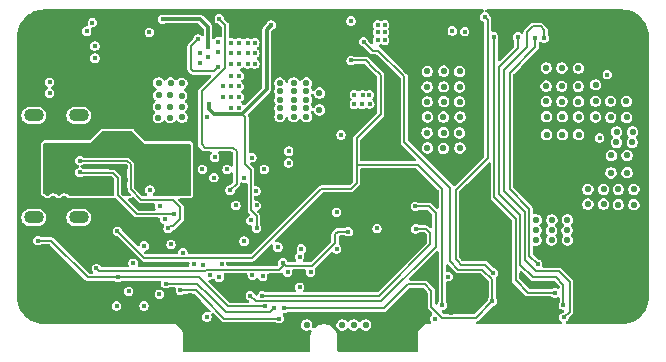
<source format=gbr>
%TF.GenerationSoftware,KiCad,Pcbnew,9.0.7*%
%TF.CreationDate,2026-02-05T11:34:20+01:00*%
%TF.ProjectId,PDNode-600,50444e6f-6465-42d3-9630-302e6b696361,rev?*%
%TF.SameCoordinates,Original*%
%TF.FileFunction,Copper,L3,Inr*%
%TF.FilePolarity,Positive*%
%FSLAX46Y46*%
G04 Gerber Fmt 4.6, Leading zero omitted, Abs format (unit mm)*
G04 Created by KiCad (PCBNEW 9.0.7) date 2026-02-05 11:34:20*
%MOMM*%
%LPD*%
G01*
G04 APERTURE LIST*
%TA.AperFunction,ComponentPad*%
%ADD10C,0.700000*%
%TD*%
%TA.AperFunction,ComponentPad*%
%ADD11C,4.400000*%
%TD*%
%TA.AperFunction,HeatsinkPad*%
%ADD12C,0.500000*%
%TD*%
%TA.AperFunction,HeatsinkPad*%
%ADD13O,1.700000X1.100000*%
%TD*%
%TA.AperFunction,ComponentPad*%
%ADD14C,0.600000*%
%TD*%
%TA.AperFunction,ViaPad*%
%ADD15C,0.400000*%
%TD*%
%TA.AperFunction,ViaPad*%
%ADD16C,0.550000*%
%TD*%
%TA.AperFunction,Conductor*%
%ADD17C,0.150000*%
%TD*%
%TA.AperFunction,Conductor*%
%ADD18C,0.300000*%
%TD*%
%TA.AperFunction,Conductor*%
%ADD19C,0.200000*%
%TD*%
G04 APERTURE END LIST*
D10*
%TO.N,GND*%
%TO.C,H3*%
X51500000Y31375000D03*
X50333274Y31858274D03*
X52666726Y31858274D03*
X49850000Y33025000D03*
D11*
X51500000Y33025000D03*
D10*
X53150000Y33025000D03*
X50333274Y34191726D03*
X52666726Y34191726D03*
X51500000Y34675000D03*
%TD*%
%TO.N,GND*%
%TO.C,H1*%
X2500000Y31375000D03*
X1333274Y31858274D03*
X3666726Y31858274D03*
X850000Y33025000D03*
D11*
X2500000Y33025000D03*
D10*
X4150000Y33025000D03*
X1333274Y34191726D03*
X3666726Y34191726D03*
X2500000Y34675000D03*
%TD*%
D12*
%TO.N,GND*%
%TO.C,IC2*%
X15500000Y17600000D03*
X15500000Y16650000D03*
X15500000Y15700000D03*
X16450000Y17600000D03*
X16450000Y16650000D03*
X16450000Y15700000D03*
X17400000Y17600000D03*
X17400000Y16650000D03*
X17400000Y15700000D03*
%TD*%
D13*
%TO.N,SHIELD*%
%TO.C,J1*%
X5500000Y26345000D03*
X1700000Y26345000D03*
X5500000Y17705000D03*
X1700000Y17705000D03*
%TD*%
D10*
%TO.N,GND*%
%TO.C,H2*%
X2500000Y9375000D03*
X1333274Y9858274D03*
X3666726Y9858274D03*
X850000Y11025000D03*
D11*
X2500000Y11025000D03*
D10*
X4150000Y11025000D03*
X1333274Y12191726D03*
X3666726Y12191726D03*
X2500000Y12675000D03*
%TD*%
D14*
%TO.N,GND*%
%TO.C,IC6*%
X26305000Y15665000D03*
X26305000Y17385000D03*
X25825000Y16525000D03*
X25345000Y15665000D03*
X25345000Y17385000D03*
%TD*%
D10*
%TO.N,GND*%
%TO.C,H4*%
X51500000Y9375000D03*
X50333274Y9858274D03*
X52666726Y9858274D03*
X49850000Y11025000D03*
D11*
X51500000Y11025000D03*
D10*
X53150000Y11025000D03*
X50333274Y12191726D03*
X52666726Y12191726D03*
X51500000Y12675000D03*
%TD*%
D15*
%TO.N,GND*%
X10600000Y30500000D03*
X10600000Y26900000D03*
%TO.N,/Block Diagram/USB-PD Source Controller/V_SOURCE*%
X16350000Y26200000D03*
%TO.N,/Block Diagram/USB-PD Source Controller/T3T4DS*%
X17323211Y32581788D03*
X17323211Y31681788D03*
X16450000Y32150000D03*
X16450000Y31250000D03*
X15750000Y30750000D03*
X15750000Y31650000D03*
%TO.N,/Block Diagram/USB-PD Source Controller/DISCHARGE*%
X21800000Y34000000D03*
%TO.N,/Block Diagram/USB-PD Source Controller/T3T4DS*%
X12600000Y34500000D03*
%TO.N,/Block Diagram/USB-PD Source Controller/DISCHARGE*%
X16500000Y27300000D03*
%TO.N,/Block Diagram/USB-PD Source Controller/V_SOURCE*%
X18400000Y27000000D03*
X19100000Y27000000D03*
X17700000Y27900000D03*
X17700000Y28800000D03*
X19100000Y28800000D03*
X19100000Y29700000D03*
X19100000Y27900000D03*
X18400000Y29700000D03*
X18400000Y27900000D03*
X18400000Y28800000D03*
X20400000Y32500000D03*
X20400000Y30700000D03*
X20400000Y31600000D03*
X19800000Y32500000D03*
X19800000Y30700000D03*
X19800000Y31600000D03*
X19100000Y32500000D03*
X19100000Y30700000D03*
X19100000Y31600000D03*
X18400000Y30700000D03*
X18400000Y32500000D03*
X18400000Y31600000D03*
%TO.N,Net-(T3-G)*%
X15600000Y32800000D03*
X17300000Y30450000D03*
%TO.N,/Block Diagram/USB-PD Source Controller/1V8_INTERNAL*%
X20070000Y17450000D03*
X16600000Y12843585D03*
%TO.N,+24V*%
X31395000Y33375000D03*
X30800000Y33375000D03*
D16*
X52506041Y20093659D03*
X51174848Y20093659D03*
X49938066Y20093659D03*
X52506041Y18781348D03*
X50561178Y21481498D03*
X48606873Y20093659D03*
X28800000Y8600000D03*
X44205749Y16610000D03*
X49938066Y18837995D03*
D15*
X30800000Y32700000D03*
D16*
X50589501Y22954307D03*
X46879155Y17506802D03*
X51174848Y18781348D03*
X51920694Y22954307D03*
X24800000Y8600000D03*
X46860273Y15797966D03*
X44216770Y15797966D03*
D15*
X31400000Y34025000D03*
D16*
X45557403Y17506802D03*
X51930135Y21490939D03*
X46849252Y16610000D03*
X45527500Y16610000D03*
X29800000Y8600000D03*
D15*
X30800000Y34025000D03*
D16*
X48606873Y18837995D03*
X45538521Y15797966D03*
D15*
X31400000Y32700000D03*
D16*
X27800000Y8600000D03*
X44235652Y17506802D03*
%TO.N,GND*%
X3325000Y19275000D03*
D15*
X30300000Y15775000D03*
X20575000Y15525000D03*
X11550000Y32575000D03*
X29600000Y21400000D03*
X21225000Y22600000D03*
X6094810Y13732053D03*
D16*
X40400000Y17400000D03*
D15*
X34050000Y34825000D03*
X5850000Y30500000D03*
X7300000Y29350000D03*
X8250000Y25905000D03*
X15375000Y7650000D03*
D16*
X4350000Y24775000D03*
X33225000Y9500000D03*
D15*
X6425000Y9700000D03*
D16*
X40400000Y16600000D03*
D15*
X16000000Y20750000D03*
X26500000Y34350000D03*
X28550000Y21400000D03*
X23100000Y18775000D03*
X34400000Y20950000D03*
X9400000Y18225000D03*
X42450000Y20700000D03*
X26800000Y22150000D03*
D16*
X24811982Y24365727D03*
X33725000Y11250000D03*
X4275000Y19275000D03*
X41812016Y16610000D03*
D15*
X11330000Y34675000D03*
D16*
X50596492Y16441058D03*
D15*
X31150000Y23950000D03*
D16*
X23773463Y25211229D03*
D15*
X29600000Y18000000D03*
X8450000Y18205000D03*
X7000000Y16400000D03*
X34025000Y15375000D03*
D16*
X31700000Y8600000D03*
D15*
X19175000Y33850000D03*
X16250000Y7225000D03*
D16*
X32225000Y9500000D03*
X24759549Y31314736D03*
D15*
X30600000Y19500000D03*
D16*
X22724531Y25219797D03*
D15*
X40225000Y20650000D03*
X18950000Y14750000D03*
X27150000Y14125000D03*
D16*
X49296492Y17141058D03*
D15*
X11525000Y20025000D03*
X44500000Y12100000D03*
X20275000Y7275000D03*
X51525000Y28550000D03*
X40225000Y22075000D03*
X28150000Y13075000D03*
X7275000Y28025000D03*
X27550000Y18825000D03*
D16*
X3400000Y24775000D03*
X34725000Y11250000D03*
X32700000Y8600000D03*
X30700000Y8600000D03*
X22665804Y31306520D03*
D15*
X31650000Y21400000D03*
X28250000Y20600000D03*
D16*
X22718237Y24357511D03*
D15*
X32200000Y20900000D03*
D16*
X39100000Y17400000D03*
D15*
X8225000Y26900000D03*
X10925000Y18600000D03*
X10250000Y16900000D03*
D16*
X39100000Y16600000D03*
D15*
X32225000Y24875000D03*
D16*
X34250000Y9500000D03*
X49296492Y15741058D03*
X33700000Y8600000D03*
D15*
X29530000Y28942081D03*
X50900000Y29225000D03*
X41175000Y9550000D03*
X10950000Y11400000D03*
D16*
X52008508Y15751058D03*
X39100000Y15800000D03*
X34725000Y10350000D03*
D15*
X9325000Y13650000D03*
X27550000Y34375000D03*
X1075000Y30050000D03*
X22425000Y12150000D03*
X34045000Y33350000D03*
X36975000Y9650000D03*
D16*
X1500000Y24775000D03*
D15*
X30105000Y28942081D03*
X17550000Y11700000D03*
D16*
X52008508Y16451058D03*
D15*
X22100000Y18800000D03*
D16*
X2450000Y24775000D03*
X40400000Y15800000D03*
D15*
X4200000Y16300000D03*
D16*
X41812016Y15810000D03*
D15*
X29625000Y34375000D03*
X26150000Y13075000D03*
D16*
X33725000Y10350000D03*
D15*
X35650000Y14050000D03*
X28250000Y19600000D03*
X39700000Y12100000D03*
D16*
X50596492Y15741058D03*
X23714736Y31297952D03*
D15*
X31300000Y20200000D03*
D16*
X32725000Y10350000D03*
D15*
X51525000Y29225000D03*
X33000000Y33350000D03*
X33025000Y17725000D03*
D16*
X24763745Y30383216D03*
D15*
X19275000Y7275000D03*
X5575000Y32625000D03*
X21850000Y14325000D03*
D16*
X49296492Y16441058D03*
X41812016Y17410000D03*
D15*
X27550000Y21400000D03*
D16*
X23718932Y30366432D03*
X50596492Y17141058D03*
X2375000Y19275000D03*
D15*
X29950000Y20200000D03*
X29575000Y14000000D03*
X33300000Y19900000D03*
D16*
X52008508Y17151058D03*
D15*
X6475000Y11150000D03*
X4700000Y15700000D03*
X42450000Y22025000D03*
X38925000Y34375000D03*
X35200000Y17725000D03*
X21275000Y7275000D03*
D16*
X24818276Y25228013D03*
D15*
X39150000Y32925000D03*
D16*
X22670000Y30375000D03*
D15*
X30350000Y14725000D03*
X7300000Y28700000D03*
X50900000Y28550000D03*
X52200000Y29225000D03*
X20150000Y33825000D03*
D16*
X1425000Y19275000D03*
D15*
X28837404Y28925000D03*
X18100000Y8275000D03*
X52200000Y28550000D03*
X14950000Y11100000D03*
D16*
X23767169Y24348943D03*
D15*
X30050000Y17350000D03*
X27175000Y11775000D03*
%TO.N,/Block Diagram/USB-PD Source Controller/3V3_INTERNAL*%
X17400000Y12630000D03*
X15275000Y13750000D03*
D16*
%TO.N,/Block Diagram/Adjustable 5A Buck Converter/SW1*%
X52359219Y24068061D03*
X51882930Y26183158D03*
X50548711Y26190097D03*
X47826283Y26224069D03*
X45063193Y28829808D03*
X47830437Y24710726D03*
X47792673Y30347053D03*
X49251321Y26218847D03*
X45111405Y24729608D03*
X46397412Y28822869D03*
X49270203Y28937879D03*
X47794813Y27508057D03*
X51857633Y27545176D03*
X46441470Y26236012D03*
X51025000Y24075000D03*
X46410000Y27520000D03*
X46407860Y30358996D03*
X49258260Y27553066D03*
X50523414Y27552115D03*
X45107251Y26242951D03*
X47782225Y28810926D03*
X46445624Y24722669D03*
X45073641Y30365935D03*
X45075781Y27526939D03*
X52384219Y24943061D03*
X51050000Y24950000D03*
%TO.N,VBUS*%
X8250000Y20000000D03*
X8250000Y22000000D03*
X8250000Y24005000D03*
X13381726Y20939610D03*
X5580000Y20505000D03*
X14300000Y22000000D03*
X9400000Y23000000D03*
X5580000Y23545000D03*
X10400000Y23000000D03*
X9400000Y20000000D03*
X8251190Y20917749D03*
X11400000Y20900000D03*
X12400000Y23000000D03*
X12400000Y22000000D03*
X10400000Y22000000D03*
X14300000Y23100000D03*
X14300000Y20900000D03*
X8250000Y23000000D03*
X9388228Y21997887D03*
X11400000Y23000000D03*
X13400000Y22000000D03*
X12423286Y20899675D03*
X10406570Y20909659D03*
X13400000Y23000000D03*
X9408195Y24005000D03*
X11400000Y22000000D03*
X9388228Y20909659D03*
D15*
%TO.N,/Block Diagram/Adjustable 5A Buck Converter/SW2*%
X29530000Y28115000D03*
X30105000Y28115000D03*
D16*
X34985820Y24863435D03*
X34994279Y28751400D03*
X35000000Y30075000D03*
X37744279Y28751400D03*
X36364923Y23566860D03*
X35039103Y26223425D03*
X36395820Y24883435D03*
X36410000Y30095000D03*
X35000000Y27500000D03*
X36410000Y27520000D03*
X37774923Y23586860D03*
X37789103Y26223425D03*
D15*
X28830000Y28115000D03*
D16*
X35024923Y23586860D03*
X36379103Y26203425D03*
X36404279Y28771400D03*
X37750000Y30075000D03*
X37735820Y24863435D03*
X37750000Y27500000D03*
%TO.N,/Block Diagram/Adjustable 5A Buck Converter/VOUT*%
X22527966Y26937475D03*
X25878847Y28235409D03*
X23700000Y28400000D03*
X22527262Y27665107D03*
X24776284Y27666052D03*
X22527966Y26237475D03*
X23700000Y29100000D03*
X23700000Y27680000D03*
X24776988Y26938420D03*
X23700704Y26952368D03*
D15*
X30123672Y27313385D03*
X23275000Y23325000D03*
X29505000Y27300000D03*
D16*
X24776988Y26238420D03*
X23700704Y26252368D03*
X25878847Y26815409D03*
D15*
X28830000Y27300000D03*
D16*
X24776284Y28386052D03*
X24776284Y29086052D03*
X22527262Y29085107D03*
X22527262Y28385107D03*
D15*
%TO.N,+3.3VA*%
X14320000Y14730000D03*
%TO.N,+3.3V*%
X30750000Y16775000D03*
X28550000Y34350000D03*
X24200000Y14400000D03*
X16000000Y13640000D03*
X21075000Y12725000D03*
X20550000Y18725000D03*
X20200000Y12800000D03*
X23175000Y13075000D03*
X25125000Y13075000D03*
X11050000Y15300000D03*
X20500000Y19950000D03*
X11475000Y33375000D03*
X22350000Y15200000D03*
X9725000Y11450000D03*
X35625000Y9150000D03*
X24200000Y11800000D03*
X10100000Y13825000D03*
X8700000Y10225000D03*
X24350000Y15050000D03*
%TO.N,SHIELD*%
X3025000Y29150000D03*
X3025000Y28225000D03*
%TO.N,+5V*%
X27325000Y18150000D03*
X12325000Y11200000D03*
X27330699Y15044301D03*
X16350000Y9300000D03*
X12775000Y17551000D03*
%TO.N,Net-(D1-Pad2)*%
X46525000Y10300000D03*
X42675000Y33000000D03*
%TO.N,Net-(IC4-Y)*%
X39875000Y34700000D03*
X40600000Y13025000D03*
X36800000Y12700000D03*
%TO.N,Net-(D2-Pad2)*%
X46575000Y9250000D03*
X44900000Y32900000D03*
%TO.N,Net-(IC5-Y)*%
X44350000Y13750000D03*
X44150000Y32875000D03*
%TO.N,Net-(D3-Pad1)*%
X45830000Y11325000D03*
X40625000Y33000000D03*
%TO.N,/Block Diagram/USB-PD Source Controller/CC1*%
X5580000Y22525000D03*
X13075000Y16775000D03*
%TO.N,/Block Diagram/USB-PD Source Controller/CC2*%
X5580000Y21525000D03*
X13525000Y18000000D03*
%TO.N,PMIC_EN*%
X22850000Y10025000D03*
X29610000Y32600000D03*
X40500000Y10600000D03*
D16*
%TO.N,/Block Diagram/USB-PD Source Controller/CURR_MEA*%
X13250000Y27099581D03*
X14220361Y28028070D03*
X14250312Y26201044D03*
X13281889Y29086347D03*
X12263546Y28048037D03*
X13250000Y26161109D03*
X12243579Y27099581D03*
X12223611Y26161109D03*
X12273530Y29096330D03*
X14230344Y29066379D03*
X13250000Y28037500D03*
X14230344Y27100000D03*
D15*
%TO.N,PGOOD_COMBIMED*%
X21250000Y10175000D03*
X8800000Y12625000D03*
X2025000Y15750000D03*
%TO.N,/Block Diagram/Adjustable 5A Buck Converter/FEEDBACK*%
X15970000Y21775000D03*
X27700000Y24700000D03*
%TO.N,PGOOD_PMIC*%
X36275000Y10275000D03*
X28550000Y31000000D03*
X8775000Y16550000D03*
%TO.N,/Block Diagram/USB-PD Source Controller/SPI_CLK*%
X19510000Y15700000D03*
%TO.N,/Block Diagram/USB-PD Source Controller/PDO3*%
X19510000Y21040000D03*
X20145990Y22781289D03*
%TO.N,/Block Diagram/USB-PD Source Controller/PDO4*%
X18060000Y21775000D03*
%TO.N,/Block Diagram/USB-PD Source Controller/DISCHARGE*%
X20550000Y16800000D03*
%TO.N,/Block Diagram/USB-PD Source Controller/PD_IRQ*%
X18800000Y18730000D03*
%TO.N,/Block Diagram/USB-PD Source Controller/SPI_MOSI*%
X17587568Y13744585D03*
%TO.N,/Block Diagram/USB-PD Source Controller/VBUS_EN*%
X17400000Y34525000D03*
X18325000Y20025000D03*
%TO.N,Net-(IC3-A0)*%
X6860000Y32225000D03*
%TO.N,/Block Diagram/USB-PD Source Controller/VBUS_DET*%
X12350000Y18660000D03*
%TO.N,Net-(IC3-A1)*%
X6860000Y31185000D03*
%TO.N,/Block Diagram/USB-PD Source Controller/PD_ENABLE*%
X13310000Y15425000D03*
X22475000Y9150000D03*
X14100000Y11550000D03*
%TO.N,Net-(T1-G)*%
X49600000Y24450000D03*
X38175000Y33450000D03*
%TO.N,Net-(T2-G)*%
X37125000Y33500000D03*
X50250000Y29800000D03*
%TO.N,/Block Diagram/USB-PD Source Controller/PDO2*%
X21210000Y21775000D03*
%TO.N,/Block Diagram/USB-PD Source Controller/PDO5*%
X16941979Y21083021D03*
X17010000Y22795000D03*
%TO.N,/Block Diagram/Board Connector and Supplies/I2C_SDA*%
X6175000Y33475000D03*
X34025000Y16750000D03*
X21050000Y11090000D03*
%TO.N,/Block Diagram/Board Connector and Supplies/I2C_SCL*%
X6650000Y34200000D03*
X20025000Y11090000D03*
X34000000Y18650000D03*
%TO.N,PGOOD_3V3*%
X7000000Y13400000D03*
X22775000Y13875000D03*
X28325000Y16500000D03*
%TO.N,Net-(JP1-C)*%
X11025000Y10225000D03*
%TO.N,/Block Diagram/Board Connector and Supplies/PORT_EN*%
X22025000Y10050000D03*
X12875000Y12100000D03*
%TO.N,/Block Diagram/USB-PD Source Controller/V_SOURCE*%
X23260000Y22320000D03*
%TO.N,GND*%
X14700000Y24950000D03*
%TD*%
D17*
%TO.N,/Block Diagram/USB-PD Source Controller/DISCHARGE*%
X19600000Y26191877D02*
X19317877Y26474000D01*
X20074000Y21726000D02*
X19600000Y22200000D01*
X19600000Y22200000D02*
X19600000Y26191877D01*
X20074000Y18301000D02*
X20074000Y21726000D01*
X20550000Y17825000D02*
X20074000Y18301000D01*
X20550000Y16800000D02*
X20550000Y17825000D01*
D18*
%TO.N,/Block Diagram/USB-PD Source Controller/T3T4DS*%
X16450000Y33850000D02*
X16450000Y32150000D01*
D19*
%TO.N,Net-(T3-G)*%
X15000000Y32200000D02*
X15600000Y32800000D01*
X15200000Y30100000D02*
X15000000Y30300000D01*
X15000000Y30300000D02*
X15000000Y32200000D01*
X16950000Y30100000D02*
X15200000Y30100000D01*
X17300000Y30450000D02*
X16950000Y30100000D01*
%TO.N,/Block Diagram/USB-PD Source Controller/VBUS_EN*%
X17900000Y34025000D02*
X17400000Y34525000D01*
X17900000Y30376834D02*
X17900000Y34025000D01*
X15900000Y28376834D02*
X17900000Y30376834D01*
X15900000Y23900000D02*
X15900000Y28376834D01*
X18600000Y23600000D02*
X16200000Y23600000D01*
X18875000Y23325000D02*
X18600000Y23600000D01*
X18875000Y20575000D02*
X18875000Y23325000D01*
X18325000Y20025000D02*
X18875000Y20575000D01*
X16200000Y23600000D02*
X15900000Y23900000D01*
D18*
%TO.N,/Block Diagram/USB-PD Source Controller/DISCHARGE*%
X19317877Y26474000D02*
X21400000Y28556123D01*
X16926000Y26474000D02*
X19317877Y26474000D01*
X21400000Y33600000D02*
X21800000Y34000000D01*
X16500000Y26900000D02*
X16926000Y26474000D01*
X21400000Y28556123D02*
X21400000Y33600000D01*
X16500000Y27300000D02*
X16500000Y26900000D01*
%TO.N,/Block Diagram/USB-PD Source Controller/T3T4DS*%
X12600000Y34500000D02*
X15800000Y34500000D01*
X15800000Y34500000D02*
X16450000Y33850000D01*
D19*
%TO.N,Net-(D1-Pad2)*%
X45900000Y12650000D02*
X46525000Y12025000D01*
X42675000Y32050000D02*
X41075000Y30450000D01*
X43925000Y12650000D02*
X45900000Y12650000D01*
X41075000Y19725000D02*
X42875000Y17925000D01*
X42875000Y17925000D02*
X42875000Y13700000D01*
X42675000Y33000000D02*
X42675000Y32050000D01*
X42875000Y13700000D02*
X43925000Y12650000D01*
X41075000Y30450000D02*
X41075000Y19725000D01*
X46525000Y12025000D02*
X46525000Y10300000D01*
%TO.N,Net-(IC4-Y)*%
X39925000Y13700000D02*
X38475000Y13700000D01*
X40125000Y22750000D02*
X40125000Y24825000D01*
X38125000Y20750000D02*
X40125000Y22750000D01*
X37900000Y13700000D02*
X37575000Y14025000D01*
X37400000Y15250000D02*
X37400000Y20025000D01*
X37575000Y14025000D02*
X37400000Y14200000D01*
X40125000Y24825000D02*
X40125000Y34450000D01*
X37400000Y20025000D02*
X38125000Y20750000D01*
X38475000Y13700000D02*
X37900000Y13700000D01*
X40125000Y34450000D02*
X39875000Y34700000D01*
X40600000Y13025000D02*
X39925000Y13700000D01*
X37400000Y14200000D02*
X37400000Y15250000D01*
%TO.N,Net-(D2-Pad2)*%
X44200000Y13150000D02*
X43275000Y14075000D01*
X44625000Y33875000D02*
X44900000Y33600000D01*
X44900000Y33600000D02*
X44900000Y32900000D01*
X43275000Y18200000D02*
X41525000Y19950000D01*
X41525000Y30225000D02*
X43450000Y32150000D01*
X43450000Y33400000D02*
X43925000Y33875000D01*
X41525000Y19950000D02*
X41525000Y30225000D01*
X47050000Y9725000D02*
X47050000Y12275000D01*
X46575000Y9250000D02*
X47050000Y9725000D01*
X43925000Y33875000D02*
X44625000Y33875000D01*
X46175000Y13150000D02*
X44200000Y13150000D01*
X43450000Y32150000D02*
X43450000Y33400000D01*
X43275000Y14075000D02*
X43275000Y18200000D01*
X47050000Y12275000D02*
X46175000Y13150000D01*
%TO.N,Net-(IC5-Y)*%
X44150000Y32875000D02*
X44150000Y32100000D01*
X43625000Y18450000D02*
X43625000Y14475000D01*
X43625000Y14475000D02*
X44350000Y13750000D01*
X41975000Y20100000D02*
X43625000Y18450000D01*
X41975000Y29925000D02*
X41975000Y20100000D01*
X44150000Y32100000D02*
X41975000Y29925000D01*
%TO.N,Net-(D3-Pad1)*%
X42500000Y12375000D02*
X43550000Y11325000D01*
X40675000Y19437500D02*
X42500000Y17612500D01*
X40625000Y33000000D02*
X40675000Y32950000D01*
X42500000Y17612500D02*
X42500000Y12375000D01*
X40675000Y32950000D02*
X40675000Y19437500D01*
X43550000Y11325000D02*
X45830000Y11325000D01*
D17*
%TO.N,/Block Diagram/USB-PD Source Controller/CC1*%
X14100000Y18575000D02*
X13475000Y19200000D01*
X9889228Y20110772D02*
X9889228Y22205408D01*
X13075000Y16775000D02*
X13250000Y16950000D01*
X9400000Y22500000D02*
X5605000Y22500000D01*
X10800000Y19200000D02*
X9889228Y20110772D01*
X9889228Y22205408D02*
X9595749Y22498887D01*
X13250000Y16950000D02*
X13500000Y16950000D01*
X9595749Y22498887D02*
X9401113Y22498887D01*
X5605000Y22500000D02*
X5580000Y22525000D01*
X13475000Y19200000D02*
X10800000Y19200000D01*
X9401113Y22498887D02*
X9400000Y22500000D01*
X14100000Y17550000D02*
X14100000Y18575000D01*
X13500000Y16950000D02*
X14100000Y17550000D01*
%TO.N,/Block Diagram/USB-PD Source Controller/CC2*%
X8800000Y21077460D02*
X8378460Y21499000D01*
X8800000Y19600000D02*
X8800000Y21077460D01*
X10400000Y18000000D02*
X8800000Y19600000D01*
X8378460Y21499000D02*
X5606000Y21499000D01*
X13525000Y18000000D02*
X10400000Y18000000D01*
X5606000Y21499000D02*
X5580000Y21525000D01*
D19*
%TO.N,PMIC_EN*%
X39099000Y9199000D02*
X40500000Y10600000D01*
X34800000Y12050000D02*
X35350000Y11500000D01*
X39675000Y13300000D02*
X37650000Y13300000D01*
X37650000Y13300000D02*
X36925000Y14025000D01*
X40500000Y10600000D02*
X40500000Y12475000D01*
X35350000Y11500000D02*
X35350000Y10137189D01*
X30875000Y31825000D02*
X30385000Y31825000D01*
X33375000Y12050000D02*
X34800000Y12050000D01*
X36925000Y20225000D02*
X33050000Y24100000D01*
X35350000Y10137189D02*
X36288189Y9199000D01*
X22850000Y10025000D02*
X31350000Y10025000D01*
X33050000Y29650000D02*
X30875000Y31825000D01*
X36288189Y9199000D02*
X39099000Y9199000D01*
X33050000Y24100000D02*
X33050000Y29650000D01*
X36925000Y14025000D02*
X36925000Y20225000D01*
X31350000Y10025000D02*
X33375000Y12050000D01*
X40500000Y12475000D02*
X39675000Y13300000D01*
X30385000Y31825000D02*
X29610000Y32600000D01*
%TO.N,PGOOD_COMBIMED*%
X6275000Y12625000D02*
X3150000Y15750000D01*
X18125000Y10175000D02*
X21250000Y10175000D01*
X3150000Y15750000D02*
X2025000Y15750000D01*
X15675000Y12625000D02*
X16925000Y11375000D01*
X16925000Y11375000D02*
X18125000Y10175000D01*
X9125000Y12625000D02*
X15675000Y12625000D01*
X9125000Y12625000D02*
X6275000Y12625000D01*
X8800000Y12625000D02*
X9125000Y12625000D01*
%TO.N,PGOOD_PMIC*%
X11050000Y14275000D02*
X16375000Y14275000D01*
X36275000Y20150000D02*
X34250000Y22175000D01*
X29025000Y22175000D02*
X29025000Y24400000D01*
X16375000Y14275000D02*
X20175000Y14275000D01*
X29025000Y21550000D02*
X29025000Y22175000D01*
X30450000Y30400000D02*
X29850000Y31000000D01*
X29025000Y24400000D02*
X30250000Y25625000D01*
X34250000Y22175000D02*
X29025000Y22175000D01*
X30250000Y25625000D02*
X31075000Y26450000D01*
X23900000Y18000000D02*
X26025000Y20125000D01*
X31075000Y29775000D02*
X30450000Y30400000D01*
X29850000Y31000000D02*
X28550000Y31000000D01*
X28525000Y20125000D02*
X29025000Y20625000D01*
X8775000Y16550000D02*
X11050000Y14275000D01*
X36275000Y10275000D02*
X36275000Y20150000D01*
X31075000Y28875000D02*
X31075000Y29775000D01*
X31075000Y26450000D02*
X31075000Y28875000D01*
X20175000Y14275000D02*
X23900000Y18000000D01*
X26025000Y20125000D02*
X28525000Y20125000D01*
X29025000Y20625000D02*
X29025000Y21550000D01*
%TO.N,/Block Diagram/USB-PD Source Controller/PD_ENABLE*%
X15400000Y11550000D02*
X14100000Y11550000D01*
X17800000Y9150000D02*
X16100000Y10850000D01*
X16100000Y10850000D02*
X15400000Y11550000D01*
X22475000Y9150000D02*
X17800000Y9150000D01*
D17*
%TO.N,/Block Diagram/Board Connector and Supplies/I2C_SDA*%
X21050000Y11090000D02*
X30940000Y11090000D01*
X30940000Y11090000D02*
X35275000Y15425000D01*
X34900000Y16750000D02*
X34025000Y16750000D01*
X35275000Y16375000D02*
X34900000Y16750000D01*
X35275000Y15425000D02*
X35275000Y16375000D01*
%TO.N,/Block Diagram/Board Connector and Supplies/I2C_SCL*%
X20515000Y10600000D02*
X31125000Y10600000D01*
X35725000Y18100000D02*
X35175000Y18650000D01*
X35725000Y15200000D02*
X35725000Y18100000D01*
X31125000Y10600000D02*
X35725000Y15200000D01*
X20025000Y11090000D02*
X20515000Y10600000D01*
X35175000Y18650000D02*
X34000000Y18650000D01*
D19*
%TO.N,PGOOD_3V3*%
X22775000Y13875000D02*
X23025000Y13625000D01*
X27200000Y15550000D02*
X27200000Y16275000D01*
X7211000Y13189000D02*
X7000000Y13400000D01*
X23025000Y13625000D02*
X25275000Y13625000D01*
X16186811Y13189000D02*
X7211000Y13189000D01*
X27425000Y16500000D02*
X28325000Y16500000D01*
X27200000Y16275000D02*
X27425000Y16500000D01*
X22775000Y13600000D02*
X22468585Y13293585D01*
X25275000Y13625000D02*
X27200000Y15550000D01*
X22775000Y13875000D02*
X22775000Y13600000D01*
X16291396Y13293585D02*
X16186811Y13189000D01*
X22468585Y13293585D02*
X16291396Y13293585D01*
%TO.N,/Block Diagram/Board Connector and Supplies/PORT_EN*%
X20125000Y9675000D02*
X17975000Y9675000D01*
X15550000Y12100000D02*
X12875000Y12100000D01*
X17975000Y9675000D02*
X16625000Y11025000D01*
X22025000Y10050000D02*
X21650000Y9675000D01*
X16625000Y11025000D02*
X15550000Y12100000D01*
X21650000Y9675000D02*
X20125000Y9675000D01*
%TD*%
%TA.AperFunction,Conductor*%
%TO.N,GND*%
G36*
X10154292Y19441126D02*
G01*
X10189314Y19416544D01*
X10576983Y19028875D01*
X10576984Y19028874D01*
X10628874Y18976984D01*
X10692426Y18940293D01*
X10763308Y18921300D01*
X11840474Y18921300D01*
X11907513Y18901615D01*
X11953268Y18848811D01*
X11963212Y18779653D01*
X11960249Y18765210D01*
X11946300Y18713148D01*
X11946300Y18606852D01*
X11973811Y18504177D01*
X11973812Y18504176D01*
X11973812Y18504175D01*
X11996603Y18464700D01*
X12013076Y18396800D01*
X11990223Y18330773D01*
X11935302Y18287582D01*
X11889216Y18278700D01*
X10566803Y18278700D01*
X10499764Y18298385D01*
X10479122Y18315019D01*
X9689522Y19104619D01*
X9656037Y19165942D01*
X9661021Y19235634D01*
X9702893Y19291567D01*
X9768357Y19315984D01*
X9777203Y19316300D01*
X9781502Y19316300D01*
X9782065Y19316311D01*
X9788948Y19316433D01*
X9797794Y19316749D01*
X9863277Y19329775D01*
X9928741Y19354192D01*
X9952067Y19364558D01*
X10021390Y19423400D01*
X10085239Y19451774D01*
X10154292Y19441126D01*
G37*
%TD.AperFunction*%
%TA.AperFunction,Conductor*%
G36*
X39771054Y35304815D02*
G01*
X39816809Y35252011D01*
X39826753Y35182853D01*
X39797728Y35119297D01*
X39738950Y35081523D01*
X39736149Y35080737D01*
X39719177Y35076189D01*
X39719175Y35076188D01*
X39719174Y35076188D01*
X39627125Y35023043D01*
X39627119Y35023039D01*
X39551961Y34947881D01*
X39551957Y34947875D01*
X39498812Y34855826D01*
X39498812Y34855825D01*
X39498811Y34855823D01*
X39471300Y34753148D01*
X39471300Y34646852D01*
X39498811Y34544177D01*
X39551959Y34452122D01*
X39627122Y34376959D01*
X39719177Y34323811D01*
X39729389Y34321075D01*
X39789051Y34284713D01*
X39819582Y34221867D01*
X39821300Y34201299D01*
X39821300Y22927160D01*
X39801615Y22860121D01*
X39784981Y22839479D01*
X37921082Y20975580D01*
X37350042Y20404541D01*
X37288719Y20371056D01*
X37219027Y20376040D01*
X37175933Y20407895D01*
X37173768Y20405729D01*
X33929615Y23649882D01*
X34546223Y23649882D01*
X34546223Y23523838D01*
X34575432Y23414829D01*
X34578845Y23402090D01*
X34578846Y23402087D01*
X34641864Y23292935D01*
X34641866Y23292932D01*
X34641867Y23292931D01*
X34730994Y23203804D01*
X34840152Y23140782D01*
X34961901Y23108160D01*
X34961903Y23108160D01*
X35087943Y23108160D01*
X35087945Y23108160D01*
X35209694Y23140782D01*
X35318852Y23203804D01*
X35407979Y23292931D01*
X35471001Y23402089D01*
X35503623Y23523838D01*
X35503623Y23629882D01*
X35886223Y23629882D01*
X35886223Y23503838D01*
X35910073Y23414829D01*
X35918845Y23382090D01*
X35918846Y23382087D01*
X35981864Y23272935D01*
X35981866Y23272932D01*
X35981867Y23272931D01*
X36070994Y23183804D01*
X36070995Y23183803D01*
X36070997Y23183802D01*
X36096332Y23169175D01*
X36180152Y23120782D01*
X36301901Y23088160D01*
X36301903Y23088160D01*
X36427943Y23088160D01*
X36427945Y23088160D01*
X36549694Y23120782D01*
X36658852Y23183804D01*
X36747979Y23272931D01*
X36811001Y23382089D01*
X36843623Y23503838D01*
X36843623Y23629882D01*
X36838264Y23649882D01*
X37296223Y23649882D01*
X37296223Y23523838D01*
X37325432Y23414829D01*
X37328845Y23402090D01*
X37328846Y23402087D01*
X37391864Y23292935D01*
X37391866Y23292932D01*
X37391867Y23292931D01*
X37480994Y23203804D01*
X37590152Y23140782D01*
X37711901Y23108160D01*
X37711903Y23108160D01*
X37837943Y23108160D01*
X37837945Y23108160D01*
X37959694Y23140782D01*
X38068852Y23203804D01*
X38157979Y23292931D01*
X38221001Y23402089D01*
X38253623Y23523838D01*
X38253623Y23649882D01*
X38221001Y23771631D01*
X38179784Y23843021D01*
X38157981Y23880786D01*
X38157977Y23880791D01*
X38068853Y23969915D01*
X38068848Y23969919D01*
X37959696Y24032937D01*
X37959695Y24032938D01*
X37959694Y24032938D01*
X37837945Y24065560D01*
X37711901Y24065560D01*
X37590152Y24032938D01*
X37590149Y24032937D01*
X37480997Y23969919D01*
X37480992Y23969915D01*
X37391868Y23880791D01*
X37391864Y23880786D01*
X37328846Y23771634D01*
X37328845Y23771631D01*
X37296223Y23649882D01*
X36838264Y23649882D01*
X36811001Y23751631D01*
X36768060Y23826008D01*
X36747981Y23860786D01*
X36747977Y23860791D01*
X36658853Y23949915D01*
X36658848Y23949919D01*
X36549696Y24012937D01*
X36549695Y24012938D01*
X36549694Y24012938D01*
X36427945Y24045560D01*
X36301901Y24045560D01*
X36180152Y24012938D01*
X36180149Y24012937D01*
X36070997Y23949919D01*
X36070992Y23949915D01*
X35981868Y23860791D01*
X35981864Y23860786D01*
X35918846Y23751634D01*
X35918845Y23751631D01*
X35886223Y23629882D01*
X35503623Y23629882D01*
X35503623Y23649882D01*
X35471001Y23771631D01*
X35429784Y23843021D01*
X35407981Y23880786D01*
X35407977Y23880791D01*
X35318853Y23969915D01*
X35318848Y23969919D01*
X35209696Y24032937D01*
X35209695Y24032938D01*
X35209694Y24032938D01*
X35087945Y24065560D01*
X34961901Y24065560D01*
X34840152Y24032938D01*
X34840149Y24032937D01*
X34730997Y23969919D01*
X34730992Y23969915D01*
X34641868Y23880791D01*
X34641864Y23880786D01*
X34578846Y23771634D01*
X34578845Y23771631D01*
X34546223Y23649882D01*
X33929615Y23649882D01*
X33390019Y24189478D01*
X33356534Y24250801D01*
X33353700Y24277159D01*
X33353700Y24926457D01*
X34507120Y24926457D01*
X34507120Y24800413D01*
X34519785Y24753148D01*
X34539742Y24678665D01*
X34539743Y24678662D01*
X34602761Y24569510D01*
X34602763Y24569507D01*
X34602764Y24569506D01*
X34691891Y24480379D01*
X34691892Y24480378D01*
X34691894Y24480377D01*
X34730556Y24458056D01*
X34801049Y24417357D01*
X34922798Y24384735D01*
X34922800Y24384735D01*
X35048840Y24384735D01*
X35048842Y24384735D01*
X35170591Y24417357D01*
X35279749Y24480379D01*
X35368876Y24569506D01*
X35431898Y24678664D01*
X35464520Y24800413D01*
X35464520Y24926457D01*
X35459161Y24946457D01*
X35917120Y24946457D01*
X35917120Y24820413D01*
X35935144Y24753148D01*
X35949742Y24698665D01*
X35949743Y24698662D01*
X36012761Y24589510D01*
X36012763Y24589507D01*
X36012764Y24589506D01*
X36101891Y24500379D01*
X36211049Y24437357D01*
X36332798Y24404735D01*
X36332800Y24404735D01*
X36458840Y24404735D01*
X36458842Y24404735D01*
X36580591Y24437357D01*
X36689749Y24500379D01*
X36778876Y24589506D01*
X36841898Y24698664D01*
X36874520Y24820413D01*
X36874520Y24926457D01*
X37257120Y24926457D01*
X37257120Y24800413D01*
X37269785Y24753148D01*
X37289742Y24678665D01*
X37289743Y24678662D01*
X37352761Y24569510D01*
X37352763Y24569507D01*
X37352764Y24569506D01*
X37441891Y24480379D01*
X37441892Y24480378D01*
X37441894Y24480377D01*
X37480556Y24458056D01*
X37551049Y24417357D01*
X37672798Y24384735D01*
X37672800Y24384735D01*
X37798840Y24384735D01*
X37798842Y24384735D01*
X37920591Y24417357D01*
X38029749Y24480379D01*
X38118876Y24569506D01*
X38181898Y24678664D01*
X38214520Y24800413D01*
X38214520Y24926457D01*
X38181898Y25048206D01*
X38135926Y25127832D01*
X38118878Y25157361D01*
X38118874Y25157366D01*
X38029750Y25246490D01*
X38029745Y25246494D01*
X37920593Y25309512D01*
X37920592Y25309513D01*
X37920591Y25309513D01*
X37798842Y25342135D01*
X37672798Y25342135D01*
X37551049Y25309513D01*
X37551046Y25309512D01*
X37441894Y25246494D01*
X37441889Y25246490D01*
X37352765Y25157366D01*
X37352761Y25157361D01*
X37289743Y25048209D01*
X37289742Y25048206D01*
X37257120Y24926457D01*
X36874520Y24926457D01*
X36874520Y24946457D01*
X36841898Y25068206D01*
X36802613Y25136250D01*
X36778878Y25177361D01*
X36778874Y25177366D01*
X36689750Y25266490D01*
X36689745Y25266494D01*
X36580593Y25329512D01*
X36580592Y25329513D01*
X36580591Y25329513D01*
X36458842Y25362135D01*
X36332798Y25362135D01*
X36211049Y25329513D01*
X36211046Y25329512D01*
X36101894Y25266494D01*
X36101889Y25266490D01*
X36012765Y25177366D01*
X36012761Y25177361D01*
X35949743Y25068209D01*
X35949742Y25068206D01*
X35917120Y24946457D01*
X35459161Y24946457D01*
X35431898Y25048206D01*
X35385926Y25127832D01*
X35368878Y25157361D01*
X35368874Y25157366D01*
X35279750Y25246490D01*
X35279745Y25246494D01*
X35170593Y25309512D01*
X35170592Y25309513D01*
X35170591Y25309513D01*
X35048842Y25342135D01*
X34922798Y25342135D01*
X34801049Y25309513D01*
X34801046Y25309512D01*
X34691894Y25246494D01*
X34691889Y25246490D01*
X34602765Y25157366D01*
X34602761Y25157361D01*
X34539743Y25048209D01*
X34539742Y25048206D01*
X34507120Y24926457D01*
X33353700Y24926457D01*
X33353700Y26286447D01*
X34560403Y26286447D01*
X34560403Y26160403D01*
X34592853Y26039298D01*
X34593025Y26038655D01*
X34593026Y26038652D01*
X34656044Y25929500D01*
X34656046Y25929497D01*
X34656047Y25929496D01*
X34745174Y25840369D01*
X34745175Y25840368D01*
X34745177Y25840367D01*
X34773850Y25823813D01*
X34854332Y25777347D01*
X34976081Y25744725D01*
X34976083Y25744725D01*
X35102123Y25744725D01*
X35102125Y25744725D01*
X35223874Y25777347D01*
X35333032Y25840369D01*
X35422159Y25929496D01*
X35485181Y26038654D01*
X35517803Y26160403D01*
X35517803Y26266447D01*
X35900403Y26266447D01*
X35900403Y26140403D01*
X35928894Y26034074D01*
X35933025Y26018655D01*
X35933026Y26018652D01*
X35996044Y25909500D01*
X35996046Y25909497D01*
X35996047Y25909496D01*
X36085174Y25820369D01*
X36085175Y25820368D01*
X36085177Y25820367D01*
X36126861Y25796301D01*
X36194332Y25757347D01*
X36316081Y25724725D01*
X36316083Y25724725D01*
X36442123Y25724725D01*
X36442125Y25724725D01*
X36563874Y25757347D01*
X36673032Y25820369D01*
X36762159Y25909496D01*
X36825181Y26018654D01*
X36857803Y26140403D01*
X36857803Y26266447D01*
X36852444Y26286447D01*
X37310403Y26286447D01*
X37310403Y26160403D01*
X37342853Y26039298D01*
X37343025Y26038655D01*
X37343026Y26038652D01*
X37406044Y25929500D01*
X37406046Y25929497D01*
X37406047Y25929496D01*
X37495174Y25840369D01*
X37495175Y25840368D01*
X37495177Y25840367D01*
X37523850Y25823813D01*
X37604332Y25777347D01*
X37726081Y25744725D01*
X37726083Y25744725D01*
X37852123Y25744725D01*
X37852125Y25744725D01*
X37973874Y25777347D01*
X38083032Y25840369D01*
X38172159Y25929496D01*
X38235181Y26038654D01*
X38267803Y26160403D01*
X38267803Y26286447D01*
X38235181Y26408196D01*
X38191400Y26484028D01*
X38172161Y26517351D01*
X38172157Y26517356D01*
X38083033Y26606480D01*
X38083028Y26606484D01*
X37973876Y26669502D01*
X37973875Y26669503D01*
X37973874Y26669503D01*
X37852125Y26702125D01*
X37726081Y26702125D01*
X37604332Y26669503D01*
X37604329Y26669502D01*
X37495177Y26606484D01*
X37495172Y26606480D01*
X37406048Y26517356D01*
X37406044Y26517351D01*
X37343026Y26408199D01*
X37343025Y26408196D01*
X37310403Y26286447D01*
X36852444Y26286447D01*
X36825181Y26388196D01*
X36769853Y26484028D01*
X36762161Y26497351D01*
X36762157Y26497356D01*
X36673033Y26586480D01*
X36673028Y26586484D01*
X36563876Y26649502D01*
X36563875Y26649503D01*
X36563874Y26649503D01*
X36442125Y26682125D01*
X36316081Y26682125D01*
X36194332Y26649503D01*
X36194329Y26649502D01*
X36085177Y26586484D01*
X36085172Y26586480D01*
X35996048Y26497356D01*
X35996044Y26497351D01*
X35933026Y26388199D01*
X35933025Y26388196D01*
X35900403Y26266447D01*
X35517803Y26266447D01*
X35517803Y26286447D01*
X35485181Y26408196D01*
X35441400Y26484028D01*
X35422161Y26517351D01*
X35422157Y26517356D01*
X35333033Y26606480D01*
X35333028Y26606484D01*
X35223876Y26669502D01*
X35223875Y26669503D01*
X35223874Y26669503D01*
X35102125Y26702125D01*
X34976081Y26702125D01*
X34854332Y26669503D01*
X34854329Y26669502D01*
X34745177Y26606484D01*
X34745172Y26606480D01*
X34656048Y26517356D01*
X34656044Y26517351D01*
X34593026Y26408199D01*
X34593025Y26408196D01*
X34560403Y26286447D01*
X33353700Y26286447D01*
X33353700Y27563022D01*
X34521300Y27563022D01*
X34521300Y27436978D01*
X34553761Y27315832D01*
X34553922Y27315230D01*
X34553923Y27315227D01*
X34616941Y27206075D01*
X34616943Y27206072D01*
X34616944Y27206071D01*
X34706071Y27116944D01*
X34706072Y27116943D01*
X34706074Y27116942D01*
X34736981Y27099098D01*
X34815229Y27053922D01*
X34936978Y27021300D01*
X34936980Y27021300D01*
X35063020Y27021300D01*
X35063022Y27021300D01*
X35184771Y27053922D01*
X35293929Y27116944D01*
X35383056Y27206071D01*
X35446078Y27315229D01*
X35478700Y27436978D01*
X35478700Y27563022D01*
X35473341Y27583022D01*
X35931300Y27583022D01*
X35931300Y27456978D01*
X35963035Y27338542D01*
X35963922Y27335230D01*
X35963923Y27335227D01*
X36026941Y27226075D01*
X36026943Y27226072D01*
X36026944Y27226071D01*
X36116071Y27136944D01*
X36116072Y27136943D01*
X36116074Y27136942D01*
X36150709Y27116946D01*
X36225229Y27073922D01*
X36346978Y27041300D01*
X36346980Y27041300D01*
X36473020Y27041300D01*
X36473022Y27041300D01*
X36594771Y27073922D01*
X36703929Y27136944D01*
X36793056Y27226071D01*
X36856078Y27335229D01*
X36888700Y27456978D01*
X36888700Y27563022D01*
X37271300Y27563022D01*
X37271300Y27436978D01*
X37303761Y27315832D01*
X37303922Y27315230D01*
X37303923Y27315227D01*
X37366941Y27206075D01*
X37366943Y27206072D01*
X37366944Y27206071D01*
X37456071Y27116944D01*
X37456072Y27116943D01*
X37456074Y27116942D01*
X37486981Y27099098D01*
X37565229Y27053922D01*
X37686978Y27021300D01*
X37686980Y27021300D01*
X37813020Y27021300D01*
X37813022Y27021300D01*
X37934771Y27053922D01*
X38043929Y27116944D01*
X38133056Y27206071D01*
X38196078Y27315229D01*
X38228700Y27436978D01*
X38228700Y27563022D01*
X38196078Y27684771D01*
X38152322Y27760559D01*
X38133058Y27793926D01*
X38133054Y27793931D01*
X38043930Y27883055D01*
X38043925Y27883059D01*
X37934773Y27946077D01*
X37934772Y27946078D01*
X37934771Y27946078D01*
X37813022Y27978700D01*
X37686978Y27978700D01*
X37565229Y27946078D01*
X37565226Y27946077D01*
X37456074Y27883059D01*
X37456069Y27883055D01*
X37366945Y27793931D01*
X37366941Y27793926D01*
X37303923Y27684774D01*
X37303922Y27684771D01*
X37271300Y27563022D01*
X36888700Y27563022D01*
X36888700Y27583022D01*
X36856078Y27704771D01*
X36807257Y27789332D01*
X36793058Y27813926D01*
X36793054Y27813931D01*
X36703930Y27903055D01*
X36703925Y27903059D01*
X36594773Y27966077D01*
X36594772Y27966078D01*
X36594771Y27966078D01*
X36473022Y27998700D01*
X36346978Y27998700D01*
X36225229Y27966078D01*
X36225226Y27966077D01*
X36116074Y27903059D01*
X36116069Y27903055D01*
X36026945Y27813931D01*
X36026941Y27813926D01*
X35963923Y27704774D01*
X35963922Y27704771D01*
X35931300Y27583022D01*
X35473341Y27583022D01*
X35446078Y27684771D01*
X35402322Y27760559D01*
X35383058Y27793926D01*
X35383054Y27793931D01*
X35293930Y27883055D01*
X35293925Y27883059D01*
X35184773Y27946077D01*
X35184772Y27946078D01*
X35184771Y27946078D01*
X35063022Y27978700D01*
X34936978Y27978700D01*
X34815229Y27946078D01*
X34815226Y27946077D01*
X34706074Y27883059D01*
X34706069Y27883055D01*
X34616945Y27793931D01*
X34616941Y27793926D01*
X34553923Y27684774D01*
X34553922Y27684771D01*
X34521300Y27563022D01*
X33353700Y27563022D01*
X33353700Y28814422D01*
X34515579Y28814422D01*
X34515579Y28688378D01*
X34547331Y28569878D01*
X34548201Y28566630D01*
X34548202Y28566627D01*
X34611220Y28457475D01*
X34611222Y28457472D01*
X34611223Y28457471D01*
X34700350Y28368344D01*
X34700351Y28368343D01*
X34700353Y28368342D01*
X34751267Y28338947D01*
X34809508Y28305322D01*
X34931257Y28272700D01*
X34931259Y28272700D01*
X35057299Y28272700D01*
X35057301Y28272700D01*
X35179050Y28305322D01*
X35288208Y28368344D01*
X35377335Y28457471D01*
X35440357Y28566629D01*
X35472979Y28688378D01*
X35472979Y28814422D01*
X35467620Y28834422D01*
X35925579Y28834422D01*
X35925579Y28708378D01*
X35954936Y28598817D01*
X35958201Y28586630D01*
X35958202Y28586627D01*
X36021220Y28477475D01*
X36021222Y28477472D01*
X36021223Y28477471D01*
X36110350Y28388344D01*
X36110351Y28388343D01*
X36110353Y28388342D01*
X36154453Y28362881D01*
X36219508Y28325322D01*
X36341257Y28292700D01*
X36341259Y28292700D01*
X36467299Y28292700D01*
X36467301Y28292700D01*
X36589050Y28325322D01*
X36698208Y28388344D01*
X36787335Y28477471D01*
X36850357Y28586629D01*
X36882979Y28708378D01*
X36882979Y28814422D01*
X37265579Y28814422D01*
X37265579Y28688378D01*
X37297331Y28569878D01*
X37298201Y28566630D01*
X37298202Y28566627D01*
X37361220Y28457475D01*
X37361222Y28457472D01*
X37361223Y28457471D01*
X37450350Y28368344D01*
X37450351Y28368343D01*
X37450353Y28368342D01*
X37501267Y28338947D01*
X37559508Y28305322D01*
X37681257Y28272700D01*
X37681259Y28272700D01*
X37807299Y28272700D01*
X37807301Y28272700D01*
X37929050Y28305322D01*
X38038208Y28368344D01*
X38127335Y28457471D01*
X38190357Y28566629D01*
X38222979Y28688378D01*
X38222979Y28814422D01*
X38190357Y28936171D01*
X38149093Y29007643D01*
X38127337Y29045326D01*
X38127333Y29045331D01*
X38038209Y29134455D01*
X38038204Y29134459D01*
X37929052Y29197477D01*
X37929051Y29197478D01*
X37929050Y29197478D01*
X37807301Y29230100D01*
X37681257Y29230100D01*
X37559508Y29197478D01*
X37559505Y29197477D01*
X37450353Y29134459D01*
X37450348Y29134455D01*
X37361224Y29045331D01*
X37361220Y29045326D01*
X37298202Y28936174D01*
X37298201Y28936171D01*
X37265579Y28814422D01*
X36882979Y28814422D01*
X36882979Y28834422D01*
X36850357Y28956171D01*
X36797409Y29047881D01*
X36787337Y29065326D01*
X36787333Y29065331D01*
X36698209Y29154455D01*
X36698204Y29154459D01*
X36589052Y29217477D01*
X36589051Y29217478D01*
X36589050Y29217478D01*
X36467301Y29250100D01*
X36341257Y29250100D01*
X36219508Y29217478D01*
X36219505Y29217477D01*
X36110353Y29154459D01*
X36110348Y29154455D01*
X36021224Y29065331D01*
X36021220Y29065326D01*
X35958202Y28956174D01*
X35958201Y28956171D01*
X35925579Y28834422D01*
X35467620Y28834422D01*
X35440357Y28936171D01*
X35399093Y29007643D01*
X35377337Y29045326D01*
X35377333Y29045331D01*
X35288209Y29134455D01*
X35288204Y29134459D01*
X35179052Y29197477D01*
X35179051Y29197478D01*
X35179050Y29197478D01*
X35057301Y29230100D01*
X34931257Y29230100D01*
X34809508Y29197478D01*
X34809505Y29197477D01*
X34700353Y29134459D01*
X34700348Y29134455D01*
X34611224Y29045331D01*
X34611220Y29045326D01*
X34548202Y28936174D01*
X34548201Y28936171D01*
X34515579Y28814422D01*
X33353700Y28814422D01*
X33353700Y29689983D01*
X33353699Y29689989D01*
X33338851Y29745404D01*
X33333004Y29767225D01*
X33309591Y29807776D01*
X33293021Y29836476D01*
X33236476Y29893021D01*
X33236473Y29893023D01*
X32991474Y30138022D01*
X34521300Y30138022D01*
X34521300Y30011978D01*
X34553388Y29892224D01*
X34553922Y29890230D01*
X34553923Y29890227D01*
X34616941Y29781075D01*
X34616943Y29781072D01*
X34616944Y29781071D01*
X34706071Y29691944D01*
X34706072Y29691943D01*
X34706074Y29691942D01*
X34760650Y29660433D01*
X34815229Y29628922D01*
X34936978Y29596300D01*
X34936980Y29596300D01*
X35063020Y29596300D01*
X35063022Y29596300D01*
X35184771Y29628922D01*
X35293929Y29691944D01*
X35383056Y29781071D01*
X35446078Y29890229D01*
X35478700Y30011978D01*
X35478700Y30138022D01*
X35473341Y30158022D01*
X35931300Y30158022D01*
X35931300Y30031978D01*
X35963202Y29912918D01*
X35963922Y29910230D01*
X35963923Y29910227D01*
X36026941Y29801075D01*
X36026943Y29801072D01*
X36026944Y29801071D01*
X36116071Y29711944D01*
X36225229Y29648922D01*
X36346978Y29616300D01*
X36346980Y29616300D01*
X36473020Y29616300D01*
X36473022Y29616300D01*
X36594771Y29648922D01*
X36703929Y29711944D01*
X36793056Y29801071D01*
X36856078Y29910229D01*
X36888700Y30031978D01*
X36888700Y30138022D01*
X37271300Y30138022D01*
X37271300Y30011978D01*
X37303388Y29892224D01*
X37303922Y29890230D01*
X37303923Y29890227D01*
X37366941Y29781075D01*
X37366943Y29781072D01*
X37366944Y29781071D01*
X37456071Y29691944D01*
X37456072Y29691943D01*
X37456074Y29691942D01*
X37510650Y29660433D01*
X37565229Y29628922D01*
X37686978Y29596300D01*
X37686980Y29596300D01*
X37813020Y29596300D01*
X37813022Y29596300D01*
X37934771Y29628922D01*
X38043929Y29691944D01*
X38133056Y29781071D01*
X38196078Y29890229D01*
X38228700Y30011978D01*
X38228700Y30138022D01*
X38196078Y30259771D01*
X38133056Y30368929D01*
X38043929Y30458056D01*
X38043928Y30458057D01*
X38043925Y30458059D01*
X37934773Y30521077D01*
X37934772Y30521078D01*
X37934771Y30521078D01*
X37813022Y30553700D01*
X37686978Y30553700D01*
X37565229Y30521078D01*
X37565226Y30521077D01*
X37456074Y30458059D01*
X37456069Y30458055D01*
X37366945Y30368931D01*
X37366941Y30368926D01*
X37303923Y30259774D01*
X37303922Y30259771D01*
X37271300Y30138022D01*
X36888700Y30138022D01*
X36888700Y30158022D01*
X36856078Y30279771D01*
X36804602Y30368931D01*
X36793058Y30388926D01*
X36793054Y30388931D01*
X36703930Y30478055D01*
X36703925Y30478059D01*
X36594773Y30541077D01*
X36594772Y30541078D01*
X36594771Y30541078D01*
X36473022Y30573700D01*
X36346978Y30573700D01*
X36225229Y30541078D01*
X36225226Y30541077D01*
X36116074Y30478059D01*
X36116069Y30478055D01*
X36026945Y30388931D01*
X36026941Y30388926D01*
X35963923Y30279774D01*
X35963922Y30279771D01*
X35931300Y30158022D01*
X35473341Y30158022D01*
X35446078Y30259771D01*
X35383056Y30368929D01*
X35293929Y30458056D01*
X35293928Y30458057D01*
X35293925Y30458059D01*
X35184773Y30521077D01*
X35184772Y30521078D01*
X35184771Y30521078D01*
X35063022Y30553700D01*
X34936978Y30553700D01*
X34815229Y30521078D01*
X34815226Y30521077D01*
X34706074Y30458059D01*
X34706069Y30458055D01*
X34616945Y30368931D01*
X34616941Y30368926D01*
X34553923Y30259774D01*
X34553922Y30259771D01*
X34521300Y30138022D01*
X32991474Y30138022D01*
X31061476Y32068021D01*
X30992224Y32108004D01*
X30992221Y32108006D01*
X30985692Y32110710D01*
X30974636Y32119620D01*
X30961217Y32124264D01*
X30947971Y32141108D01*
X30931289Y32154551D01*
X30926804Y32168024D01*
X30918027Y32179186D01*
X30915990Y32200516D01*
X30909224Y32220845D01*
X30912735Y32234604D01*
X30911386Y32248739D01*
X30921203Y32267783D01*
X30926503Y32288545D01*
X30937520Y32299433D01*
X30943403Y32310842D01*
X30971139Y32332655D01*
X31038002Y32371258D01*
X31105901Y32387729D01*
X31161999Y32371257D01*
X31244177Y32323811D01*
X31346852Y32296300D01*
X31346854Y32296300D01*
X31453146Y32296300D01*
X31453148Y32296300D01*
X31555823Y32323811D01*
X31647878Y32376959D01*
X31723041Y32452122D01*
X31776189Y32544177D01*
X31803700Y32646852D01*
X31803700Y32753148D01*
X31776189Y32855823D01*
X31723041Y32947878D01*
X31718595Y32952324D01*
X31685113Y33013649D01*
X31690101Y33083340D01*
X31713767Y33120160D01*
X31713094Y33120676D01*
X31718032Y33127114D01*
X31718041Y33127122D01*
X31771189Y33219177D01*
X31798700Y33321852D01*
X31798700Y33428148D01*
X31771189Y33530823D01*
X31758300Y33553148D01*
X36721300Y33553148D01*
X36721300Y33446852D01*
X36748811Y33344177D01*
X36801959Y33252122D01*
X36877122Y33176959D01*
X36969177Y33123811D01*
X37071852Y33096300D01*
X37071854Y33096300D01*
X37178146Y33096300D01*
X37178148Y33096300D01*
X37280823Y33123811D01*
X37372878Y33176959D01*
X37448041Y33252122D01*
X37501189Y33344177D01*
X37528700Y33446852D01*
X37528700Y33503148D01*
X37771300Y33503148D01*
X37771300Y33396852D01*
X37798811Y33294177D01*
X37851959Y33202122D01*
X37927122Y33126959D01*
X38019177Y33073811D01*
X38121852Y33046300D01*
X38121854Y33046300D01*
X38228146Y33046300D01*
X38228148Y33046300D01*
X38330823Y33073811D01*
X38422878Y33126959D01*
X38498041Y33202122D01*
X38551189Y33294177D01*
X38578700Y33396852D01*
X38578700Y33503148D01*
X38551189Y33605823D01*
X38498041Y33697878D01*
X38422878Y33773041D01*
X38336279Y33823039D01*
X38330825Y33826188D01*
X38330824Y33826189D01*
X38330823Y33826189D01*
X38228148Y33853700D01*
X38121852Y33853700D01*
X38019177Y33826189D01*
X38019175Y33826188D01*
X38019174Y33826188D01*
X37927125Y33773043D01*
X37927119Y33773039D01*
X37851961Y33697881D01*
X37851957Y33697875D01*
X37798812Y33605826D01*
X37798812Y33605825D01*
X37798811Y33605823D01*
X37771300Y33503148D01*
X37528700Y33503148D01*
X37528700Y33553148D01*
X37501189Y33655823D01*
X37448041Y33747878D01*
X37372878Y33823041D01*
X37280823Y33876189D01*
X37178148Y33903700D01*
X37071852Y33903700D01*
X36969177Y33876189D01*
X36969175Y33876188D01*
X36969174Y33876188D01*
X36877125Y33823043D01*
X36877119Y33823039D01*
X36801961Y33747881D01*
X36801957Y33747875D01*
X36748812Y33655826D01*
X36748812Y33655825D01*
X36748811Y33655823D01*
X36721300Y33553148D01*
X31758300Y33553148D01*
X31718041Y33622878D01*
X31715070Y33625849D01*
X31708751Y33637458D01*
X31703334Y33662518D01*
X31694091Y33686428D01*
X31696074Y33696101D01*
X31693989Y33705750D01*
X31702978Y33729757D01*
X31708130Y33754872D01*
X31718319Y33770725D01*
X31718491Y33771183D01*
X31718727Y33771360D01*
X31719292Y33772238D01*
X31723036Y33777118D01*
X31723041Y33777122D01*
X31776189Y33869177D01*
X31803700Y33971852D01*
X31803700Y34078148D01*
X31776189Y34180823D01*
X31723041Y34272878D01*
X31647878Y34348041D01*
X31555823Y34401189D01*
X31453148Y34428700D01*
X31346852Y34428700D01*
X31244175Y34401189D01*
X31161999Y34353744D01*
X31094099Y34337272D01*
X31038001Y34353744D01*
X30955824Y34401189D01*
X30904485Y34414945D01*
X30853148Y34428700D01*
X30746852Y34428700D01*
X30644177Y34401189D01*
X30644175Y34401188D01*
X30644174Y34401188D01*
X30552125Y34348043D01*
X30552119Y34348039D01*
X30476961Y34272881D01*
X30476957Y34272875D01*
X30423812Y34180826D01*
X30423812Y34180825D01*
X30423811Y34180823D01*
X30396300Y34078148D01*
X30396300Y33971852D01*
X30423811Y33869177D01*
X30423812Y33869176D01*
X30423812Y33869175D01*
X30476958Y33777123D01*
X30478216Y33775484D01*
X30478846Y33773853D01*
X30481023Y33770083D01*
X30480435Y33769744D01*
X30503408Y33710314D01*
X30489368Y33641870D01*
X30478216Y33624516D01*
X30476958Y33622878D01*
X30423812Y33530826D01*
X30423812Y33530825D01*
X30423811Y33530823D01*
X30396300Y33428148D01*
X30396300Y33321852D01*
X30423811Y33219177D01*
X30462619Y33151959D01*
X30476957Y33127126D01*
X30476960Y33127121D01*
X30478905Y33125176D01*
X30480019Y33123135D01*
X30481906Y33120676D01*
X30481522Y33120382D01*
X30512386Y33063850D01*
X30507397Y32994159D01*
X30481832Y32954381D01*
X30481906Y32954324D01*
X30481234Y32953450D01*
X30478905Y32949824D01*
X30476960Y32947880D01*
X30476957Y32947875D01*
X30423812Y32855826D01*
X30423812Y32855825D01*
X30423811Y32855823D01*
X30396300Y32753148D01*
X30396300Y32646852D01*
X30423642Y32544806D01*
X30424273Y32542454D01*
X30424200Y32539400D01*
X30425664Y32536719D01*
X30423374Y32504700D01*
X30422610Y32472604D01*
X30420897Y32470075D01*
X30420680Y32467027D01*
X30401439Y32441326D01*
X30383447Y32414742D01*
X30380638Y32413540D01*
X30378808Y32411094D01*
X30348727Y32399875D01*
X30319218Y32387238D01*
X30316206Y32387745D01*
X30313344Y32386677D01*
X30281973Y32393502D01*
X30250316Y32398825D01*
X30247155Y32401076D01*
X30245071Y32401529D01*
X30216817Y32422680D01*
X30047205Y32592292D01*
X30015111Y32647880D01*
X30013700Y32653146D01*
X30013700Y32653148D01*
X29986189Y32755823D01*
X29933041Y32847878D01*
X29857878Y32923041D01*
X29765823Y32976189D01*
X29663148Y33003700D01*
X29556852Y33003700D01*
X29454177Y32976189D01*
X29454175Y32976188D01*
X29454174Y32976188D01*
X29362125Y32923043D01*
X29362119Y32923039D01*
X29286961Y32847881D01*
X29286960Y32847879D01*
X29286959Y32847878D01*
X29278948Y32834002D01*
X29233812Y32755826D01*
X29233812Y32755825D01*
X29233811Y32755823D01*
X29206300Y32653148D01*
X29206300Y32546852D01*
X29233811Y32444177D01*
X29233812Y32444176D01*
X29233812Y32444175D01*
X29244326Y32425965D01*
X29286959Y32352122D01*
X29362122Y32276959D01*
X29454177Y32223811D01*
X29556852Y32196300D01*
X29556854Y32196300D01*
X29562120Y32194889D01*
X29617708Y32162795D01*
X30198524Y31581979D01*
X30267776Y31541996D01*
X30345017Y31521299D01*
X30345020Y31521299D01*
X30432580Y31521299D01*
X30432596Y31521300D01*
X30697841Y31521300D01*
X30764880Y31501615D01*
X30785522Y31484981D01*
X32709981Y29560523D01*
X32743466Y29499200D01*
X32746300Y29472842D01*
X32746300Y24060014D01*
X32766994Y23982779D01*
X32766996Y23982776D01*
X32806979Y23913524D01*
X32806981Y23913522D01*
X34030122Y22690381D01*
X34063607Y22629058D01*
X34058623Y22559366D01*
X34016751Y22503433D01*
X33951287Y22479016D01*
X33942441Y22478700D01*
X29452700Y22478700D01*
X29385661Y22498385D01*
X29339906Y22551189D01*
X29328700Y22602700D01*
X29328700Y24222841D01*
X29348385Y24289880D01*
X29365019Y24310522D01*
X29934538Y24880041D01*
X30493021Y25438524D01*
X30493021Y25438525D01*
X31251266Y26196772D01*
X31251271Y26196775D01*
X31261474Y26206979D01*
X31261476Y26206979D01*
X31318021Y26263524D01*
X31358004Y26332776D01*
X31378700Y26410017D01*
X31378700Y28914983D01*
X31378700Y29814983D01*
X31372001Y29839983D01*
X31358004Y29892224D01*
X31357544Y29893021D01*
X31318021Y29961476D01*
X31261476Y30018021D01*
X31261475Y30018022D01*
X31257145Y30022352D01*
X31257134Y30022362D01*
X30632157Y30647341D01*
X30632134Y30647362D01*
X30036478Y31243019D01*
X30036477Y31243020D01*
X30036476Y31243021D01*
X29975737Y31278089D01*
X29967221Y31283006D01*
X29889986Y31303700D01*
X29889983Y31303700D01*
X28864603Y31303700D01*
X28802603Y31320313D01*
X28705825Y31376188D01*
X28705824Y31376189D01*
X28705823Y31376189D01*
X28603148Y31403700D01*
X28496852Y31403700D01*
X28394177Y31376189D01*
X28394175Y31376188D01*
X28394174Y31376188D01*
X28302125Y31323043D01*
X28302119Y31323039D01*
X28226961Y31247881D01*
X28226957Y31247875D01*
X28173812Y31155826D01*
X28173812Y31155825D01*
X28173811Y31155823D01*
X28146300Y31053148D01*
X28146300Y30946852D01*
X28173811Y30844177D01*
X28226959Y30752122D01*
X28302122Y30676959D01*
X28394177Y30623811D01*
X28496852Y30596300D01*
X28496854Y30596300D01*
X28603146Y30596300D01*
X28603148Y30596300D01*
X28705823Y30623811D01*
X28797878Y30676959D01*
X28797878Y30676960D01*
X28802603Y30679687D01*
X28864603Y30696300D01*
X29672841Y30696300D01*
X29739880Y30676615D01*
X29760522Y30659981D01*
X30202638Y30217866D01*
X30202659Y30217843D01*
X30734981Y29685523D01*
X30768466Y29624200D01*
X30771300Y29597842D01*
X30771300Y27398054D01*
X30751615Y27331015D01*
X30731441Y27313535D01*
X30749990Y27298220D01*
X30771265Y27231669D01*
X30771300Y27228717D01*
X30771300Y26627160D01*
X30751615Y26560121D01*
X30734981Y26539479D01*
X30046082Y25850580D01*
X28838524Y24643021D01*
X28781981Y24586479D01*
X28781979Y24586476D01*
X28741994Y24517222D01*
X28721300Y24439987D01*
X28721300Y20802159D01*
X28701615Y20735120D01*
X28684981Y20714478D01*
X28435522Y20465019D01*
X28374199Y20431534D01*
X28347841Y20428700D01*
X25985013Y20428700D01*
X25907778Y20408006D01*
X25838524Y20368021D01*
X25838521Y20368019D01*
X20085522Y14615019D01*
X20024199Y14581534D01*
X19997841Y14578700D01*
X14847700Y14578700D01*
X14780661Y14598385D01*
X14734906Y14651189D01*
X14723700Y14702700D01*
X14723700Y14783146D01*
X14723700Y14783148D01*
X14696189Y14885823D01*
X14643041Y14977878D01*
X14567878Y15053041D01*
X14490961Y15097449D01*
X14475825Y15106188D01*
X14475824Y15106189D01*
X14475823Y15106189D01*
X14373148Y15133700D01*
X14266852Y15133700D01*
X14164177Y15106189D01*
X14164175Y15106188D01*
X14164174Y15106188D01*
X14072125Y15053043D01*
X14072119Y15053039D01*
X13996961Y14977881D01*
X13996957Y14977875D01*
X13943812Y14885826D01*
X13943812Y14885825D01*
X13943811Y14885823D01*
X13921385Y14802126D01*
X13916300Y14783148D01*
X13916300Y14702700D01*
X13896615Y14635661D01*
X13843811Y14589906D01*
X13792300Y14578700D01*
X11227159Y14578700D01*
X11197718Y14587345D01*
X11167732Y14593868D01*
X11162716Y14597623D01*
X11160120Y14598385D01*
X11139478Y14615019D01*
X11061829Y14692668D01*
X11028344Y14753991D01*
X11033328Y14823683D01*
X11075200Y14879616D01*
X11117413Y14900123D01*
X11205823Y14923811D01*
X11297878Y14976959D01*
X11373041Y15052122D01*
X11426189Y15144177D01*
X11453700Y15246852D01*
X11453700Y15353148D01*
X11426189Y15455823D01*
X11413300Y15478148D01*
X12906300Y15478148D01*
X12906300Y15371852D01*
X12933811Y15269177D01*
X12933812Y15269176D01*
X12933812Y15269175D01*
X12946699Y15246854D01*
X12986959Y15177122D01*
X13062122Y15101959D01*
X13154177Y15048811D01*
X13256852Y15021300D01*
X13256854Y15021300D01*
X13363146Y15021300D01*
X13363148Y15021300D01*
X13465823Y15048811D01*
X13557878Y15101959D01*
X13633041Y15177122D01*
X13686189Y15269177D01*
X13713700Y15371852D01*
X13713700Y15478148D01*
X13686189Y15580823D01*
X13633041Y15672878D01*
X13557878Y15748041D01*
X13549032Y15753148D01*
X19106300Y15753148D01*
X19106300Y15646852D01*
X19133811Y15544177D01*
X19186959Y15452122D01*
X19262122Y15376959D01*
X19354177Y15323811D01*
X19456852Y15296300D01*
X19456854Y15296300D01*
X19563146Y15296300D01*
X19563148Y15296300D01*
X19665823Y15323811D01*
X19757878Y15376959D01*
X19833041Y15452122D01*
X19886189Y15544177D01*
X19913700Y15646852D01*
X19913700Y15753148D01*
X19886189Y15855823D01*
X19833041Y15947878D01*
X19757878Y16023041D01*
X19671279Y16073039D01*
X19665825Y16076188D01*
X19665824Y16076189D01*
X19665823Y16076189D01*
X19563148Y16103700D01*
X19456852Y16103700D01*
X19354177Y16076189D01*
X19354175Y16076188D01*
X19354174Y16076188D01*
X19262125Y16023043D01*
X19262119Y16023039D01*
X19186961Y15947881D01*
X19186957Y15947875D01*
X19133812Y15855826D01*
X19133812Y15855825D01*
X19133811Y15855823D01*
X19106300Y15753148D01*
X13549032Y15753148D01*
X13496508Y15783473D01*
X13465825Y15801188D01*
X13465824Y15801189D01*
X13465823Y15801189D01*
X13363148Y15828700D01*
X13256852Y15828700D01*
X13154177Y15801189D01*
X13154175Y15801188D01*
X13154174Y15801188D01*
X13062125Y15748043D01*
X13062119Y15748039D01*
X12986961Y15672881D01*
X12986957Y15672875D01*
X12933812Y15580826D01*
X12933812Y15580825D01*
X12933811Y15580823D01*
X12906300Y15478148D01*
X11413300Y15478148D01*
X11373041Y15547878D01*
X11297878Y15623041D01*
X11205823Y15676189D01*
X11103148Y15703700D01*
X10996852Y15703700D01*
X10894177Y15676189D01*
X10894175Y15676188D01*
X10894174Y15676188D01*
X10802125Y15623043D01*
X10802119Y15623039D01*
X10726961Y15547881D01*
X10726957Y15547875D01*
X10673812Y15455826D01*
X10673811Y15455824D01*
X10673811Y15455823D01*
X10667636Y15432776D01*
X10650123Y15367417D01*
X10613757Y15307757D01*
X10550910Y15277228D01*
X10481535Y15285523D01*
X10442667Y15311830D01*
X9212205Y16542292D01*
X9180111Y16597880D01*
X9178700Y16603146D01*
X9178700Y16603148D01*
X9151189Y16705823D01*
X9098041Y16797878D01*
X9022878Y16873041D01*
X8961508Y16908473D01*
X8930825Y16926188D01*
X8930824Y16926189D01*
X8930823Y16926189D01*
X8828148Y16953700D01*
X8721852Y16953700D01*
X8619177Y16926189D01*
X8619175Y16926188D01*
X8619174Y16926188D01*
X8527125Y16873043D01*
X8527119Y16873039D01*
X8451961Y16797881D01*
X8451957Y16797875D01*
X8398812Y16705826D01*
X8398812Y16705825D01*
X8398811Y16705823D01*
X8371300Y16603148D01*
X8371300Y16496852D01*
X8398811Y16394177D01*
X8398812Y16394176D01*
X8398812Y16394175D01*
X8399940Y16392222D01*
X8451959Y16302122D01*
X8527122Y16226959D01*
X8619177Y16173811D01*
X8721852Y16146300D01*
X8721854Y16146300D01*
X8727120Y16144889D01*
X8782708Y16112795D01*
X10863524Y14031979D01*
X10932776Y13991996D01*
X10932778Y13991995D01*
X11010013Y13971301D01*
X11010017Y13971300D01*
X11089983Y13971300D01*
X14754757Y13971300D01*
X14821796Y13951615D01*
X14867551Y13898811D01*
X14878649Y13852482D01*
X14879441Y13833534D01*
X14871300Y13803148D01*
X14871300Y13696852D01*
X14887722Y13635560D01*
X14888295Y13621882D01*
X14883033Y13600732D01*
X14882515Y13578944D01*
X14874766Y13567495D01*
X14871429Y13554079D01*
X14855569Y13539132D01*
X14843353Y13521081D01*
X14830644Y13515639D01*
X14820584Y13506157D01*
X14799160Y13502157D01*
X14779125Y13493577D01*
X14764403Y13492700D01*
X10588669Y13492700D01*
X10521630Y13512385D01*
X10475875Y13565189D01*
X10465931Y13634347D01*
X10474106Y13664147D01*
X10476186Y13669172D01*
X10476185Y13669172D01*
X10476189Y13669177D01*
X10503700Y13771852D01*
X10503700Y13878148D01*
X10476189Y13980823D01*
X10423041Y14072878D01*
X10347878Y14148041D01*
X10261279Y14198039D01*
X10255825Y14201188D01*
X10255824Y14201189D01*
X10255823Y14201189D01*
X10153148Y14228700D01*
X10046852Y14228700D01*
X9944177Y14201189D01*
X9944175Y14201188D01*
X9944174Y14201188D01*
X9852125Y14148043D01*
X9852119Y14148039D01*
X9776961Y14072881D01*
X9776957Y14072875D01*
X9723812Y13980826D01*
X9723812Y13980825D01*
X9723811Y13980823D01*
X9696300Y13878148D01*
X9696300Y13771852D01*
X9723811Y13669177D01*
X9723812Y13669175D01*
X9723813Y13669172D01*
X9725894Y13664147D01*
X9733360Y13594677D01*
X9702082Y13532200D01*
X9641991Y13496550D01*
X9611331Y13492700D01*
X7484224Y13492700D01*
X7417185Y13512385D01*
X7376837Y13554700D01*
X7376189Y13555823D01*
X7323041Y13647878D01*
X7247878Y13723041D01*
X7163333Y13771853D01*
X7155825Y13776188D01*
X7155824Y13776189D01*
X7155823Y13776189D01*
X7053148Y13803700D01*
X6946852Y13803700D01*
X6844177Y13776189D01*
X6844175Y13776188D01*
X6844174Y13776188D01*
X6752125Y13723043D01*
X6752119Y13723039D01*
X6676961Y13647881D01*
X6676957Y13647875D01*
X6623812Y13555826D01*
X6623812Y13555825D01*
X6623811Y13555823D01*
X6596300Y13453148D01*
X6596300Y13346852D01*
X6623811Y13244177D01*
X6676959Y13152122D01*
X6676961Y13152120D01*
X6688700Y13140381D01*
X6699312Y13120945D01*
X6713813Y13104211D01*
X6715729Y13090880D01*
X6722185Y13079058D01*
X6720605Y13056972D01*
X6723757Y13035053D01*
X6718161Y13022802D01*
X6717201Y13009366D01*
X6703930Y12991640D01*
X6694732Y12971497D01*
X6683400Y12964215D01*
X6675329Y12953433D01*
X6654583Y12945696D01*
X6635954Y12933723D01*
X6614035Y12930572D01*
X6609865Y12929016D01*
X6601019Y12928700D01*
X6452158Y12928700D01*
X6385119Y12948385D01*
X6364477Y12965019D01*
X3336478Y15993019D01*
X3336477Y15993020D01*
X3336476Y15993021D01*
X3267224Y16033004D01*
X3267221Y16033006D01*
X3189986Y16053700D01*
X3189983Y16053700D01*
X2339603Y16053700D01*
X2277603Y16070313D01*
X2180825Y16126188D01*
X2180824Y16126189D01*
X2180823Y16126189D01*
X2078148Y16153700D01*
X1971852Y16153700D01*
X1869177Y16126189D01*
X1869175Y16126188D01*
X1869174Y16126188D01*
X1777125Y16073043D01*
X1777119Y16073039D01*
X1701961Y15997881D01*
X1701957Y15997875D01*
X1648812Y15905826D01*
X1648812Y15905825D01*
X1648811Y15905823D01*
X1621300Y15803148D01*
X1621300Y15696852D01*
X1648811Y15594177D01*
X1648812Y15594176D01*
X1648812Y15594175D01*
X1651010Y15590368D01*
X1701959Y15502122D01*
X1777122Y15426959D01*
X1869177Y15373811D01*
X1971852Y15346300D01*
X1971854Y15346300D01*
X2078146Y15346300D01*
X2078148Y15346300D01*
X2180823Y15373811D01*
X2272878Y15426959D01*
X2272878Y15426960D01*
X2277603Y15429687D01*
X2339603Y15446300D01*
X2972841Y15446300D01*
X3039880Y15426615D01*
X3060522Y15409981D01*
X4541488Y13929016D01*
X6031977Y12438527D01*
X6031979Y12438524D01*
X6088524Y12381979D01*
X6156001Y12343021D01*
X6157776Y12341996D01*
X6159950Y12341414D01*
X6159951Y12341413D01*
X6183822Y12335017D01*
X6235016Y12321300D01*
X6235017Y12321300D01*
X8485397Y12321300D01*
X8547397Y12304687D01*
X8552121Y12301960D01*
X8552122Y12301959D01*
X8644177Y12248811D01*
X8746852Y12221300D01*
X8746854Y12221300D01*
X8853146Y12221300D01*
X8853148Y12221300D01*
X8955823Y12248811D01*
X9047878Y12301959D01*
X9047878Y12301960D01*
X9052603Y12304687D01*
X9114603Y12321300D01*
X12354757Y12321300D01*
X12421796Y12301615D01*
X12467551Y12248811D01*
X12477495Y12179653D01*
X12474533Y12165215D01*
X12471300Y12153148D01*
X12471300Y12046852D01*
X12498811Y11944177D01*
X12551959Y11852122D01*
X12627122Y11776959D01*
X12719177Y11723811D01*
X12821852Y11696300D01*
X12821854Y11696300D01*
X12928146Y11696300D01*
X12928148Y11696300D01*
X13030823Y11723811D01*
X13122878Y11776959D01*
X13122878Y11776960D01*
X13127603Y11779687D01*
X13189603Y11796300D01*
X13586455Y11796300D01*
X13653494Y11776615D01*
X13699249Y11723811D01*
X13709193Y11654653D01*
X13706231Y11640213D01*
X13696300Y11603148D01*
X13696300Y11496852D01*
X13723811Y11394177D01*
X13723812Y11394176D01*
X13723812Y11394175D01*
X13735342Y11374204D01*
X13776959Y11302122D01*
X13852122Y11226959D01*
X13944177Y11173811D01*
X14046852Y11146300D01*
X14046854Y11146300D01*
X14153146Y11146300D01*
X14153148Y11146300D01*
X14255823Y11173811D01*
X14347878Y11226959D01*
X14347878Y11226960D01*
X14352603Y11229687D01*
X14414603Y11246300D01*
X15222841Y11246300D01*
X15289880Y11226615D01*
X15310522Y11209981D01*
X15852638Y10667866D01*
X15852659Y10667843D01*
X16642860Y9877643D01*
X16676345Y9816320D01*
X16671361Y9746629D01*
X16629489Y9690695D01*
X16564025Y9666278D01*
X16513762Y9674421D01*
X16513673Y9674085D01*
X16510366Y9674972D01*
X16507737Y9675397D01*
X16505831Y9676187D01*
X16470011Y9685785D01*
X16403148Y9703700D01*
X16296852Y9703700D01*
X16194177Y9676189D01*
X16194175Y9676188D01*
X16194174Y9676188D01*
X16102125Y9623043D01*
X16102119Y9623039D01*
X16026961Y9547881D01*
X16026957Y9547875D01*
X15973812Y9455826D01*
X15973812Y9455825D01*
X15973811Y9455823D01*
X15946300Y9353148D01*
X15946300Y9246852D01*
X15973811Y9144177D01*
X16026959Y9052122D01*
X16102122Y8976959D01*
X16194177Y8923811D01*
X16296852Y8896300D01*
X16296854Y8896300D01*
X16403146Y8896300D01*
X16403148Y8896300D01*
X16505823Y8923811D01*
X16597878Y8976959D01*
X16673041Y9052122D01*
X16726189Y9144177D01*
X16753700Y9246852D01*
X16753700Y9353148D01*
X16726189Y9455823D01*
X16726185Y9455830D01*
X16725398Y9457731D01*
X16725211Y9459471D01*
X16724085Y9463673D01*
X16724740Y9463849D01*
X16717932Y9527201D01*
X16749209Y9589679D01*
X16809299Y9625329D01*
X16879124Y9622833D01*
X16927642Y9592861D01*
X17556979Y8963524D01*
X17613524Y8906979D01*
X17682776Y8866996D01*
X17682778Y8866995D01*
X17760013Y8846301D01*
X17760017Y8846300D01*
X22160397Y8846300D01*
X22222397Y8829687D01*
X22227121Y8826960D01*
X22227122Y8826959D01*
X22319177Y8773811D01*
X22421852Y8746300D01*
X22421854Y8746300D01*
X22528146Y8746300D01*
X22528148Y8746300D01*
X22630823Y8773811D01*
X22722878Y8826959D01*
X22798041Y8902122D01*
X22851189Y8994177D01*
X22878700Y9096852D01*
X22878700Y9203148D01*
X22851189Y9305823D01*
X22798041Y9397878D01*
X22786300Y9409619D01*
X22752815Y9470942D01*
X22757799Y9540634D01*
X22799671Y9596567D01*
X22865135Y9620984D01*
X22873981Y9621300D01*
X22903146Y9621300D01*
X22903148Y9621300D01*
X23005823Y9648811D01*
X23097878Y9701959D01*
X23097878Y9701960D01*
X23102603Y9704687D01*
X23164603Y9721300D01*
X31389980Y9721300D01*
X31389983Y9721300D01*
X31428603Y9731648D01*
X31467221Y9741995D01*
X31467221Y9741996D01*
X31467224Y9741996D01*
X31536476Y9781979D01*
X33464477Y11709982D01*
X33525800Y11743466D01*
X33552158Y11746300D01*
X34622841Y11746300D01*
X34689880Y11726615D01*
X34710522Y11709981D01*
X35009981Y11410523D01*
X35043466Y11349200D01*
X35046300Y11322842D01*
X35046300Y10097203D01*
X35066994Y10019968D01*
X35066996Y10019965D01*
X35106979Y9950713D01*
X35106981Y9950711D01*
X35394566Y9663126D01*
X35428051Y9601803D01*
X35423067Y9532111D01*
X35382374Y9477072D01*
X35377125Y9473045D01*
X35301961Y9397881D01*
X35301957Y9397875D01*
X35248812Y9305826D01*
X35248812Y9305825D01*
X35248811Y9305823D01*
X35221300Y9203148D01*
X35221300Y9096852D01*
X35248811Y8994177D01*
X35301959Y8902122D01*
X35301961Y8902120D01*
X35316900Y8887181D01*
X35350385Y8825858D01*
X35345401Y8756166D01*
X35303529Y8700233D01*
X35238065Y8675816D01*
X35229219Y8675500D01*
X34860116Y8675500D01*
X34786425Y8644976D01*
X34230024Y8088575D01*
X34199500Y8014884D01*
X34199500Y6424000D01*
X34179815Y6356961D01*
X34127011Y6311206D01*
X34075500Y6300000D01*
X27524500Y6300000D01*
X27457461Y6319685D01*
X27411706Y6372489D01*
X27400500Y6424000D01*
X27400500Y7625654D01*
X27400499Y7625659D01*
X27365543Y7823909D01*
X27340778Y7891950D01*
X27296690Y8013080D01*
X27196035Y8187421D01*
X27066634Y8341634D01*
X26912421Y8471035D01*
X26738080Y8571690D01*
X26714190Y8580385D01*
X26548908Y8640544D01*
X26421426Y8663022D01*
X27321300Y8663022D01*
X27321300Y8536978D01*
X27339970Y8467302D01*
X27353922Y8415230D01*
X27353923Y8415227D01*
X27416941Y8306075D01*
X27416943Y8306073D01*
X27416944Y8306071D01*
X27506071Y8216944D01*
X27615229Y8153922D01*
X27736978Y8121300D01*
X27736980Y8121300D01*
X27863020Y8121300D01*
X27863022Y8121300D01*
X27984771Y8153922D01*
X28093929Y8216944D01*
X28183056Y8306071D01*
X28192612Y8322624D01*
X28243179Y8370839D01*
X28311786Y8384063D01*
X28376651Y8358095D01*
X28407387Y8322624D01*
X28416944Y8306071D01*
X28506071Y8216944D01*
X28615229Y8153922D01*
X28736978Y8121300D01*
X28736980Y8121300D01*
X28863020Y8121300D01*
X28863022Y8121300D01*
X28984771Y8153922D01*
X29093929Y8216944D01*
X29183056Y8306071D01*
X29192612Y8322624D01*
X29243179Y8370839D01*
X29311786Y8384063D01*
X29376651Y8358095D01*
X29407387Y8322624D01*
X29416944Y8306071D01*
X29506071Y8216944D01*
X29615229Y8153922D01*
X29736978Y8121300D01*
X29736980Y8121300D01*
X29863020Y8121300D01*
X29863022Y8121300D01*
X29984771Y8153922D01*
X30093929Y8216944D01*
X30183056Y8306071D01*
X30246078Y8415229D01*
X30278700Y8536978D01*
X30278700Y8663022D01*
X30246078Y8784771D01*
X30210554Y8846301D01*
X30183058Y8893926D01*
X30183057Y8893928D01*
X30183056Y8893929D01*
X30093929Y8983056D01*
X30093928Y8983057D01*
X30093925Y8983059D01*
X29984773Y9046077D01*
X29984772Y9046078D01*
X29984771Y9046078D01*
X29863022Y9078700D01*
X29736978Y9078700D01*
X29615229Y9046078D01*
X29615226Y9046077D01*
X29506074Y8983059D01*
X29506069Y8983055D01*
X29416945Y8893931D01*
X29416943Y8893928D01*
X29407387Y8877376D01*
X29356819Y8829161D01*
X29288212Y8815939D01*
X29223347Y8841907D01*
X29192613Y8877376D01*
X29186952Y8887181D01*
X29183056Y8893929D01*
X29093929Y8983056D01*
X29093928Y8983057D01*
X29093925Y8983059D01*
X28984773Y9046077D01*
X28984772Y9046078D01*
X28984771Y9046078D01*
X28863022Y9078700D01*
X28736978Y9078700D01*
X28615229Y9046078D01*
X28615226Y9046077D01*
X28506074Y8983059D01*
X28506069Y8983055D01*
X28416945Y8893931D01*
X28416943Y8893928D01*
X28407387Y8877376D01*
X28356819Y8829161D01*
X28288212Y8815939D01*
X28223347Y8841907D01*
X28192613Y8877376D01*
X28186952Y8887181D01*
X28183056Y8893929D01*
X28093929Y8983056D01*
X28093928Y8983057D01*
X28093925Y8983059D01*
X27984773Y9046077D01*
X27984772Y9046078D01*
X27984771Y9046078D01*
X27863022Y9078700D01*
X27736978Y9078700D01*
X27615229Y9046078D01*
X27615226Y9046077D01*
X27506074Y8983059D01*
X27506069Y8983055D01*
X27416945Y8893931D01*
X27416941Y8893926D01*
X27353923Y8784774D01*
X27353922Y8784771D01*
X27321300Y8663022D01*
X26421426Y8663022D01*
X26350658Y8675500D01*
X26350656Y8675500D01*
X26289882Y8675500D01*
X26250000Y8675500D01*
X26149344Y8675500D01*
X26149341Y8675500D01*
X25951091Y8640544D01*
X25761922Y8571691D01*
X25761915Y8571688D01*
X25587578Y8471035D01*
X25587574Y8471032D01*
X25467583Y8370346D01*
X25403575Y8342333D01*
X25334583Y8353372D01*
X25282511Y8399959D01*
X25263893Y8467302D01*
X25268100Y8497421D01*
X25278700Y8536978D01*
X25278700Y8663022D01*
X25246078Y8784771D01*
X25210554Y8846301D01*
X25183058Y8893926D01*
X25183057Y8893928D01*
X25183056Y8893929D01*
X25093929Y8983056D01*
X25093928Y8983057D01*
X25093925Y8983059D01*
X24984773Y9046077D01*
X24984772Y9046078D01*
X24984771Y9046078D01*
X24863022Y9078700D01*
X24736978Y9078700D01*
X24615229Y9046078D01*
X24615226Y9046077D01*
X24506074Y8983059D01*
X24506069Y8983055D01*
X24416945Y8893931D01*
X24416941Y8893926D01*
X24353923Y8784774D01*
X24353922Y8784771D01*
X24321300Y8663022D01*
X24321300Y8536978D01*
X24339970Y8467302D01*
X24353922Y8415230D01*
X24353923Y8415227D01*
X24416941Y8306075D01*
X24416943Y8306073D01*
X24416944Y8306071D01*
X24506071Y8216944D01*
X24615229Y8153922D01*
X24736978Y8121300D01*
X24736980Y8121300D01*
X24863020Y8121300D01*
X24863022Y8121300D01*
X24984771Y8153922D01*
X25033778Y8182216D01*
X25101678Y8198689D01*
X25167705Y8175836D01*
X25210896Y8120915D01*
X25217537Y8051362D01*
X25205164Y8018188D01*
X25205598Y8017985D01*
X25203309Y8013078D01*
X25134456Y7823909D01*
X25099500Y7625659D01*
X25099500Y6424000D01*
X25079815Y6356961D01*
X25027011Y6311206D01*
X24975500Y6300000D01*
X14424500Y6300000D01*
X14357461Y6319685D01*
X14311706Y6372489D01*
X14300500Y6424000D01*
X14300500Y8014881D01*
X14300499Y8014884D01*
X14299215Y8017985D01*
X14269976Y8088574D01*
X14213574Y8144976D01*
X13713574Y8644976D01*
X13670007Y8663022D01*
X13639883Y8675500D01*
X13639882Y8675500D01*
X2578751Y8675500D01*
X2571264Y8675726D01*
X2305311Y8691814D01*
X2290447Y8693619D01*
X2032068Y8740968D01*
X2017529Y8744552D01*
X1766753Y8822697D01*
X1752752Y8828006D01*
X1513208Y8935816D01*
X1499949Y8942775D01*
X1465626Y8963524D01*
X1275150Y9078671D01*
X1262830Y9087175D01*
X1250478Y9096852D01*
X1087926Y9224204D01*
X1056050Y9249177D01*
X1044842Y9259107D01*
X859106Y9444843D01*
X849176Y9456051D01*
X832707Y9477072D01*
X687170Y9662837D01*
X678672Y9675148D01*
X542771Y9899956D01*
X535818Y9913202D01*
X428003Y10152758D01*
X422699Y10166744D01*
X387984Y10278148D01*
X8296300Y10278148D01*
X8296300Y10171852D01*
X8323811Y10069177D01*
X8376959Y9977122D01*
X8452122Y9901959D01*
X8544177Y9848811D01*
X8646852Y9821300D01*
X8646854Y9821300D01*
X8753146Y9821300D01*
X8753148Y9821300D01*
X8855823Y9848811D01*
X8947878Y9901959D01*
X9023041Y9977122D01*
X9076189Y10069177D01*
X9103700Y10171852D01*
X9103700Y10278148D01*
X10621300Y10278148D01*
X10621300Y10171852D01*
X10648811Y10069177D01*
X10701959Y9977122D01*
X10777122Y9901959D01*
X10869177Y9848811D01*
X10971852Y9821300D01*
X10971854Y9821300D01*
X11078146Y9821300D01*
X11078148Y9821300D01*
X11180823Y9848811D01*
X11272878Y9901959D01*
X11348041Y9977122D01*
X11401189Y10069177D01*
X11428700Y10171852D01*
X11428700Y10278148D01*
X11401189Y10380823D01*
X11348041Y10472878D01*
X11272878Y10548041D01*
X11180823Y10601189D01*
X11078148Y10628700D01*
X10971852Y10628700D01*
X10869177Y10601189D01*
X10869175Y10601188D01*
X10869174Y10601188D01*
X10777125Y10548043D01*
X10777119Y10548039D01*
X10701961Y10472881D01*
X10701957Y10472875D01*
X10648812Y10380826D01*
X10648812Y10380825D01*
X10648811Y10380823D01*
X10621300Y10278148D01*
X9103700Y10278148D01*
X9076189Y10380823D01*
X9023041Y10472878D01*
X8947878Y10548041D01*
X8855823Y10601189D01*
X8753148Y10628700D01*
X8646852Y10628700D01*
X8544177Y10601189D01*
X8544175Y10601188D01*
X8544174Y10601188D01*
X8452125Y10548043D01*
X8452119Y10548039D01*
X8376961Y10472881D01*
X8376957Y10472875D01*
X8323812Y10380826D01*
X8323812Y10380825D01*
X8323811Y10380823D01*
X8296300Y10278148D01*
X387984Y10278148D01*
X344549Y10417537D01*
X340967Y10432069D01*
X340526Y10434474D01*
X293617Y10690449D01*
X291813Y10705312D01*
X288757Y10755826D01*
X275726Y10971264D01*
X275500Y10978751D01*
X275500Y11503148D01*
X9321300Y11503148D01*
X9321300Y11396852D01*
X9348811Y11294177D01*
X9401959Y11202122D01*
X9477122Y11126959D01*
X9569177Y11073811D01*
X9671852Y11046300D01*
X9671854Y11046300D01*
X9778146Y11046300D01*
X9778148Y11046300D01*
X9880823Y11073811D01*
X9972878Y11126959D01*
X10048041Y11202122D01*
X10077501Y11253148D01*
X11921300Y11253148D01*
X11921300Y11146852D01*
X11948811Y11044177D01*
X11948812Y11044176D01*
X11948812Y11044175D01*
X11953040Y11036852D01*
X12001959Y10952122D01*
X12077122Y10876959D01*
X12169177Y10823811D01*
X12271852Y10796300D01*
X12271854Y10796300D01*
X12378146Y10796300D01*
X12378148Y10796300D01*
X12480823Y10823811D01*
X12572878Y10876959D01*
X12648041Y10952122D01*
X12701189Y11044177D01*
X12728700Y11146852D01*
X12728700Y11253148D01*
X12701189Y11355823D01*
X12648041Y11447878D01*
X12572878Y11523041D01*
X12489649Y11571094D01*
X12489602Y11571121D01*
X12480827Y11576187D01*
X12480825Y11576188D01*
X12480823Y11576189D01*
X12378148Y11603700D01*
X12271852Y11603700D01*
X12169177Y11576189D01*
X12169175Y11576188D01*
X12169174Y11576188D01*
X12077125Y11523043D01*
X12077119Y11523039D01*
X12001961Y11447881D01*
X12001957Y11447875D01*
X11948812Y11355826D01*
X11948812Y11355825D01*
X11948811Y11355823D01*
X11921300Y11253148D01*
X10077501Y11253148D01*
X10101189Y11294177D01*
X10128700Y11396852D01*
X10128700Y11503148D01*
X10101189Y11605823D01*
X10048041Y11697878D01*
X9972878Y11773041D01*
X9880823Y11826189D01*
X9778148Y11853700D01*
X9671852Y11853700D01*
X9569177Y11826189D01*
X9569175Y11826188D01*
X9569174Y11826188D01*
X9477125Y11773043D01*
X9477119Y11773039D01*
X9401961Y11697881D01*
X9401957Y11697875D01*
X9348812Y11605826D01*
X9348812Y11605825D01*
X9348811Y11605823D01*
X9321300Y11503148D01*
X275500Y11503148D01*
X275500Y17779238D01*
X646300Y17779238D01*
X646300Y17630763D01*
X675262Y17485162D01*
X675264Y17485154D01*
X732078Y17347992D01*
X732083Y17347983D01*
X814562Y17224545D01*
X814565Y17224541D01*
X919540Y17119566D01*
X919544Y17119563D01*
X1042982Y17037084D01*
X1042991Y17037079D01*
X1074063Y17024209D01*
X1180154Y16980264D01*
X1303013Y16955826D01*
X1325762Y16951301D01*
X1325766Y16951300D01*
X1325767Y16951300D01*
X2074234Y16951300D01*
X2074235Y16951301D01*
X2219846Y16980264D01*
X2357011Y17037080D01*
X2480456Y17119563D01*
X2585437Y17224544D01*
X2667920Y17347989D01*
X2724736Y17485154D01*
X2753700Y17630767D01*
X2753700Y17779233D01*
X2753699Y17779238D01*
X4446300Y17779238D01*
X4446300Y17630763D01*
X4475262Y17485162D01*
X4475264Y17485154D01*
X4532078Y17347992D01*
X4532083Y17347983D01*
X4614562Y17224545D01*
X4614565Y17224541D01*
X4719540Y17119566D01*
X4719544Y17119563D01*
X4842982Y17037084D01*
X4842991Y17037079D01*
X4874063Y17024209D01*
X4980154Y16980264D01*
X5103013Y16955826D01*
X5125762Y16951301D01*
X5125766Y16951300D01*
X5125767Y16951300D01*
X5874234Y16951300D01*
X5874235Y16951301D01*
X6019846Y16980264D01*
X6157011Y17037080D01*
X6280456Y17119563D01*
X6385437Y17224544D01*
X6467920Y17347989D01*
X6524736Y17485154D01*
X6553700Y17630767D01*
X6553700Y17779233D01*
X6524736Y17924846D01*
X6467920Y18062011D01*
X6467919Y18062012D01*
X6467916Y18062018D01*
X6385437Y18185456D01*
X6385434Y18185460D01*
X6280459Y18290435D01*
X6280455Y18290438D01*
X6157017Y18372917D01*
X6157008Y18372922D01*
X6019846Y18429736D01*
X6019838Y18429738D01*
X5874237Y18458700D01*
X5874233Y18458700D01*
X5125767Y18458700D01*
X5125762Y18458700D01*
X4980161Y18429738D01*
X4980153Y18429736D01*
X4842991Y18372922D01*
X4842982Y18372917D01*
X4719544Y18290438D01*
X4719540Y18290435D01*
X4614565Y18185460D01*
X4614562Y18185456D01*
X4532083Y18062018D01*
X4532078Y18062009D01*
X4475264Y17924847D01*
X4475262Y17924839D01*
X4446300Y17779238D01*
X2753699Y17779238D01*
X2724736Y17924846D01*
X2667920Y18062011D01*
X2667919Y18062012D01*
X2667916Y18062018D01*
X2585437Y18185456D01*
X2585434Y18185460D01*
X2480459Y18290435D01*
X2480455Y18290438D01*
X2357017Y18372917D01*
X2357008Y18372922D01*
X2219846Y18429736D01*
X2219838Y18429738D01*
X2074237Y18458700D01*
X2074233Y18458700D01*
X1325767Y18458700D01*
X1325762Y18458700D01*
X1180161Y18429738D01*
X1180153Y18429736D01*
X1042991Y18372922D01*
X1042982Y18372917D01*
X919544Y18290438D01*
X919540Y18290435D01*
X814565Y18185460D01*
X814562Y18185456D01*
X732083Y18062018D01*
X732078Y18062009D01*
X675264Y17924847D01*
X675262Y17924839D01*
X646300Y17779238D01*
X275500Y17779238D01*
X275500Y23901002D01*
X2291300Y23901002D01*
X2291300Y19827179D01*
X2297183Y19777976D01*
X2297183Y19777975D01*
X2310969Y19721147D01*
X2315209Y19706141D01*
X2315211Y19706136D01*
X2362741Y19626339D01*
X2397192Y19590208D01*
X2410957Y19575772D01*
X2410961Y19575769D01*
X2455457Y19540776D01*
X2457650Y19539052D01*
X2485178Y19523159D01*
X2526643Y19499219D01*
X2552324Y19479514D01*
X2589733Y19442106D01*
X2614747Y19417092D01*
X2649485Y19389098D01*
X2687666Y19364560D01*
X2693837Y19360594D01*
X2702931Y19355071D01*
X2702934Y19355070D01*
X2737822Y19344439D01*
X2791779Y19327997D01*
X2861471Y19323013D01*
X2886997Y19322752D01*
X2976378Y19348010D01*
X3037701Y19381495D01*
X3085255Y19417094D01*
X3147676Y19479518D01*
X3173345Y19499215D01*
X3206649Y19518442D01*
X3236544Y19530824D01*
X3269035Y19539530D01*
X3273690Y19540776D01*
X3305779Y19545000D01*
X3344221Y19545000D01*
X3376309Y19540777D01*
X3413451Y19530825D01*
X3443352Y19518439D01*
X3459999Y19508829D01*
X3476643Y19499219D01*
X3502324Y19479514D01*
X3539733Y19442106D01*
X3564747Y19417092D01*
X3599485Y19389098D01*
X3637666Y19364560D01*
X3643837Y19360594D01*
X3652931Y19355071D01*
X3652934Y19355070D01*
X3687822Y19344439D01*
X3741779Y19327997D01*
X3811471Y19323013D01*
X3836997Y19322752D01*
X3926378Y19348010D01*
X3987701Y19381495D01*
X4035255Y19417094D01*
X4097676Y19479518D01*
X4123345Y19499215D01*
X4156649Y19518442D01*
X4186544Y19530824D01*
X4219035Y19539530D01*
X4223690Y19540776D01*
X4255779Y19545000D01*
X4294221Y19545000D01*
X4326309Y19540777D01*
X4363451Y19530825D01*
X4393352Y19518439D01*
X4409999Y19508829D01*
X4426643Y19499219D01*
X4452323Y19479515D01*
X4516231Y19415608D01*
X4525502Y19408218D01*
X4532152Y19402521D01*
X4544581Y19391089D01*
X4546005Y19389790D01*
X4546009Y19389787D01*
X4546015Y19389782D01*
X4627076Y19344439D01*
X4694115Y19324754D01*
X4694119Y19324754D01*
X4694121Y19324753D01*
X4703622Y19323388D01*
X4752914Y19316300D01*
X4752917Y19316300D01*
X8397291Y19316300D01*
X8397300Y19316300D01*
X8441664Y19321070D01*
X8493175Y19332276D01*
X8503512Y19334802D01*
X8531762Y19349856D01*
X8600179Y19364011D01*
X8665391Y19338928D01*
X8677755Y19328104D01*
X10172643Y17833216D01*
X10172653Y17833205D01*
X10176983Y17828875D01*
X10176984Y17828874D01*
X10228874Y17776984D01*
X10292426Y17740293D01*
X10292429Y17740293D01*
X10292432Y17740291D01*
X10339680Y17727631D01*
X10363308Y17721299D01*
X10444288Y17721299D01*
X10444304Y17721300D01*
X12247300Y17721300D01*
X12314339Y17701615D01*
X12360094Y17648811D01*
X12371300Y17597300D01*
X12371300Y17497852D01*
X12398811Y17395177D01*
X12398812Y17395176D01*
X12398812Y17395175D01*
X12408224Y17378873D01*
X12451959Y17303122D01*
X12527122Y17227959D01*
X12619177Y17174811D01*
X12654042Y17165470D01*
X12713702Y17129106D01*
X12744232Y17066259D01*
X12735938Y16996883D01*
X12729337Y16983696D01*
X12698811Y16930825D01*
X12677998Y16853146D01*
X12671300Y16828148D01*
X12671300Y16721852D01*
X12698811Y16619177D01*
X12751959Y16527122D01*
X12827122Y16451959D01*
X12919177Y16398811D01*
X13021852Y16371300D01*
X13021854Y16371300D01*
X13128146Y16371300D01*
X13128148Y16371300D01*
X13230823Y16398811D01*
X13322878Y16451959D01*
X13398041Y16527122D01*
X13446149Y16610449D01*
X13496716Y16658663D01*
X13528958Y16668759D01*
X13528841Y16669197D01*
X13536689Y16671300D01*
X13536692Y16671300D01*
X13607574Y16690293D01*
X13671126Y16726984D01*
X13723016Y16778874D01*
X13723016Y16778876D01*
X13733220Y16789079D01*
X13733223Y16789084D01*
X14323016Y17378874D01*
X14359707Y17442426D01*
X14378700Y17513308D01*
X14378700Y17586692D01*
X14378700Y18611692D01*
X14372060Y18636473D01*
X14369822Y18644827D01*
X14369822Y18644828D01*
X14359707Y18682574D01*
X14359704Y18682581D01*
X14339067Y18718325D01*
X14339064Y18718329D01*
X14332743Y18729278D01*
X14332623Y18729486D01*
X14323016Y18746126D01*
X14285994Y18783148D01*
X18396300Y18783148D01*
X18396300Y18676852D01*
X18423811Y18574177D01*
X18476959Y18482122D01*
X18552122Y18406959D01*
X18644177Y18353811D01*
X18746852Y18326300D01*
X18746854Y18326300D01*
X18853146Y18326300D01*
X18853148Y18326300D01*
X18955823Y18353811D01*
X19047878Y18406959D01*
X19123041Y18482122D01*
X19176189Y18574177D01*
X19203700Y18676852D01*
X19203700Y18783148D01*
X19176189Y18885823D01*
X19123041Y18977878D01*
X19047878Y19053041D01*
X18964483Y19101189D01*
X18955825Y19106188D01*
X18955824Y19106189D01*
X18955823Y19106189D01*
X18853148Y19133700D01*
X18746852Y19133700D01*
X18644177Y19106189D01*
X18644175Y19106188D01*
X18644174Y19106188D01*
X18552125Y19053043D01*
X18552119Y19053039D01*
X18476961Y18977881D01*
X18476957Y18977875D01*
X18423812Y18885826D01*
X18423812Y18885825D01*
X18423811Y18885823D01*
X18396300Y18783148D01*
X14285994Y18783148D01*
X14271126Y18798016D01*
X14271125Y18798017D01*
X14266795Y18802347D01*
X14266784Y18802357D01*
X13964522Y19104619D01*
X13931037Y19165942D01*
X13936021Y19235634D01*
X13977893Y19291567D01*
X14043357Y19315984D01*
X14052203Y19316300D01*
X14875991Y19316300D01*
X14876000Y19316300D01*
X14920364Y19321070D01*
X14971875Y19332276D01*
X14982212Y19334802D01*
X15064181Y19378481D01*
X15116985Y19424236D01*
X15135218Y19442101D01*
X15180561Y19523162D01*
X15200246Y19590201D01*
X15208700Y19649000D01*
X15208700Y21136169D01*
X16538279Y21136169D01*
X16538279Y21029873D01*
X16565790Y20927198D01*
X16618938Y20835143D01*
X16694101Y20759980D01*
X16786156Y20706832D01*
X16888831Y20679321D01*
X16888833Y20679321D01*
X16995125Y20679321D01*
X16995127Y20679321D01*
X17097802Y20706832D01*
X17189857Y20759980D01*
X17265020Y20835143D01*
X17318168Y20927198D01*
X17345679Y21029873D01*
X17345679Y21136169D01*
X17318168Y21238844D01*
X17265020Y21330899D01*
X17189857Y21406062D01*
X17097802Y21459210D01*
X16995127Y21486721D01*
X16888831Y21486721D01*
X16786156Y21459210D01*
X16786154Y21459209D01*
X16786153Y21459209D01*
X16694104Y21406064D01*
X16694098Y21406060D01*
X16618940Y21330902D01*
X16618936Y21330896D01*
X16565791Y21238847D01*
X16565791Y21238846D01*
X16565790Y21238844D01*
X16538279Y21136169D01*
X15208700Y21136169D01*
X15208700Y21828148D01*
X15566300Y21828148D01*
X15566300Y21721852D01*
X15593811Y21619177D01*
X15593812Y21619176D01*
X15593812Y21619175D01*
X15610666Y21589983D01*
X15646959Y21527122D01*
X15722122Y21451959D01*
X15814177Y21398811D01*
X15916852Y21371300D01*
X15916854Y21371300D01*
X16023146Y21371300D01*
X16023148Y21371300D01*
X16125823Y21398811D01*
X16217878Y21451959D01*
X16293041Y21527122D01*
X16346189Y21619177D01*
X16373700Y21721852D01*
X16373700Y21828148D01*
X16346189Y21930823D01*
X16293041Y22022878D01*
X16217878Y22098041D01*
X16125823Y22151189D01*
X16023148Y22178700D01*
X15916852Y22178700D01*
X15814177Y22151189D01*
X15814175Y22151188D01*
X15814174Y22151188D01*
X15722125Y22098043D01*
X15722119Y22098039D01*
X15646961Y22022881D01*
X15646957Y22022875D01*
X15593812Y21930826D01*
X15593812Y21930825D01*
X15593811Y21930823D01*
X15566300Y21828148D01*
X15208700Y21828148D01*
X15208700Y23826000D01*
X15203930Y23870364D01*
X15192724Y23921875D01*
X15190198Y23932212D01*
X15146519Y24014181D01*
X15100764Y24066985D01*
X15100755Y24066994D01*
X15100748Y24067002D01*
X15082901Y24085216D01*
X15082894Y24085222D01*
X15018948Y24120990D01*
X15001838Y24130561D01*
X14969751Y24139983D01*
X14934800Y24150246D01*
X14934792Y24150248D01*
X14876001Y24158700D01*
X14876000Y24158700D01*
X11212808Y24158700D01*
X11145769Y24178385D01*
X11125127Y24195019D01*
X10183897Y25136250D01*
X10183896Y25136251D01*
X10167291Y25151167D01*
X10167277Y25151179D01*
X10146628Y25167820D01*
X10074478Y25205560D01*
X10074475Y25205562D01*
X10007438Y25225246D01*
X10007430Y25225248D01*
X9948639Y25233700D01*
X9948638Y25233700D01*
X7551362Y25233700D01*
X7551361Y25233700D01*
X7529066Y25232505D01*
X7529057Y25232505D01*
X7529051Y25232504D01*
X7529045Y25232504D01*
X7529014Y25232501D01*
X7502697Y25229671D01*
X7502686Y25229669D01*
X7424986Y25205338D01*
X7424985Y25205338D01*
X7363661Y25171853D01*
X7363658Y25171851D01*
X7316115Y25136261D01*
X7316097Y25136245D01*
X6449873Y24270019D01*
X6388550Y24236534D01*
X6362192Y24233700D01*
X2623992Y24233700D01*
X2579637Y24228931D01*
X2528118Y24217723D01*
X2520432Y24215845D01*
X2517788Y24215198D01*
X2493246Y24202120D01*
X2435818Y24171519D01*
X2383018Y24125767D01*
X2382998Y24125749D01*
X2364784Y24107902D01*
X2364778Y24107895D01*
X2319441Y24026842D01*
X2319438Y24026835D01*
X2299754Y23959801D01*
X2299752Y23959793D01*
X2291300Y23901002D01*
X275500Y23901002D01*
X275500Y26419238D01*
X646300Y26419238D01*
X646300Y26270763D01*
X675262Y26125162D01*
X675264Y26125154D01*
X732078Y25987992D01*
X732083Y25987983D01*
X814562Y25864545D01*
X814565Y25864541D01*
X919540Y25759566D01*
X919544Y25759563D01*
X1042982Y25677084D01*
X1042988Y25677081D01*
X1042989Y25677080D01*
X1180154Y25620264D01*
X1325762Y25591301D01*
X1325766Y25591300D01*
X1325767Y25591300D01*
X2074234Y25591300D01*
X2074235Y25591301D01*
X2219846Y25620264D01*
X2357011Y25677080D01*
X2480456Y25759563D01*
X2585437Y25864544D01*
X2667920Y25987989D01*
X2724736Y26125154D01*
X2753700Y26270767D01*
X2753700Y26419233D01*
X2753699Y26419238D01*
X4446300Y26419238D01*
X4446300Y26270763D01*
X4475262Y26125162D01*
X4475264Y26125154D01*
X4532078Y25987992D01*
X4532083Y25987983D01*
X4614562Y25864545D01*
X4614565Y25864541D01*
X4719540Y25759566D01*
X4719544Y25759563D01*
X4842982Y25677084D01*
X4842988Y25677081D01*
X4842989Y25677080D01*
X4980154Y25620264D01*
X5125762Y25591301D01*
X5125766Y25591300D01*
X5125767Y25591300D01*
X5874234Y25591300D01*
X5874235Y25591301D01*
X6019846Y25620264D01*
X6157011Y25677080D01*
X6280456Y25759563D01*
X6385437Y25864544D01*
X6467920Y25987989D01*
X6524736Y26125154D01*
X6535632Y26179931D01*
X6544424Y26224131D01*
X11744911Y26224131D01*
X11744911Y26098087D01*
X11774411Y25987992D01*
X11777533Y25976339D01*
X11777534Y25976336D01*
X11840552Y25867184D01*
X11840554Y25867181D01*
X11840555Y25867180D01*
X11929682Y25778053D01*
X11929683Y25778052D01*
X11929685Y25778051D01*
X11965544Y25757348D01*
X12038840Y25715031D01*
X12160589Y25682409D01*
X12160591Y25682409D01*
X12286631Y25682409D01*
X12286633Y25682409D01*
X12408382Y25715031D01*
X12517540Y25778053D01*
X12606667Y25867180D01*
X12629417Y25906586D01*
X12679983Y25954802D01*
X12748590Y25968026D01*
X12813455Y25942059D01*
X12844192Y25906587D01*
X12866941Y25867184D01*
X12866943Y25867181D01*
X12866944Y25867180D01*
X12956071Y25778053D01*
X12956072Y25778052D01*
X12956074Y25778051D01*
X12991933Y25757348D01*
X13065229Y25715031D01*
X13186978Y25682409D01*
X13186980Y25682409D01*
X13313020Y25682409D01*
X13313022Y25682409D01*
X13434771Y25715031D01*
X13543929Y25778053D01*
X13633056Y25867180D01*
X13654297Y25903972D01*
X13704863Y25952186D01*
X13773470Y25965410D01*
X13838335Y25939442D01*
X13861375Y25912852D01*
X13862306Y25913566D01*
X13867255Y25907117D01*
X13867256Y25907115D01*
X13956383Y25817988D01*
X13956384Y25817987D01*
X13956386Y25817986D01*
X14004974Y25789934D01*
X14065541Y25754966D01*
X14187290Y25722344D01*
X14187292Y25722344D01*
X14313332Y25722344D01*
X14313334Y25722344D01*
X14435083Y25754966D01*
X14544241Y25817988D01*
X14633368Y25907115D01*
X14696390Y26016273D01*
X14729012Y26138022D01*
X14729012Y26264066D01*
X14696390Y26385815D01*
X14643696Y26477084D01*
X14633370Y26494970D01*
X14633366Y26494975D01*
X14555516Y26572825D01*
X14522031Y26634148D01*
X14527015Y26703840D01*
X14555516Y26748187D01*
X14574927Y26767598D01*
X14613400Y26806071D01*
X14676422Y26915229D01*
X14709044Y27036978D01*
X14709044Y27163022D01*
X14676422Y27284771D01*
X14625990Y27372123D01*
X14613402Y27393926D01*
X14613398Y27393931D01*
X14525983Y27481346D01*
X14492498Y27542669D01*
X14497482Y27612361D01*
X14525979Y27656704D01*
X14603417Y27734141D01*
X14666439Y27843299D01*
X14699061Y27965048D01*
X14699061Y28091092D01*
X14666439Y28212841D01*
X14631879Y28272701D01*
X14603419Y28321996D01*
X14603415Y28322001D01*
X14514291Y28411125D01*
X14514290Y28411126D01*
X14469551Y28436956D01*
X14421336Y28487522D01*
X14408112Y28556129D01*
X14434080Y28620994D01*
X14469551Y28651730D01*
X14524273Y28683323D01*
X14613400Y28772450D01*
X14676422Y28881608D01*
X14709044Y29003357D01*
X14709044Y29129401D01*
X14676422Y29251150D01*
X14640563Y29313260D01*
X14613402Y29360305D01*
X14613398Y29360310D01*
X14524274Y29449434D01*
X14524269Y29449438D01*
X14415117Y29512456D01*
X14415116Y29512457D01*
X14415115Y29512457D01*
X14293366Y29545079D01*
X14167322Y29545079D01*
X14045573Y29512457D01*
X14045570Y29512456D01*
X13936418Y29449438D01*
X13852764Y29365784D01*
X13791440Y29332300D01*
X13721749Y29337284D01*
X13670981Y29374819D01*
X13670692Y29374529D01*
X13668762Y29376459D01*
X13666710Y29377976D01*
X13664945Y29380276D01*
X13575819Y29469402D01*
X13575814Y29469406D01*
X13466662Y29532424D01*
X13466661Y29532425D01*
X13466660Y29532425D01*
X13344911Y29565047D01*
X13218867Y29565047D01*
X13097118Y29532425D01*
X13097115Y29532424D01*
X12987963Y29469406D01*
X12987958Y29469402D01*
X12898834Y29380278D01*
X12898828Y29380270D01*
X12887977Y29361475D01*
X12837410Y29313260D01*
X12768803Y29300038D01*
X12703938Y29326006D01*
X12673204Y29361477D01*
X12656590Y29390253D01*
X12656584Y29390261D01*
X12567460Y29479385D01*
X12567455Y29479389D01*
X12458303Y29542407D01*
X12458302Y29542408D01*
X12458301Y29542408D01*
X12336552Y29575030D01*
X12210508Y29575030D01*
X12088759Y29542408D01*
X12088756Y29542407D01*
X11979604Y29479389D01*
X11979599Y29479385D01*
X11890475Y29390261D01*
X11890471Y29390256D01*
X11827453Y29281104D01*
X11827452Y29281101D01*
X11794830Y29159352D01*
X11794830Y29033308D01*
X11826469Y28915230D01*
X11827452Y28911560D01*
X11827453Y28911557D01*
X11890471Y28802405D01*
X11890473Y28802402D01*
X11890474Y28802401D01*
X11979601Y28713274D01*
X12032985Y28682453D01*
X12081200Y28631887D01*
X12094424Y28563280D01*
X12068456Y28498415D01*
X12032985Y28467679D01*
X11969620Y28431096D01*
X11969615Y28431092D01*
X11880491Y28341968D01*
X11880487Y28341963D01*
X11817469Y28232811D01*
X11817468Y28232808D01*
X11784846Y28111059D01*
X11784846Y27985015D01*
X11816436Y27867120D01*
X11817468Y27863267D01*
X11817469Y27863264D01*
X11880487Y27754112D01*
X11880491Y27754107D01*
X11964141Y27670457D01*
X11997626Y27609134D01*
X11992642Y27539442D01*
X11955109Y27488672D01*
X11955397Y27488384D01*
X11953476Y27486464D01*
X11951957Y27484408D01*
X11949651Y27482639D01*
X11860524Y27393512D01*
X11860520Y27393507D01*
X11797502Y27284355D01*
X11797501Y27284352D01*
X11764879Y27162603D01*
X11764879Y27036559D01*
X11797390Y26915227D01*
X11797501Y26914811D01*
X11797502Y26914808D01*
X11860520Y26805656D01*
X11860524Y26805651D01*
X11938525Y26727650D01*
X11972010Y26666327D01*
X11967026Y26596635D01*
X11933735Y26551606D01*
X11935429Y26549912D01*
X11840556Y26455040D01*
X11840552Y26455035D01*
X11777534Y26345883D01*
X11777533Y26345880D01*
X11744911Y26224131D01*
X6544424Y26224131D01*
X6550853Y26256449D01*
X6552840Y26266445D01*
X6553700Y26270767D01*
X6553700Y26419233D01*
X6524736Y26564846D01*
X6467920Y26702011D01*
X6467919Y26702012D01*
X6467916Y26702018D01*
X6385437Y26825456D01*
X6385434Y26825460D01*
X6280459Y26930435D01*
X6280455Y26930438D01*
X6157017Y27012917D01*
X6157008Y27012922D01*
X6019846Y27069736D01*
X6019838Y27069738D01*
X5874237Y27098700D01*
X5874233Y27098700D01*
X5125767Y27098700D01*
X5125762Y27098700D01*
X4980161Y27069738D01*
X4980153Y27069736D01*
X4842991Y27012922D01*
X4842982Y27012917D01*
X4719544Y26930438D01*
X4719540Y26930435D01*
X4614565Y26825460D01*
X4614562Y26825456D01*
X4532083Y26702018D01*
X4532078Y26702009D01*
X4475264Y26564847D01*
X4475262Y26564839D01*
X4446300Y26419238D01*
X2753699Y26419238D01*
X2724736Y26564846D01*
X2667920Y26702011D01*
X2667919Y26702012D01*
X2667916Y26702018D01*
X2585437Y26825456D01*
X2585434Y26825460D01*
X2480459Y26930435D01*
X2480455Y26930438D01*
X2357017Y27012917D01*
X2357008Y27012922D01*
X2219846Y27069736D01*
X2219838Y27069738D01*
X2074237Y27098700D01*
X2074233Y27098700D01*
X1325767Y27098700D01*
X1325762Y27098700D01*
X1180161Y27069738D01*
X1180153Y27069736D01*
X1042991Y27012922D01*
X1042982Y27012917D01*
X919544Y26930438D01*
X919540Y26930435D01*
X814565Y26825460D01*
X814562Y26825456D01*
X732083Y26702018D01*
X732078Y26702009D01*
X675264Y26564847D01*
X675262Y26564839D01*
X646300Y26419238D01*
X275500Y26419238D01*
X275500Y29203148D01*
X2621300Y29203148D01*
X2621300Y29096852D01*
X2648811Y28994177D01*
X2648812Y28994176D01*
X2648812Y28994175D01*
X2654483Y28984352D01*
X2701959Y28902122D01*
X2777122Y28826959D01*
X2813301Y28806071D01*
X2832672Y28794887D01*
X2880888Y28744320D01*
X2894110Y28675713D01*
X2868142Y28610848D01*
X2832672Y28580113D01*
X2777125Y28548043D01*
X2777119Y28548039D01*
X2701961Y28472881D01*
X2701957Y28472875D01*
X2648812Y28380826D01*
X2648812Y28380825D01*
X2648811Y28380823D01*
X2621300Y28278148D01*
X2621300Y28171852D01*
X2648811Y28069177D01*
X2648812Y28069176D01*
X2648812Y28069175D01*
X2665022Y28041098D01*
X2701959Y27977122D01*
X2777122Y27901959D01*
X2869177Y27848811D01*
X2971852Y27821300D01*
X2971854Y27821300D01*
X3078146Y27821300D01*
X3078148Y27821300D01*
X3180823Y27848811D01*
X3272878Y27901959D01*
X3348041Y27977122D01*
X3401189Y28069177D01*
X3428700Y28171852D01*
X3428700Y28278148D01*
X3401189Y28380823D01*
X3348041Y28472878D01*
X3272878Y28548041D01*
X3217326Y28580114D01*
X3169112Y28630679D01*
X3155888Y28699286D01*
X3181856Y28764151D01*
X3217325Y28794886D01*
X3272878Y28826959D01*
X3348041Y28902122D01*
X3401189Y28994177D01*
X3428700Y29096852D01*
X3428700Y29203148D01*
X3401189Y29305823D01*
X3348041Y29397878D01*
X3272878Y29473041D01*
X3180823Y29526189D01*
X3078148Y29553700D01*
X2971852Y29553700D01*
X2869177Y29526189D01*
X2869175Y29526188D01*
X2869174Y29526188D01*
X2777125Y29473043D01*
X2777119Y29473039D01*
X2701961Y29397881D01*
X2701957Y29397875D01*
X2648812Y29305826D01*
X2648812Y29305825D01*
X2648811Y29305823D01*
X2621300Y29203148D01*
X275500Y29203148D01*
X275500Y31238148D01*
X6456300Y31238148D01*
X6456300Y31131852D01*
X6483811Y31029177D01*
X6483812Y31029176D01*
X6483812Y31029175D01*
X6487355Y31023039D01*
X6536959Y30937122D01*
X6612122Y30861959D01*
X6704177Y30808811D01*
X6806852Y30781300D01*
X6806854Y30781300D01*
X6913146Y30781300D01*
X6913148Y30781300D01*
X7015823Y30808811D01*
X7107878Y30861959D01*
X7183041Y30937122D01*
X7236189Y31029177D01*
X7263700Y31131852D01*
X7263700Y31238148D01*
X7236189Y31340823D01*
X7183041Y31432878D01*
X7107878Y31508041D01*
X7015823Y31561189D01*
X6913148Y31588700D01*
X6806852Y31588700D01*
X6704177Y31561189D01*
X6704175Y31561188D01*
X6704174Y31561188D01*
X6612125Y31508043D01*
X6612119Y31508039D01*
X6536961Y31432881D01*
X6536957Y31432875D01*
X6483812Y31340826D01*
X6483812Y31340825D01*
X6483811Y31340823D01*
X6456300Y31238148D01*
X275500Y31238148D01*
X275500Y32278148D01*
X6456300Y32278148D01*
X6456300Y32171852D01*
X6483811Y32069177D01*
X6483812Y32069176D01*
X6483812Y32069175D01*
X6485847Y32065651D01*
X6536959Y31977122D01*
X6612122Y31901959D01*
X6704177Y31848811D01*
X6806852Y31821300D01*
X6913148Y31821300D01*
X7015823Y31848811D01*
X7107878Y31901959D01*
X7183041Y31977122D01*
X7236189Y32069177D01*
X7263700Y32171852D01*
X7263700Y32278148D01*
X7236189Y32380823D01*
X7183041Y32472878D01*
X7107878Y32548041D01*
X7046508Y32583473D01*
X7015825Y32601188D01*
X7015824Y32601189D01*
X7015823Y32601189D01*
X6913148Y32628700D01*
X6806852Y32628700D01*
X6704177Y32601189D01*
X6704175Y32601188D01*
X6704174Y32601188D01*
X6612125Y32548043D01*
X6612119Y32548039D01*
X6536961Y32472881D01*
X6536957Y32472875D01*
X6483812Y32380826D01*
X6483812Y32380825D01*
X6483811Y32380823D01*
X6456300Y32278148D01*
X275500Y32278148D01*
X275500Y33021250D01*
X275726Y33028737D01*
X277131Y33051962D01*
X291813Y33294693D01*
X293618Y33309553D01*
X294680Y33315347D01*
X333676Y33528148D01*
X5771300Y33528148D01*
X5771300Y33421852D01*
X5798811Y33319177D01*
X5851959Y33227122D01*
X5927122Y33151959D01*
X6019177Y33098811D01*
X6121852Y33071300D01*
X6121854Y33071300D01*
X6228146Y33071300D01*
X6228148Y33071300D01*
X6330823Y33098811D01*
X6422878Y33151959D01*
X6498041Y33227122D01*
X6551189Y33319177D01*
X6578700Y33421852D01*
X6578700Y33428148D01*
X11071300Y33428148D01*
X11071300Y33321852D01*
X11098811Y33219177D01*
X11151959Y33127122D01*
X11227122Y33051959D01*
X11319177Y32998811D01*
X11421852Y32971300D01*
X11421854Y32971300D01*
X11528146Y32971300D01*
X11528148Y32971300D01*
X11630823Y32998811D01*
X11722878Y33051959D01*
X11798041Y33127122D01*
X11851189Y33219177D01*
X11878700Y33321852D01*
X11878700Y33428148D01*
X11851189Y33530823D01*
X11798041Y33622878D01*
X11722878Y33698041D01*
X11630823Y33751189D01*
X11528148Y33778700D01*
X11421852Y33778700D01*
X11319177Y33751189D01*
X11319175Y33751188D01*
X11319174Y33751188D01*
X11227125Y33698043D01*
X11227119Y33698039D01*
X11151961Y33622881D01*
X11151957Y33622875D01*
X11098812Y33530826D01*
X11098812Y33530825D01*
X11098811Y33530823D01*
X11071300Y33428148D01*
X6578700Y33428148D01*
X6578700Y33528148D01*
X6551189Y33630823D01*
X6548215Y33635974D01*
X6545527Y33654378D01*
X6548348Y33674318D01*
X6546200Y33694344D01*
X6553143Y33708209D01*
X6555316Y33723559D01*
X6568469Y33738809D01*
X6577489Y33756816D01*
X6590824Y33764725D01*
X6600952Y33776465D01*
X6620264Y33782183D01*
X6637586Y33792455D01*
X6667742Y33796240D01*
X6667947Y33796300D01*
X6668030Y33796276D01*
X6668225Y33796300D01*
X6703146Y33796300D01*
X6703148Y33796300D01*
X6805823Y33823811D01*
X6897878Y33876959D01*
X6973041Y33952122D01*
X7026189Y34044177D01*
X7053700Y34146852D01*
X7053700Y34253148D01*
X7026189Y34355823D01*
X6973041Y34447878D01*
X6897878Y34523041D01*
X6845731Y34553148D01*
X12196300Y34553148D01*
X12196300Y34446852D01*
X12223811Y34344177D01*
X12223812Y34344176D01*
X12223812Y34344175D01*
X12227856Y34337170D01*
X12276959Y34252122D01*
X12352122Y34176959D01*
X12444177Y34123811D01*
X12546852Y34096300D01*
X12546854Y34096300D01*
X12653146Y34096300D01*
X12653148Y34096300D01*
X12755823Y34123811D01*
X12766002Y34129689D01*
X12828001Y34146300D01*
X15602131Y34146300D01*
X15669170Y34126615D01*
X15689812Y34109981D01*
X16059981Y33739812D01*
X16093466Y33678489D01*
X16096300Y33652131D01*
X16096300Y33173981D01*
X16076615Y33106942D01*
X16023811Y33061187D01*
X15954653Y33051243D01*
X15891097Y33080268D01*
X15884619Y33086300D01*
X15847880Y33123039D01*
X15847878Y33123041D01*
X15786508Y33158473D01*
X15755825Y33176188D01*
X15755824Y33176189D01*
X15755823Y33176189D01*
X15653148Y33203700D01*
X15546852Y33203700D01*
X15444177Y33176189D01*
X15444175Y33176188D01*
X15444174Y33176188D01*
X15352125Y33123043D01*
X15352119Y33123039D01*
X15276961Y33047881D01*
X15276957Y33047875D01*
X15223812Y32955826D01*
X15223811Y32955824D01*
X15223811Y32955823D01*
X15221408Y32946854D01*
X15194888Y32847879D01*
X15162794Y32792292D01*
X14756982Y32386480D01*
X14756979Y32386476D01*
X14716994Y32317222D01*
X14696300Y32239987D01*
X14696300Y30260014D01*
X14716994Y30182779D01*
X14721932Y30174226D01*
X14756979Y30113524D01*
X14956979Y29913524D01*
X15013524Y29856979D01*
X15082776Y29816996D01*
X15082778Y29816995D01*
X15152698Y29798261D01*
X15160017Y29796300D01*
X16590608Y29796300D01*
X16657647Y29776615D01*
X16703402Y29723811D01*
X16713346Y29654653D01*
X16684321Y29591097D01*
X16678293Y29584625D01*
X15928090Y28834422D01*
X15696083Y28602415D01*
X15656982Y28563314D01*
X15656979Y28563310D01*
X15616994Y28494056D01*
X15596300Y28416821D01*
X15596300Y23860014D01*
X15616994Y23782779D01*
X15629668Y23760828D01*
X15656979Y23713524D01*
X16013524Y23356979D01*
X16082776Y23316996D01*
X16082778Y23316995D01*
X16160013Y23296301D01*
X16160017Y23296300D01*
X16239983Y23296300D01*
X16641019Y23296300D01*
X16708058Y23276615D01*
X16753813Y23223811D01*
X16763757Y23154653D01*
X16734732Y23091097D01*
X16728700Y23084619D01*
X16686961Y23042881D01*
X16686957Y23042875D01*
X16633812Y22950826D01*
X16633812Y22950825D01*
X16633811Y22950823D01*
X16606300Y22848148D01*
X16606300Y22741852D01*
X16633811Y22639177D01*
X16686959Y22547122D01*
X16762122Y22471959D01*
X16854177Y22418811D01*
X16956852Y22391300D01*
X16956854Y22391300D01*
X17063146Y22391300D01*
X17063148Y22391300D01*
X17165823Y22418811D01*
X17257878Y22471959D01*
X17333041Y22547122D01*
X17386189Y22639177D01*
X17413700Y22741852D01*
X17413700Y22848148D01*
X17386189Y22950823D01*
X17333041Y23042878D01*
X17291300Y23084619D01*
X17257815Y23145942D01*
X17262799Y23215634D01*
X17304671Y23271567D01*
X17370135Y23295984D01*
X17378981Y23296300D01*
X18422841Y23296300D01*
X18452281Y23287656D01*
X18482268Y23281132D01*
X18487283Y23277378D01*
X18489880Y23276615D01*
X18510522Y23259981D01*
X18534981Y23235522D01*
X18568466Y23174199D01*
X18571300Y23147841D01*
X18571300Y22133981D01*
X18551615Y22066942D01*
X18498811Y22021187D01*
X18429653Y22011243D01*
X18366097Y22040268D01*
X18359619Y22046300D01*
X18307880Y22098039D01*
X18307878Y22098041D01*
X18215823Y22151189D01*
X18113148Y22178700D01*
X18006852Y22178700D01*
X17904177Y22151189D01*
X17904175Y22151188D01*
X17904174Y22151188D01*
X17812125Y22098043D01*
X17812119Y22098039D01*
X17736961Y22022881D01*
X17736957Y22022875D01*
X17683812Y21930826D01*
X17683812Y21930825D01*
X17683811Y21930823D01*
X17656300Y21828148D01*
X17656300Y21721852D01*
X17683811Y21619177D01*
X17683812Y21619176D01*
X17683812Y21619175D01*
X17700666Y21589983D01*
X17736959Y21527122D01*
X17812122Y21451959D01*
X17904177Y21398811D01*
X18006852Y21371300D01*
X18006854Y21371300D01*
X18113146Y21371300D01*
X18113148Y21371300D01*
X18215823Y21398811D01*
X18307878Y21451959D01*
X18359619Y21503700D01*
X18420942Y21537185D01*
X18490634Y21532201D01*
X18546567Y21490329D01*
X18570984Y21424865D01*
X18571300Y21416019D01*
X18571300Y20752159D01*
X18551615Y20685120D01*
X18534981Y20664478D01*
X18332708Y20462206D01*
X18277121Y20430112D01*
X18221211Y20415132D01*
X18169177Y20401189D01*
X18169176Y20401189D01*
X18169174Y20401188D01*
X18077125Y20348043D01*
X18077119Y20348039D01*
X18001961Y20272881D01*
X18001957Y20272875D01*
X17948812Y20180826D01*
X17948812Y20180825D01*
X17948811Y20180823D01*
X17921300Y20078148D01*
X17921300Y19971852D01*
X17948811Y19869177D01*
X18001959Y19777122D01*
X18077122Y19701959D01*
X18169177Y19648811D01*
X18271852Y19621300D01*
X18271854Y19621300D01*
X18378146Y19621300D01*
X18378148Y19621300D01*
X18480823Y19648811D01*
X18572878Y19701959D01*
X18648041Y19777122D01*
X18701189Y19869177D01*
X18728700Y19971852D01*
X18728700Y19971855D01*
X18730111Y19977121D01*
X18762203Y20032708D01*
X19051266Y20321772D01*
X19051271Y20321775D01*
X19061474Y20331979D01*
X19061476Y20331979D01*
X19118021Y20388524D01*
X19158004Y20457776D01*
X19163610Y20478700D01*
X19178700Y20535016D01*
X19178700Y20562302D01*
X19180773Y20573496D01*
X19191620Y20594919D01*
X19198385Y20617957D01*
X19207115Y20625523D01*
X19212335Y20635830D01*
X19233042Y20647989D01*
X19251189Y20663712D01*
X19262623Y20665357D01*
X19272587Y20671206D01*
X19296579Y20670239D01*
X19320347Y20673656D01*
X19339042Y20668527D01*
X19342400Y20668391D01*
X19344240Y20667101D01*
X19350157Y20665477D01*
X19354170Y20663815D01*
X19354177Y20663811D01*
X19456852Y20636300D01*
X19456854Y20636300D01*
X19563145Y20636300D01*
X19563148Y20636300D01*
X19639212Y20656681D01*
X19709055Y20655018D01*
X19766918Y20615856D01*
X19794423Y20551628D01*
X19795300Y20536906D01*
X19795300Y18264308D01*
X19811688Y18203148D01*
X19814293Y18193426D01*
X19850983Y18129875D01*
X19909939Y18070919D01*
X19909945Y18070914D01*
X19953007Y18027852D01*
X19986492Y17966529D01*
X19981508Y17896837D01*
X19939636Y17840904D01*
X19921145Y17830375D01*
X19921216Y17830253D01*
X19822125Y17773043D01*
X19822119Y17773039D01*
X19746961Y17697881D01*
X19746957Y17697875D01*
X19693812Y17605826D01*
X19693812Y17605825D01*
X19693811Y17605823D01*
X19666300Y17503148D01*
X19666300Y17396852D01*
X19693811Y17294177D01*
X19746959Y17202122D01*
X19822122Y17126959D01*
X19914177Y17073811D01*
X20016852Y17046300D01*
X20016854Y17046300D01*
X20036455Y17046300D01*
X20103494Y17026615D01*
X20149249Y16973811D01*
X20159193Y16904653D01*
X20156231Y16890213D01*
X20146300Y16853148D01*
X20146300Y16746852D01*
X20173811Y16644177D01*
X20226959Y16552122D01*
X20302122Y16476959D01*
X20394177Y16423811D01*
X20496852Y16396300D01*
X20496854Y16396300D01*
X20603146Y16396300D01*
X20603148Y16396300D01*
X20705823Y16423811D01*
X20797878Y16476959D01*
X20873041Y16552122D01*
X20926189Y16644177D01*
X20953700Y16746852D01*
X20953700Y16853148D01*
X20926189Y16955823D01*
X20873041Y17047878D01*
X20865019Y17055900D01*
X20831534Y17117223D01*
X20828700Y17143581D01*
X20828700Y17778306D01*
X20828701Y17778319D01*
X20828701Y17861693D01*
X20828700Y17861695D01*
X20809708Y17932572D01*
X20801462Y17946856D01*
X20801462Y17946857D01*
X20773018Y17996123D01*
X20773017Y17996124D01*
X20773016Y17996126D01*
X20721126Y18048016D01*
X20721125Y18048017D01*
X20716795Y18052347D01*
X20716784Y18052357D01*
X20632529Y18136612D01*
X20599044Y18197935D01*
X20604028Y18267627D01*
X20645900Y18323560D01*
X20688113Y18344066D01*
X20705823Y18348811D01*
X20797878Y18401959D01*
X20873041Y18477122D01*
X20926189Y18569177D01*
X20953700Y18671852D01*
X20953700Y18778148D01*
X20926189Y18880823D01*
X20873041Y18972878D01*
X20797878Y19048041D01*
X20705823Y19101189D01*
X20603148Y19128700D01*
X20496852Y19128700D01*
X20496849Y19128700D01*
X20492884Y19128178D01*
X20489537Y19128700D01*
X20488725Y19128700D01*
X20488725Y19128827D01*
X20475984Y19130814D01*
X20459053Y19128379D01*
X20442177Y19136086D01*
X20423849Y19138944D01*
X20411057Y19150298D01*
X20395497Y19157404D01*
X20385466Y19173012D01*
X20371594Y19185325D01*
X20366779Y19202090D01*
X20357723Y19216182D01*
X20352700Y19251117D01*
X20352700Y19422300D01*
X20372385Y19489339D01*
X20425189Y19535094D01*
X20476700Y19546300D01*
X20553146Y19546300D01*
X20553148Y19546300D01*
X20655823Y19573811D01*
X20747878Y19626959D01*
X20823041Y19702122D01*
X20876189Y19794177D01*
X20903700Y19896852D01*
X20903700Y20003148D01*
X20876189Y20105823D01*
X20823041Y20197878D01*
X20747878Y20273041D01*
X20655823Y20326189D01*
X20553148Y20353700D01*
X20476700Y20353700D01*
X20409661Y20373385D01*
X20363906Y20426189D01*
X20352700Y20477700D01*
X20352700Y21762690D01*
X20352700Y21762692D01*
X20335161Y21828148D01*
X20806300Y21828148D01*
X20806300Y21721852D01*
X20833811Y21619177D01*
X20833812Y21619176D01*
X20833812Y21619175D01*
X20850666Y21589983D01*
X20886959Y21527122D01*
X20962122Y21451959D01*
X21054177Y21398811D01*
X21156852Y21371300D01*
X21156854Y21371300D01*
X21263146Y21371300D01*
X21263148Y21371300D01*
X21365823Y21398811D01*
X21457878Y21451959D01*
X21533041Y21527122D01*
X21586189Y21619177D01*
X21613700Y21721852D01*
X21613700Y21828148D01*
X21586189Y21930823D01*
X21533041Y22022878D01*
X21457878Y22098041D01*
X21365823Y22151189D01*
X21263148Y22178700D01*
X21156852Y22178700D01*
X21054177Y22151189D01*
X21054175Y22151188D01*
X21054174Y22151188D01*
X20962125Y22098043D01*
X20962119Y22098039D01*
X20886961Y22022881D01*
X20886957Y22022875D01*
X20833812Y21930826D01*
X20833812Y21930825D01*
X20833811Y21930823D01*
X20806300Y21828148D01*
X20335161Y21828148D01*
X20333707Y21833574D01*
X20297016Y21897126D01*
X20245126Y21949016D01*
X20245125Y21949017D01*
X20028234Y22165908D01*
X19994749Y22227231D01*
X19999733Y22296923D01*
X20041605Y22352856D01*
X20096010Y22373148D01*
X22856300Y22373148D01*
X22856300Y22266852D01*
X22883811Y22164177D01*
X22936959Y22072122D01*
X23012122Y21996959D01*
X23104177Y21943811D01*
X23206852Y21916300D01*
X23206854Y21916300D01*
X23313146Y21916300D01*
X23313148Y21916300D01*
X23415823Y21943811D01*
X23507878Y21996959D01*
X23583041Y22072122D01*
X23636189Y22164177D01*
X23663700Y22266852D01*
X23663700Y22373148D01*
X23636189Y22475823D01*
X23583041Y22567878D01*
X23507878Y22643041D01*
X23425883Y22690381D01*
X23415825Y22696188D01*
X23415820Y22696190D01*
X23398925Y22700717D01*
X23339265Y22737082D01*
X23308737Y22799930D01*
X23317032Y22869305D01*
X23361518Y22923182D01*
X23398924Y22940265D01*
X23430823Y22948811D01*
X23522878Y23001959D01*
X23598041Y23077122D01*
X23651189Y23169177D01*
X23678700Y23271852D01*
X23678700Y23378148D01*
X23651189Y23480823D01*
X23598041Y23572878D01*
X23522878Y23648041D01*
X23458858Y23685003D01*
X23430825Y23701188D01*
X23430824Y23701189D01*
X23430823Y23701189D01*
X23328148Y23728700D01*
X23221852Y23728700D01*
X23119177Y23701189D01*
X23119175Y23701188D01*
X23119174Y23701188D01*
X23027125Y23648043D01*
X23027119Y23648039D01*
X22951961Y23572881D01*
X22951957Y23572875D01*
X22898812Y23480826D01*
X22898812Y23480825D01*
X22898811Y23480823D01*
X22871300Y23378148D01*
X22871300Y23271852D01*
X22898811Y23169177D01*
X22951959Y23077122D01*
X23027122Y23001959D01*
X23119177Y22948811D01*
X23136072Y22944284D01*
X23195732Y22907921D01*
X23226262Y22845075D01*
X23217968Y22775699D01*
X23173484Y22721821D01*
X23136076Y22704737D01*
X23104177Y22696189D01*
X23104174Y22696188D01*
X23104173Y22696187D01*
X23012125Y22643043D01*
X23012119Y22643039D01*
X22936961Y22567881D01*
X22936957Y22567875D01*
X22883812Y22475826D01*
X22883812Y22475825D01*
X22883811Y22475823D01*
X22856300Y22373148D01*
X20096010Y22373148D01*
X20107069Y22377273D01*
X20115915Y22377589D01*
X20199136Y22377589D01*
X20199138Y22377589D01*
X20301813Y22405100D01*
X20393868Y22458248D01*
X20469031Y22533411D01*
X20522179Y22625466D01*
X20549690Y22728141D01*
X20549690Y22834437D01*
X20522179Y22937112D01*
X20469031Y23029167D01*
X20393868Y23104330D01*
X20301813Y23157478D01*
X20199138Y23184989D01*
X20092842Y23184989D01*
X20034792Y23169436D01*
X19964943Y23171098D01*
X19907081Y23210261D01*
X19879577Y23274490D01*
X19878700Y23289210D01*
X19878700Y24753148D01*
X27296300Y24753148D01*
X27296300Y24646852D01*
X27323811Y24544177D01*
X27323812Y24544176D01*
X27323812Y24544175D01*
X27327436Y24537898D01*
X27376959Y24452122D01*
X27452122Y24376959D01*
X27544177Y24323811D01*
X27646852Y24296300D01*
X27646854Y24296300D01*
X27753146Y24296300D01*
X27753148Y24296300D01*
X27855823Y24323811D01*
X27947878Y24376959D01*
X28023041Y24452122D01*
X28076189Y24544177D01*
X28103700Y24646852D01*
X28103700Y24753148D01*
X28076189Y24855823D01*
X28023041Y24947878D01*
X27947878Y25023041D01*
X27855823Y25076189D01*
X27753148Y25103700D01*
X27646852Y25103700D01*
X27544177Y25076189D01*
X27544175Y25076188D01*
X27544174Y25076188D01*
X27452125Y25023043D01*
X27452119Y25023039D01*
X27376961Y24947881D01*
X27376957Y24947875D01*
X27323812Y24855826D01*
X27323812Y24855825D01*
X27323811Y24855823D01*
X27296300Y24753148D01*
X19878700Y24753148D01*
X19878700Y26228567D01*
X19878700Y26228569D01*
X19859707Y26299451D01*
X19828155Y26354101D01*
X19811683Y26421999D01*
X19834536Y26488026D01*
X19847856Y26503774D01*
X21683030Y28338946D01*
X21729596Y28419600D01*
X21753700Y28509558D01*
X21753700Y28602688D01*
X21753700Y29148129D01*
X22048562Y29148129D01*
X22048562Y29022085D01*
X22080932Y28901279D01*
X22081184Y28900337D01*
X22081184Y28900336D01*
X22140783Y28797106D01*
X22157254Y28729206D01*
X22140783Y28673108D01*
X22081184Y28569879D01*
X22081184Y28569878D01*
X22048562Y28448129D01*
X22048562Y28322085D01*
X22077834Y28212841D01*
X22081184Y28200337D01*
X22081186Y28200330D01*
X22146556Y28087106D01*
X22163029Y28019206D01*
X22146556Y27963108D01*
X22081186Y27849885D01*
X22081184Y27849878D01*
X22048562Y27728129D01*
X22048562Y27602085D01*
X22080932Y27481279D01*
X22081184Y27480337D01*
X22081185Y27480334D01*
X22148269Y27364140D01*
X22145570Y27362583D01*
X22165455Y27311156D01*
X22151420Y27242711D01*
X22148760Y27238565D01*
X22148973Y27238442D01*
X22081889Y27122249D01*
X22081888Y27122246D01*
X22049266Y27000497D01*
X22049266Y26874453D01*
X22078615Y26764922D01*
X22081888Y26752705D01*
X22081888Y26752704D01*
X22141487Y26649474D01*
X22157958Y26581574D01*
X22141487Y26525476D01*
X22081888Y26422247D01*
X22081888Y26422246D01*
X22049266Y26300497D01*
X22049266Y26174453D01*
X22081636Y26053647D01*
X22081888Y26052705D01*
X22081889Y26052702D01*
X22144907Y25943550D01*
X22144909Y25943547D01*
X22144910Y25943546D01*
X22234037Y25854419D01*
X22234038Y25854418D01*
X22234040Y25854417D01*
X22257257Y25841013D01*
X22343195Y25791397D01*
X22464944Y25758775D01*
X22464946Y25758775D01*
X22590986Y25758775D01*
X22590988Y25758775D01*
X22712737Y25791397D01*
X22821895Y25854419D01*
X22911022Y25943546D01*
X22974044Y26052704D01*
X22996556Y26136722D01*
X23032919Y26196380D01*
X23095766Y26226910D01*
X23165142Y26218616D01*
X23219020Y26174131D01*
X23236104Y26136721D01*
X23254101Y26069555D01*
X23254626Y26067598D01*
X23254627Y26067595D01*
X23317645Y25958443D01*
X23317647Y25958440D01*
X23317648Y25958439D01*
X23406775Y25869312D01*
X23406776Y25869311D01*
X23406778Y25869310D01*
X23461354Y25837801D01*
X23515933Y25806290D01*
X23637682Y25773668D01*
X23637684Y25773668D01*
X23763724Y25773668D01*
X23763726Y25773668D01*
X23885475Y25806290D01*
X23994633Y25869312D01*
X24083760Y25958439D01*
X24127433Y26034085D01*
X24177997Y26082298D01*
X24246604Y26095522D01*
X24311469Y26069555D01*
X24342206Y26034083D01*
X24393929Y25944495D01*
X24393931Y25944492D01*
X24393932Y25944491D01*
X24483059Y25855364D01*
X24483060Y25855363D01*
X24483062Y25855362D01*
X24516964Y25835789D01*
X24592217Y25792342D01*
X24713966Y25759720D01*
X24713968Y25759720D01*
X24840008Y25759720D01*
X24840010Y25759720D01*
X24961759Y25792342D01*
X25070917Y25855364D01*
X25160044Y25944491D01*
X25223066Y26053649D01*
X25255688Y26175398D01*
X25255688Y26301442D01*
X25223066Y26423191D01*
X25163466Y26526421D01*
X25160637Y26538084D01*
X25153674Y26547862D01*
X25152552Y26571411D01*
X25146994Y26594320D01*
X25150837Y26607409D01*
X25150349Y26617653D01*
X25163464Y26650417D01*
X25194103Y26703485D01*
X25244667Y26751698D01*
X25313274Y26764922D01*
X25378139Y26738955D01*
X25418669Y26682041D01*
X25421261Y26673585D01*
X25423815Y26664056D01*
X25432769Y26630637D01*
X25432770Y26630636D01*
X25495788Y26521484D01*
X25495790Y26521481D01*
X25495791Y26521480D01*
X25584918Y26432353D01*
X25584919Y26432352D01*
X25584921Y26432351D01*
X25625639Y26408843D01*
X25694076Y26369331D01*
X25815825Y26336709D01*
X25815827Y26336709D01*
X25941867Y26336709D01*
X25941869Y26336709D01*
X26063618Y26369331D01*
X26172776Y26432353D01*
X26261903Y26521480D01*
X26324925Y26630638D01*
X26357547Y26752387D01*
X26357547Y26878431D01*
X26324925Y27000180D01*
X26282643Y27073415D01*
X26261905Y27109335D01*
X26261901Y27109340D01*
X26172777Y27198464D01*
X26172772Y27198468D01*
X26063620Y27261486D01*
X26063619Y27261487D01*
X26063618Y27261487D01*
X25941869Y27294109D01*
X25815825Y27294109D01*
X25694076Y27261487D01*
X25694073Y27261486D01*
X25584921Y27198468D01*
X25584916Y27198464D01*
X25495792Y27109340D01*
X25495788Y27109335D01*
X25461732Y27050347D01*
X25411165Y27002131D01*
X25342558Y26988909D01*
X25277693Y27014877D01*
X25242697Y27058396D01*
X25237602Y27068939D01*
X25223066Y27123191D01*
X25160044Y27232349D01*
X25157324Y27235069D01*
X25150716Y27248744D01*
X25146993Y27271163D01*
X25138796Y27292358D01*
X25141380Y27304971D01*
X25139272Y27317670D01*
X25148260Y27338542D01*
X25152823Y27360805D01*
X25155495Y27364959D01*
X25155277Y27365085D01*
X25190122Y27425440D01*
X25222362Y27481281D01*
X25254984Y27603030D01*
X25254984Y27729074D01*
X25222362Y27850823D01*
X25159340Y27959981D01*
X25159338Y27959983D01*
X25156989Y27964052D01*
X25154158Y27975718D01*
X25147196Y27985495D01*
X25146074Y28009042D01*
X25140516Y28031952D01*
X25144359Y28045040D01*
X25143871Y28055286D01*
X25156989Y28088051D01*
X25188822Y28143188D01*
X25239388Y28191404D01*
X25307995Y28204628D01*
X25372860Y28178660D01*
X25413389Y28121746D01*
X25415982Y28113286D01*
X25429764Y28061852D01*
X25432769Y28050639D01*
X25432770Y28050636D01*
X25495788Y27941484D01*
X25495790Y27941481D01*
X25495791Y27941480D01*
X25584918Y27852353D01*
X25584919Y27852352D01*
X25584921Y27852351D01*
X25620896Y27831581D01*
X25694076Y27789331D01*
X25815825Y27756709D01*
X25815827Y27756709D01*
X25941867Y27756709D01*
X25941869Y27756709D01*
X26063618Y27789331D01*
X26172776Y27852353D01*
X26261903Y27941480D01*
X26324925Y28050638D01*
X26356411Y28168148D01*
X28426300Y28168148D01*
X28426300Y28061852D01*
X28453811Y27959177D01*
X28453812Y27959176D01*
X28453812Y27959175D01*
X28457292Y27953148D01*
X28506959Y27867122D01*
X28506961Y27867120D01*
X28578900Y27795181D01*
X28612385Y27733858D01*
X28607401Y27664166D01*
X28578900Y27619819D01*
X28506961Y27547881D01*
X28506957Y27547875D01*
X28453812Y27455826D01*
X28453812Y27455825D01*
X28453811Y27455823D01*
X28426300Y27353148D01*
X28426300Y27246852D01*
X28453811Y27144177D01*
X28453812Y27144176D01*
X28453812Y27144175D01*
X28453981Y27143883D01*
X28506959Y27052122D01*
X28582122Y26976959D01*
X28674177Y26923811D01*
X28776852Y26896300D01*
X28776854Y26896300D01*
X28883146Y26896300D01*
X28883148Y26896300D01*
X28985823Y26923811D01*
X29077878Y26976959D01*
X29079819Y26978900D01*
X29081856Y26980013D01*
X29084324Y26981906D01*
X29084619Y26981522D01*
X29141142Y27012385D01*
X29210834Y27007401D01*
X29250619Y26981832D01*
X29250676Y26981906D01*
X29251564Y26981225D01*
X29255181Y26978900D01*
X29257122Y26976959D01*
X29349177Y26923811D01*
X29451852Y26896300D01*
X29451854Y26896300D01*
X29558146Y26896300D01*
X29558148Y26896300D01*
X29660823Y26923811D01*
X29752878Y26976959D01*
X29752878Y26976960D01*
X29759917Y26981023D01*
X29761091Y26978990D01*
X29815036Y26999848D01*
X29883482Y26985814D01*
X29887351Y26983672D01*
X29967849Y26937196D01*
X30070524Y26909685D01*
X30070526Y26909685D01*
X30176818Y26909685D01*
X30176820Y26909685D01*
X30279495Y26937196D01*
X30371550Y26990344D01*
X30446713Y27065507D01*
X30499861Y27157562D01*
X30527372Y27260237D01*
X30527372Y27260240D01*
X30527525Y27260810D01*
X30559918Y27313956D01*
X30528323Y27363119D01*
X30527525Y27365961D01*
X30527155Y27367342D01*
X30499861Y27469208D01*
X30446713Y27561263D01*
X30372128Y27635848D01*
X30338643Y27697171D01*
X30343627Y27766863D01*
X30372124Y27811206D01*
X30428041Y27867122D01*
X30481189Y27959177D01*
X30508700Y28061852D01*
X30508700Y28168148D01*
X30481189Y28270823D01*
X30428041Y28362878D01*
X30352878Y28438041D01*
X30274006Y28483578D01*
X30260825Y28491188D01*
X30260824Y28491189D01*
X30260823Y28491189D01*
X30158148Y28518700D01*
X30051852Y28518700D01*
X29949177Y28491189D01*
X29949175Y28491188D01*
X29949174Y28491188D01*
X29879500Y28450961D01*
X29811600Y28434488D01*
X29755500Y28450961D01*
X29685825Y28491188D01*
X29685824Y28491189D01*
X29685823Y28491189D01*
X29583148Y28518700D01*
X29476852Y28518700D01*
X29374177Y28491189D01*
X29374175Y28491188D01*
X29374174Y28491188D01*
X29282125Y28438043D01*
X29282119Y28438039D01*
X29267681Y28423600D01*
X29206358Y28390115D01*
X29136666Y28395099D01*
X29092319Y28423600D01*
X29077880Y28438039D01*
X29077878Y28438041D01*
X28999006Y28483578D01*
X28985825Y28491188D01*
X28985824Y28491189D01*
X28985823Y28491189D01*
X28883148Y28518700D01*
X28776852Y28518700D01*
X28674177Y28491189D01*
X28674175Y28491188D01*
X28674174Y28491188D01*
X28582125Y28438043D01*
X28582119Y28438039D01*
X28506961Y28362881D01*
X28506957Y28362875D01*
X28453812Y28270826D01*
X28453812Y28270825D01*
X28453811Y28270823D01*
X28426300Y28168148D01*
X26356411Y28168148D01*
X26357547Y28172387D01*
X26357547Y28298431D01*
X26324925Y28420180D01*
X26274933Y28506770D01*
X26261905Y28529335D01*
X26261901Y28529340D01*
X26172777Y28618464D01*
X26172772Y28618468D01*
X26063620Y28681486D01*
X26063619Y28681487D01*
X26063618Y28681487D01*
X25941869Y28714109D01*
X25815825Y28714109D01*
X25694076Y28681487D01*
X25694073Y28681486D01*
X25584921Y28618468D01*
X25584916Y28618464D01*
X25495792Y28529340D01*
X25495788Y28529335D01*
X25466308Y28478273D01*
X25415741Y28430057D01*
X25347134Y28416835D01*
X25282269Y28442803D01*
X25245988Y28489066D01*
X25241784Y28498338D01*
X25222362Y28570823D01*
X25159724Y28679316D01*
X25157217Y28684845D01*
X25153152Y28713666D01*
X25146290Y28741952D01*
X25148231Y28748563D01*
X25147460Y28754030D01*
X25154032Y28768320D01*
X25162763Y28798052D01*
X25222362Y28901281D01*
X25254984Y29023030D01*
X25254984Y29149074D01*
X25222362Y29270823D01*
X25170697Y29360310D01*
X25159342Y29379978D01*
X25159338Y29379983D01*
X25070214Y29469107D01*
X25070209Y29469111D01*
X24961057Y29532129D01*
X24961056Y29532130D01*
X24961055Y29532130D01*
X24839306Y29564752D01*
X24713262Y29564752D01*
X24591513Y29532130D01*
X24591510Y29532129D01*
X24482358Y29469111D01*
X24482353Y29469107D01*
X24393229Y29379983D01*
X24393225Y29379978D01*
X24349555Y29304338D01*
X24298988Y29256122D01*
X24230381Y29242899D01*
X24165516Y29268867D01*
X24134780Y29304339D01*
X24083056Y29393929D01*
X23993929Y29483056D01*
X23993928Y29483057D01*
X23993925Y29483059D01*
X23884773Y29546077D01*
X23884772Y29546078D01*
X23884771Y29546078D01*
X23763022Y29578700D01*
X23636978Y29578700D01*
X23515229Y29546078D01*
X23515226Y29546077D01*
X23406074Y29483059D01*
X23406069Y29483055D01*
X23316945Y29393931D01*
X23316941Y29393926D01*
X23253923Y29284774D01*
X23253922Y29284773D01*
X23231410Y29200755D01*
X23195044Y29141095D01*
X23132197Y29110566D01*
X23062822Y29118861D01*
X23008944Y29163347D01*
X22991861Y29200755D01*
X22973340Y29269878D01*
X22921131Y29360308D01*
X22910320Y29379033D01*
X22910316Y29379038D01*
X22821192Y29468162D01*
X22821187Y29468166D01*
X22712035Y29531184D01*
X22712034Y29531185D01*
X22712033Y29531185D01*
X22590284Y29563807D01*
X22464240Y29563807D01*
X22342491Y29531185D01*
X22342488Y29531184D01*
X22233336Y29468166D01*
X22233331Y29468162D01*
X22144207Y29379038D01*
X22144203Y29379033D01*
X22081185Y29269881D01*
X22081184Y29269878D01*
X22048562Y29148129D01*
X21753700Y29148129D01*
X21753700Y33402131D01*
X21773385Y33469170D01*
X21790014Y33489809D01*
X21888883Y33588678D01*
X21944472Y33620770D01*
X21955823Y33623811D01*
X22047878Y33676959D01*
X22123041Y33752122D01*
X22176189Y33844177D01*
X22203700Y33946852D01*
X22203700Y34053148D01*
X22176189Y34155823D01*
X22123041Y34247878D01*
X22047878Y34323041D01*
X21955823Y34376189D01*
X21855208Y34403148D01*
X28146300Y34403148D01*
X28146300Y34296852D01*
X28173811Y34194177D01*
X28226959Y34102122D01*
X28302122Y34026959D01*
X28394177Y33973811D01*
X28496852Y33946300D01*
X28496854Y33946300D01*
X28603146Y33946300D01*
X28603148Y33946300D01*
X28705823Y33973811D01*
X28797878Y34026959D01*
X28873041Y34102122D01*
X28926189Y34194177D01*
X28953700Y34296852D01*
X28953700Y34403148D01*
X28926189Y34505823D01*
X28873041Y34597878D01*
X28797878Y34673041D01*
X28705823Y34726189D01*
X28603148Y34753700D01*
X28496852Y34753700D01*
X28394177Y34726189D01*
X28394175Y34726188D01*
X28394174Y34726188D01*
X28302125Y34673043D01*
X28302119Y34673039D01*
X28226961Y34597881D01*
X28226957Y34597875D01*
X28173812Y34505826D01*
X28173812Y34505825D01*
X28173811Y34505823D01*
X28146300Y34403148D01*
X21855208Y34403148D01*
X21853148Y34403700D01*
X21746852Y34403700D01*
X21644177Y34376189D01*
X21644175Y34376188D01*
X21644174Y34376188D01*
X21552125Y34323043D01*
X21552119Y34323039D01*
X21476961Y34247881D01*
X21476957Y34247875D01*
X21423812Y34155826D01*
X21423808Y34155816D01*
X21420767Y34144467D01*
X21388675Y34088884D01*
X21182823Y33883030D01*
X21116972Y33817180D01*
X21116970Y33817177D01*
X21070404Y33736524D01*
X21046300Y33646565D01*
X21046300Y32589625D01*
X21026615Y32522586D01*
X21000584Y32500031D01*
X21024990Y32479880D01*
X21046265Y32413328D01*
X21046300Y32410376D01*
X21046300Y31689625D01*
X21026615Y31622586D01*
X21000584Y31600031D01*
X21024990Y31579880D01*
X21046265Y31513328D01*
X21046300Y31510376D01*
X21046300Y30789625D01*
X21026615Y30722586D01*
X21000584Y30700031D01*
X21024990Y30679880D01*
X21046265Y30613328D01*
X21046300Y30610376D01*
X21046300Y28753993D01*
X21026615Y28686954D01*
X21009981Y28666312D01*
X19594975Y27251306D01*
X19591645Y27249488D01*
X19589633Y27246271D01*
X19561215Y27232872D01*
X19533652Y27217821D01*
X19529868Y27218092D01*
X19526436Y27216473D01*
X19495288Y27220565D01*
X19463960Y27222805D01*
X19459828Y27225223D01*
X19457161Y27225573D01*
X19445085Y27233849D01*
X19427239Y27244291D01*
X19423083Y27247804D01*
X19423041Y27247878D01*
X19347878Y27323041D01*
X19304379Y27348155D01*
X19295923Y27355304D01*
X19282532Y27375593D01*
X19265763Y27393180D01*
X19263633Y27404226D01*
X19257435Y27413618D01*
X19257138Y27437923D01*
X19252539Y27461787D01*
X19256721Y27472234D01*
X19256584Y27483482D01*
X19269473Y27504086D01*
X19278507Y27526651D01*
X19289605Y27536268D01*
X19293639Y27542716D01*
X19301114Y27546241D01*
X19313978Y27557387D01*
X19314143Y27557482D01*
X19347878Y27576959D01*
X19423041Y27652122D01*
X19476189Y27744177D01*
X19503700Y27846852D01*
X19503700Y27953148D01*
X19476189Y28055823D01*
X19423041Y28147878D01*
X19347878Y28223041D01*
X19313977Y28242614D01*
X19265763Y28293180D01*
X19252539Y28361787D01*
X19278507Y28426651D01*
X19313978Y28457387D01*
X19314122Y28457470D01*
X19347878Y28476959D01*
X19423041Y28552122D01*
X19476189Y28644177D01*
X19503700Y28746852D01*
X19503700Y28853148D01*
X19476189Y28955823D01*
X19423041Y29047878D01*
X19347878Y29123041D01*
X19313977Y29142614D01*
X19265763Y29193180D01*
X19252539Y29261787D01*
X19278507Y29326651D01*
X19313978Y29357387D01*
X19319032Y29360305D01*
X19347878Y29376959D01*
X19423041Y29452122D01*
X19476189Y29544177D01*
X19503700Y29646852D01*
X19503700Y29753148D01*
X19476189Y29855823D01*
X19423041Y29947878D01*
X19347878Y30023041D01*
X19255823Y30076189D01*
X19240756Y30080226D01*
X19181097Y30116589D01*
X19150567Y30179435D01*
X19158861Y30248811D01*
X19203346Y30302690D01*
X19210198Y30307008D01*
X19224615Y30315450D01*
X19255823Y30323811D01*
X19347878Y30376959D01*
X19373592Y30402674D01*
X19387348Y30410727D01*
X19406405Y30415474D01*
X19423642Y30424885D01*
X19439611Y30423743D01*
X19455147Y30427612D01*
X19473744Y30421302D01*
X19493334Y30419901D01*
X19510625Y30408788D01*
X19521312Y30405162D01*
X19526599Y30398523D01*
X19537681Y30391400D01*
X19552122Y30376959D01*
X19644177Y30323811D01*
X19746852Y30296300D01*
X19746854Y30296300D01*
X19853146Y30296300D01*
X19853148Y30296300D01*
X19955823Y30323811D01*
X20038000Y30371257D01*
X20105900Y30387729D01*
X20161999Y30371257D01*
X20244177Y30323811D01*
X20346852Y30296300D01*
X20346854Y30296300D01*
X20453146Y30296300D01*
X20453148Y30296300D01*
X20555823Y30323811D01*
X20647878Y30376959D01*
X20723041Y30452122D01*
X20776189Y30544177D01*
X20802526Y30642471D01*
X20838019Y30700701D01*
X20803323Y30754690D01*
X20802525Y30757532D01*
X20798370Y30773039D01*
X20776189Y30855823D01*
X20723041Y30947878D01*
X20647878Y31023041D01*
X20613977Y31042614D01*
X20565763Y31093180D01*
X20552539Y31161787D01*
X20578507Y31226651D01*
X20613978Y31257387D01*
X20618980Y31260275D01*
X20647878Y31276959D01*
X20723041Y31352122D01*
X20776189Y31444177D01*
X20802526Y31542471D01*
X20838019Y31600701D01*
X20803323Y31654690D01*
X20802525Y31657532D01*
X20793926Y31689625D01*
X20776189Y31755823D01*
X20723041Y31847878D01*
X20647878Y31923041D01*
X20613977Y31942614D01*
X20565763Y31993180D01*
X20552539Y32061787D01*
X20578507Y32126651D01*
X20613978Y32157387D01*
X20647878Y32176959D01*
X20723041Y32252122D01*
X20776189Y32344177D01*
X20802526Y32442471D01*
X20838019Y32500701D01*
X20803323Y32554690D01*
X20802525Y32557532D01*
X20797320Y32576958D01*
X20776189Y32655823D01*
X20723041Y32747878D01*
X20647878Y32823041D01*
X20555823Y32876189D01*
X20453148Y32903700D01*
X20346852Y32903700D01*
X20244175Y32876189D01*
X20161999Y32828744D01*
X20094099Y32812272D01*
X20038001Y32828744D01*
X19955824Y32876189D01*
X19904485Y32889945D01*
X19853148Y32903700D01*
X19746852Y32903700D01*
X19644177Y32876189D01*
X19644175Y32876188D01*
X19644174Y32876188D01*
X19552125Y32823043D01*
X19552119Y32823039D01*
X19537681Y32808600D01*
X19476358Y32775115D01*
X19406666Y32780099D01*
X19362319Y32808600D01*
X19347880Y32823039D01*
X19347878Y32823041D01*
X19255823Y32876189D01*
X19153148Y32903700D01*
X19046852Y32903700D01*
X18944177Y32876189D01*
X18944175Y32876188D01*
X18944174Y32876188D01*
X18852125Y32823043D01*
X18852119Y32823039D01*
X18837681Y32808600D01*
X18776358Y32775115D01*
X18706666Y32780099D01*
X18662319Y32808600D01*
X18647880Y32823039D01*
X18647878Y32823041D01*
X18555823Y32876189D01*
X18453148Y32903700D01*
X18346852Y32903700D01*
X18346851Y32903700D01*
X18343880Y32903309D01*
X18341373Y32903700D01*
X18338725Y32903700D01*
X18338725Y32904114D01*
X18274845Y32914078D01*
X18222591Y32960460D01*
X18203700Y33026249D01*
X18203700Y34064980D01*
X18203699Y34064987D01*
X18183005Y34142222D01*
X18181709Y34144467D01*
X18143021Y34211476D01*
X18086476Y34268021D01*
X17837205Y34517292D01*
X17805111Y34572880D01*
X17803700Y34578146D01*
X17803700Y34578148D01*
X17776189Y34680823D01*
X17723041Y34772878D01*
X17647878Y34848041D01*
X17555823Y34901189D01*
X17453148Y34928700D01*
X17346852Y34928700D01*
X17244177Y34901189D01*
X17244175Y34901188D01*
X17244174Y34901188D01*
X17152125Y34848043D01*
X17152119Y34848039D01*
X17076961Y34772881D01*
X17076957Y34772875D01*
X17023812Y34680826D01*
X17023812Y34680825D01*
X17023811Y34680823D01*
X16996300Y34578148D01*
X16996300Y34471852D01*
X17023811Y34369177D01*
X17076959Y34277122D01*
X17152122Y34201959D01*
X17244177Y34148811D01*
X17346852Y34121300D01*
X17346854Y34121300D01*
X17352120Y34119889D01*
X17366007Y34111872D01*
X17379454Y34108946D01*
X17407708Y34087795D01*
X17559981Y33935522D01*
X17593466Y33874199D01*
X17596300Y33847841D01*
X17596300Y33088155D01*
X17576615Y33021116D01*
X17523811Y32975361D01*
X17454653Y32965417D01*
X17440213Y32968379D01*
X17376359Y32985488D01*
X17270063Y32985488D01*
X17167388Y32957977D01*
X17167386Y32957976D01*
X17167385Y32957976D01*
X17075336Y32904831D01*
X17075330Y32904827D01*
X17015381Y32844877D01*
X16954058Y32811392D01*
X16884366Y32816376D01*
X16828433Y32858248D01*
X16804016Y32923712D01*
X16803700Y32932558D01*
X16803700Y33896563D01*
X16803700Y33896565D01*
X16779596Y33986523D01*
X16733030Y34067177D01*
X16667177Y34133030D01*
X16017177Y34783030D01*
X15936523Y34829596D01*
X15846565Y34853700D01*
X15846564Y34853700D01*
X12828001Y34853700D01*
X12766002Y34870312D01*
X12755823Y34876189D01*
X12653148Y34903700D01*
X12546852Y34903700D01*
X12444177Y34876189D01*
X12444175Y34876188D01*
X12444174Y34876188D01*
X12352125Y34823043D01*
X12352119Y34823039D01*
X12276961Y34747881D01*
X12276957Y34747875D01*
X12223812Y34655826D01*
X12223812Y34655825D01*
X12223811Y34655823D01*
X12196300Y34553148D01*
X6845731Y34553148D01*
X6821349Y34567225D01*
X6805825Y34576188D01*
X6805824Y34576189D01*
X6805823Y34576189D01*
X6703148Y34603700D01*
X6596852Y34603700D01*
X6494177Y34576189D01*
X6494175Y34576188D01*
X6494174Y34576188D01*
X6402125Y34523043D01*
X6402119Y34523039D01*
X6326961Y34447881D01*
X6326957Y34447875D01*
X6273812Y34355826D01*
X6273812Y34355825D01*
X6273811Y34355823D01*
X6246300Y34253148D01*
X6246300Y34146852D01*
X6273811Y34044177D01*
X6273812Y34044176D01*
X6275915Y34036327D01*
X6272913Y34035523D01*
X6278800Y33980656D01*
X6247511Y33918184D01*
X6187414Y33882545D01*
X6156775Y33878700D01*
X6121852Y33878700D01*
X6019177Y33851189D01*
X6019175Y33851188D01*
X6019174Y33851188D01*
X5927125Y33798043D01*
X5927119Y33798039D01*
X5851961Y33722881D01*
X5851957Y33722875D01*
X5798812Y33630826D01*
X5798812Y33630825D01*
X5798811Y33630823D01*
X5771300Y33528148D01*
X333676Y33528148D01*
X340969Y33567943D01*
X344548Y33582461D01*
X422699Y33833257D01*
X428001Y33847238D01*
X535822Y34086806D01*
X542767Y34100039D01*
X678677Y34324861D01*
X687164Y34337157D01*
X849183Y34543959D01*
X859098Y34555150D01*
X1044850Y34740902D01*
X1056041Y34750817D01*
X1262843Y34912836D01*
X1275139Y34921323D01*
X1499961Y35057233D01*
X1513194Y35064178D01*
X1752762Y35171999D01*
X1766743Y35177301D01*
X2017539Y35255452D01*
X2032057Y35259031D01*
X2290450Y35306383D01*
X2305307Y35308187D01*
X2571264Y35324274D01*
X2578751Y35324500D01*
X2614882Y35324500D01*
X39704015Y35324500D01*
X39771054Y35304815D01*
G37*
%TD.AperFunction*%
%TA.AperFunction,Conductor*%
G36*
X40290634Y22383625D02*
G01*
X40346567Y22341753D01*
X40370984Y22276289D01*
X40371300Y22267443D01*
X40371300Y19397514D01*
X40391994Y19320279D01*
X40394474Y19315984D01*
X40431979Y19251024D01*
X40431981Y19251022D01*
X42159981Y17523022D01*
X42193466Y17461699D01*
X42196300Y17435341D01*
X42196300Y12335014D01*
X42216994Y12257779D01*
X42219284Y12253813D01*
X42256979Y12188524D01*
X42780484Y11665019D01*
X43302638Y11142866D01*
X43302648Y11142855D01*
X43363524Y11081979D01*
X43425319Y11046301D01*
X43432776Y11041996D01*
X43510016Y11021300D01*
X43510017Y11021300D01*
X45515397Y11021300D01*
X45577397Y11004687D01*
X45582121Y11001960D01*
X45582122Y11001959D01*
X45674177Y10948811D01*
X45776852Y10921300D01*
X45776854Y10921300D01*
X45883146Y10921300D01*
X45883148Y10921300D01*
X45985823Y10948811D01*
X46035302Y10977378D01*
X46103199Y10993850D01*
X46169226Y10970998D01*
X46212417Y10916077D01*
X46221300Y10869990D01*
X46221300Y10614603D01*
X46204687Y10552603D01*
X46148812Y10455826D01*
X46148812Y10455825D01*
X46148811Y10455823D01*
X46121300Y10353148D01*
X46121300Y10246852D01*
X46148811Y10144177D01*
X46201959Y10052122D01*
X46277122Y9976959D01*
X46369177Y9923811D01*
X46471852Y9896300D01*
X46471854Y9896300D01*
X46485375Y9896300D01*
X46552414Y9876615D01*
X46598169Y9823811D01*
X46608113Y9754653D01*
X46579088Y9691097D01*
X46520310Y9653323D01*
X46517494Y9652533D01*
X46419177Y9626189D01*
X46419175Y9626188D01*
X46419174Y9626188D01*
X46327125Y9573043D01*
X46327119Y9573039D01*
X46251961Y9497881D01*
X46251957Y9497875D01*
X46198812Y9405826D01*
X46198812Y9405825D01*
X46198811Y9405823D01*
X46171300Y9303148D01*
X46171300Y9196852D01*
X46198811Y9094177D01*
X46198812Y9094176D01*
X46198812Y9094175D01*
X46216527Y9063492D01*
X46251959Y9002122D01*
X46327122Y8926959D01*
X46361888Y8906887D01*
X46410103Y8856320D01*
X46423327Y8787713D01*
X46397359Y8722849D01*
X46340445Y8682320D01*
X46299888Y8675500D01*
X39259006Y8675500D01*
X39191967Y8695185D01*
X39146212Y8747989D01*
X39136268Y8817147D01*
X39165293Y8880703D01*
X39211554Y8914061D01*
X39216219Y8915994D01*
X39216221Y8915996D01*
X39216224Y8915996D01*
X39285476Y8955979D01*
X40492292Y10162797D01*
X40547879Y10194889D01*
X40553145Y10196300D01*
X40553148Y10196300D01*
X40655823Y10223811D01*
X40747878Y10276959D01*
X40823041Y10352122D01*
X40876189Y10444177D01*
X40903700Y10546852D01*
X40903700Y10653148D01*
X40876189Y10755823D01*
X40823041Y10847878D01*
X40823040Y10847879D01*
X40820313Y10852603D01*
X40803700Y10914603D01*
X40803700Y12514980D01*
X40803700Y12514983D01*
X40790856Y12562919D01*
X40792519Y12632764D01*
X40831681Y12690627D01*
X40846655Y12701022D01*
X40847870Y12701955D01*
X40847878Y12701959D01*
X40923041Y12777122D01*
X40976189Y12869177D01*
X41003700Y12971852D01*
X41003700Y13078148D01*
X40976189Y13180823D01*
X40923041Y13272878D01*
X40847878Y13348041D01*
X40769974Y13393019D01*
X40755825Y13401188D01*
X40755824Y13401189D01*
X40755823Y13401189D01*
X40653148Y13428700D01*
X40647878Y13430112D01*
X40592290Y13462206D01*
X40365304Y13689192D01*
X40111476Y13943021D01*
X40045998Y13980825D01*
X40042221Y13983006D01*
X39964986Y14003700D01*
X39964983Y14003700D01*
X38514983Y14003700D01*
X38077158Y14003700D01*
X38010119Y14023385D01*
X37989477Y14040019D01*
X37889115Y14140381D01*
X37761476Y14268021D01*
X37761474Y14268023D01*
X37740019Y14289478D01*
X37706534Y14350801D01*
X37703700Y14377159D01*
X37703700Y19847841D01*
X37723385Y19914880D01*
X37740019Y19935522D01*
X38055298Y20250801D01*
X38368021Y20563524D01*
X38368021Y20563525D01*
X40159619Y22355125D01*
X40220942Y22388609D01*
X40290634Y22383625D01*
G37*
%TD.AperFunction*%
%TA.AperFunction,Conductor*%
G36*
X51503736Y35324274D02*
G01*
X51769690Y35308187D01*
X51784551Y35306383D01*
X52042938Y35259032D01*
X52057463Y35255451D01*
X52308251Y35177302D01*
X52322242Y35171997D01*
X52561798Y35064182D01*
X52575044Y35057229D01*
X52799852Y34921328D01*
X52812163Y34912830D01*
X52990795Y34772881D01*
X53018949Y34750824D01*
X53030157Y34740894D01*
X53215893Y34555158D01*
X53225823Y34543950D01*
X53379309Y34348039D01*
X53387825Y34337170D01*
X53396329Y34324850D01*
X53521362Y34118021D01*
X53532225Y34100051D01*
X53539184Y34086792D01*
X53646994Y33847248D01*
X53652303Y33833247D01*
X53730448Y33582471D01*
X53734032Y33567932D01*
X53781381Y33309553D01*
X53783186Y33294689D01*
X53799274Y33028737D01*
X53799500Y33021250D01*
X53799500Y10978751D01*
X53799274Y10971264D01*
X53783186Y10705312D01*
X53781381Y10690448D01*
X53734032Y10432069D01*
X53730448Y10417530D01*
X53652303Y10166754D01*
X53646994Y10152753D01*
X53539184Y9913209D01*
X53532225Y9899950D01*
X53396331Y9675154D01*
X53387825Y9662831D01*
X53225823Y9456051D01*
X53215893Y9444843D01*
X53030157Y9259107D01*
X53018949Y9249177D01*
X52812169Y9087175D01*
X52799846Y9078669D01*
X52575050Y8942775D01*
X52561791Y8935816D01*
X52322247Y8828006D01*
X52308246Y8822697D01*
X52057470Y8744552D01*
X52042931Y8740968D01*
X51784552Y8693619D01*
X51769688Y8691814D01*
X51503736Y8675726D01*
X51496249Y8675500D01*
X46850112Y8675500D01*
X46783073Y8695185D01*
X46737318Y8747989D01*
X46727374Y8817147D01*
X46756399Y8880703D01*
X46788112Y8906887D01*
X46822878Y8926959D01*
X46898041Y9002122D01*
X46951189Y9094177D01*
X46978700Y9196852D01*
X46978700Y9196855D01*
X46980111Y9202121D01*
X47012203Y9257708D01*
X47226266Y9471772D01*
X47226271Y9471775D01*
X47236474Y9481979D01*
X47236476Y9481979D01*
X47293021Y9538524D01*
X47333004Y9607776D01*
X47336628Y9621301D01*
X47348781Y9666658D01*
X47348781Y9666660D01*
X47353700Y9685016D01*
X47353700Y9764983D01*
X47353700Y12314983D01*
X47353699Y12314987D01*
X47333005Y12392222D01*
X47333004Y12392224D01*
X47293021Y12461476D01*
X47236476Y12518021D01*
X46361476Y13393021D01*
X46292224Y13433004D01*
X46292221Y13433006D01*
X46214986Y13453700D01*
X46214983Y13453700D01*
X44850148Y13453700D01*
X44783109Y13473385D01*
X44737354Y13526189D01*
X44727410Y13595347D01*
X44730373Y13609793D01*
X44734626Y13625665D01*
X44753700Y13696852D01*
X44753700Y13803148D01*
X44726189Y13905823D01*
X44673041Y13997878D01*
X44597878Y14073041D01*
X44505825Y14126188D01*
X44505826Y14126188D01*
X44505823Y14126189D01*
X44403148Y14153700D01*
X44397878Y14155112D01*
X44342291Y14187206D01*
X43965019Y14564478D01*
X43931534Y14625801D01*
X43928700Y14652159D01*
X43928700Y15217968D01*
X43948385Y15285007D01*
X44001189Y15330762D01*
X44070347Y15340706D01*
X44084775Y15337747D01*
X44153748Y15319266D01*
X44153751Y15319266D01*
X44279790Y15319266D01*
X44279792Y15319266D01*
X44401541Y15351888D01*
X44510699Y15414910D01*
X44599826Y15504037D01*
X44662848Y15613195D01*
X44695470Y15734944D01*
X44695470Y15860988D01*
X44662848Y15982737D01*
X44611139Y16072300D01*
X44599828Y16091892D01*
X44599824Y16091897D01*
X44569908Y16121813D01*
X44536423Y16183136D01*
X44541407Y16252828D01*
X44569908Y16297175D01*
X44588805Y16316071D01*
X44651827Y16425229D01*
X44684449Y16546978D01*
X44684449Y16673022D01*
X45048800Y16673022D01*
X45048800Y16546978D01*
X45080959Y16426959D01*
X45081422Y16425230D01*
X45081423Y16425227D01*
X45144441Y16316075D01*
X45144445Y16316070D01*
X45174361Y16286154D01*
X45207846Y16224831D01*
X45202862Y16155139D01*
X45174363Y16110794D01*
X45155467Y16091898D01*
X45155462Y16091892D01*
X45092444Y15982740D01*
X45092443Y15982737D01*
X45059821Y15860988D01*
X45059821Y15734944D01*
X45089806Y15623039D01*
X45092443Y15613196D01*
X45092444Y15613193D01*
X45155462Y15504041D01*
X45155464Y15504038D01*
X45155465Y15504037D01*
X45244592Y15414910D01*
X45244593Y15414909D01*
X45244595Y15414908D01*
X45253129Y15409981D01*
X45353750Y15351888D01*
X45475499Y15319266D01*
X45475501Y15319266D01*
X45601541Y15319266D01*
X45601543Y15319266D01*
X45723292Y15351888D01*
X45832450Y15414910D01*
X45921577Y15504037D01*
X45984599Y15613195D01*
X46017221Y15734944D01*
X46017221Y15860988D01*
X45984599Y15982737D01*
X45932890Y16072300D01*
X45921579Y16091892D01*
X45921575Y16091897D01*
X45891659Y16121813D01*
X45858174Y16183136D01*
X45863158Y16252828D01*
X45891659Y16297175D01*
X45910556Y16316071D01*
X45973578Y16425229D01*
X46006200Y16546978D01*
X46006200Y16673022D01*
X46370552Y16673022D01*
X46370552Y16546978D01*
X46402711Y16426959D01*
X46403174Y16425230D01*
X46403175Y16425227D01*
X46466193Y16316075D01*
X46466197Y16316070D01*
X46496113Y16286154D01*
X46529598Y16224831D01*
X46524614Y16155139D01*
X46496115Y16110794D01*
X46477219Y16091898D01*
X46477214Y16091892D01*
X46414196Y15982740D01*
X46414195Y15982737D01*
X46381573Y15860988D01*
X46381573Y15734944D01*
X46411558Y15623039D01*
X46414195Y15613196D01*
X46414196Y15613193D01*
X46477214Y15504041D01*
X46477216Y15504038D01*
X46477217Y15504037D01*
X46566344Y15414910D01*
X46566345Y15414909D01*
X46566347Y15414908D01*
X46574881Y15409981D01*
X46675502Y15351888D01*
X46797251Y15319266D01*
X46797253Y15319266D01*
X46923293Y15319266D01*
X46923295Y15319266D01*
X47045044Y15351888D01*
X47154202Y15414910D01*
X47243329Y15504037D01*
X47306351Y15613195D01*
X47338973Y15734944D01*
X47338973Y15860988D01*
X47306351Y15982737D01*
X47254642Y16072300D01*
X47243331Y16091892D01*
X47243327Y16091897D01*
X47213411Y16121813D01*
X47179926Y16183136D01*
X47184910Y16252828D01*
X47213411Y16297175D01*
X47232308Y16316071D01*
X47295330Y16425229D01*
X47327952Y16546978D01*
X47327952Y16673022D01*
X47295330Y16794771D01*
X47250140Y16873043D01*
X47232310Y16903926D01*
X47232306Y16903931D01*
X47180468Y16955769D01*
X47146983Y17017092D01*
X47151967Y17086784D01*
X47180464Y17131127D01*
X47262211Y17212873D01*
X47325233Y17322031D01*
X47357855Y17443780D01*
X47357855Y17569824D01*
X47325233Y17691573D01*
X47275158Y17778306D01*
X47262213Y17800728D01*
X47262209Y17800733D01*
X47173085Y17889857D01*
X47173080Y17889861D01*
X47063928Y17952879D01*
X47063927Y17952880D01*
X47063926Y17952880D01*
X46942177Y17985502D01*
X46816133Y17985502D01*
X46694384Y17952880D01*
X46694381Y17952879D01*
X46585229Y17889861D01*
X46585224Y17889857D01*
X46496100Y17800733D01*
X46496096Y17800728D01*
X46433078Y17691576D01*
X46433077Y17691573D01*
X46400455Y17569824D01*
X46400455Y17443780D01*
X46426124Y17347983D01*
X46433077Y17322032D01*
X46433078Y17322029D01*
X46496096Y17212877D01*
X46496100Y17212872D01*
X46547938Y17161034D01*
X46581423Y17099711D01*
X46576439Y17030019D01*
X46547939Y16985672D01*
X46466193Y16903926D01*
X46403175Y16794774D01*
X46403174Y16794771D01*
X46370552Y16673022D01*
X46006200Y16673022D01*
X45973578Y16794771D01*
X45928388Y16873043D01*
X45910558Y16903926D01*
X45910554Y16903931D01*
X45858716Y16955769D01*
X45825231Y17017092D01*
X45830215Y17086784D01*
X45858712Y17131127D01*
X45940459Y17212873D01*
X46003481Y17322031D01*
X46036103Y17443780D01*
X46036103Y17569824D01*
X46003481Y17691573D01*
X45953406Y17778306D01*
X45940461Y17800728D01*
X45940457Y17800733D01*
X45851333Y17889857D01*
X45851328Y17889861D01*
X45742176Y17952879D01*
X45742175Y17952880D01*
X45742174Y17952880D01*
X45620425Y17985502D01*
X45494381Y17985502D01*
X45372632Y17952880D01*
X45372629Y17952879D01*
X45263477Y17889861D01*
X45263472Y17889857D01*
X45174348Y17800733D01*
X45174344Y17800728D01*
X45111326Y17691576D01*
X45111325Y17691573D01*
X45078703Y17569824D01*
X45078703Y17443780D01*
X45104372Y17347983D01*
X45111325Y17322032D01*
X45111326Y17322029D01*
X45174344Y17212877D01*
X45174348Y17212872D01*
X45226186Y17161034D01*
X45259671Y17099711D01*
X45254687Y17030019D01*
X45226187Y16985672D01*
X45144441Y16903926D01*
X45081423Y16794774D01*
X45081422Y16794771D01*
X45048800Y16673022D01*
X44684449Y16673022D01*
X44651827Y16794771D01*
X44606637Y16873043D01*
X44588807Y16903926D01*
X44588803Y16903931D01*
X44536965Y16955769D01*
X44503480Y17017092D01*
X44508464Y17086784D01*
X44536961Y17131127D01*
X44618708Y17212873D01*
X44681730Y17322031D01*
X44714352Y17443780D01*
X44714352Y17569824D01*
X44681730Y17691573D01*
X44631655Y17778306D01*
X44618710Y17800728D01*
X44618706Y17800733D01*
X44529582Y17889857D01*
X44529577Y17889861D01*
X44420425Y17952879D01*
X44420424Y17952880D01*
X44420423Y17952880D01*
X44298674Y17985502D01*
X44172630Y17985502D01*
X44172628Y17985502D01*
X44084792Y17961967D01*
X44014942Y17963630D01*
X43957080Y18002794D01*
X43929577Y18067022D01*
X43928700Y18081742D01*
X43928700Y18489983D01*
X43927578Y18494168D01*
X43927576Y18494175D01*
X43927576Y18494177D01*
X43914208Y18544070D01*
X43908005Y18567221D01*
X43908004Y18567223D01*
X43908004Y18567224D01*
X43900801Y18579700D01*
X43885124Y18606853D01*
X43868023Y18636473D01*
X43868022Y18636474D01*
X43868021Y18636476D01*
X43811476Y18693021D01*
X43811475Y18693022D01*
X43807145Y18697352D01*
X43807134Y18697362D01*
X43683033Y18821463D01*
X43603479Y18901017D01*
X48128173Y18901017D01*
X48128173Y18774973D01*
X48155804Y18671853D01*
X48160795Y18653225D01*
X48160796Y18653222D01*
X48223814Y18544070D01*
X48223816Y18544067D01*
X48223817Y18544066D01*
X48312944Y18454939D01*
X48312945Y18454938D01*
X48312947Y18454937D01*
X48348503Y18434409D01*
X48422102Y18391917D01*
X48543851Y18359295D01*
X48543853Y18359295D01*
X48669893Y18359295D01*
X48669895Y18359295D01*
X48791644Y18391917D01*
X48900802Y18454939D01*
X48989929Y18544066D01*
X49052951Y18653224D01*
X49085573Y18774973D01*
X49085573Y18901017D01*
X49459366Y18901017D01*
X49459366Y18774973D01*
X49486997Y18671853D01*
X49491988Y18653225D01*
X49491989Y18653222D01*
X49555007Y18544070D01*
X49555009Y18544067D01*
X49555010Y18544066D01*
X49644137Y18454939D01*
X49644138Y18454938D01*
X49644140Y18454937D01*
X49679696Y18434409D01*
X49753295Y18391917D01*
X49875044Y18359295D01*
X49875046Y18359295D01*
X50001086Y18359295D01*
X50001088Y18359295D01*
X50122837Y18391917D01*
X50231995Y18454939D01*
X50321122Y18544066D01*
X50384144Y18653224D01*
X50416766Y18774973D01*
X50416766Y18844370D01*
X50696148Y18844370D01*
X50696148Y18718326D01*
X50728770Y18596578D01*
X50728771Y18596575D01*
X50791789Y18487423D01*
X50791791Y18487420D01*
X50791792Y18487419D01*
X50880919Y18398292D01*
X50880920Y18398291D01*
X50880922Y18398290D01*
X50881636Y18397878D01*
X50990077Y18335270D01*
X51111826Y18302648D01*
X51111828Y18302648D01*
X51237868Y18302648D01*
X51237870Y18302648D01*
X51359619Y18335270D01*
X51468777Y18398292D01*
X51557904Y18487419D01*
X51620926Y18596577D01*
X51653548Y18718326D01*
X51653548Y18844370D01*
X52027341Y18844370D01*
X52027341Y18718326D01*
X52059963Y18596578D01*
X52059964Y18596575D01*
X52122982Y18487423D01*
X52122984Y18487420D01*
X52122985Y18487419D01*
X52212112Y18398292D01*
X52212113Y18398291D01*
X52212115Y18398290D01*
X52212829Y18397878D01*
X52321270Y18335270D01*
X52443019Y18302648D01*
X52443021Y18302648D01*
X52569061Y18302648D01*
X52569063Y18302648D01*
X52690812Y18335270D01*
X52799970Y18398292D01*
X52889097Y18487419D01*
X52952119Y18596577D01*
X52984741Y18718326D01*
X52984741Y18844370D01*
X52952119Y18966119D01*
X52904822Y19048041D01*
X52889099Y19075274D01*
X52889095Y19075279D01*
X52799971Y19164403D01*
X52799966Y19164407D01*
X52690814Y19227425D01*
X52690813Y19227426D01*
X52690812Y19227426D01*
X52569063Y19260048D01*
X52443019Y19260048D01*
X52321270Y19227426D01*
X52321267Y19227425D01*
X52212115Y19164407D01*
X52212110Y19164403D01*
X52122986Y19075279D01*
X52122982Y19075274D01*
X52059964Y18966122D01*
X52059963Y18966119D01*
X52027341Y18844370D01*
X51653548Y18844370D01*
X51620926Y18966119D01*
X51573629Y19048041D01*
X51557906Y19075274D01*
X51557902Y19075279D01*
X51468778Y19164403D01*
X51468773Y19164407D01*
X51359621Y19227425D01*
X51359620Y19227426D01*
X51359619Y19227426D01*
X51237870Y19260048D01*
X51111826Y19260048D01*
X50990077Y19227426D01*
X50990074Y19227425D01*
X50880922Y19164407D01*
X50880917Y19164403D01*
X50791793Y19075279D01*
X50791789Y19075274D01*
X50728771Y18966122D01*
X50728770Y18966119D01*
X50696148Y18844370D01*
X50416766Y18844370D01*
X50416766Y18901017D01*
X50384144Y19022766D01*
X50338867Y19101189D01*
X50321124Y19131921D01*
X50321120Y19131926D01*
X50231996Y19221050D01*
X50231991Y19221054D01*
X50122839Y19284072D01*
X50122838Y19284073D01*
X50122837Y19284073D01*
X50001088Y19316695D01*
X49875044Y19316695D01*
X49753295Y19284073D01*
X49753292Y19284072D01*
X49644140Y19221054D01*
X49644135Y19221050D01*
X49555011Y19131926D01*
X49555007Y19131921D01*
X49491989Y19022769D01*
X49491988Y19022766D01*
X49459366Y18901017D01*
X49085573Y18901017D01*
X49052951Y19022766D01*
X49007674Y19101189D01*
X48989931Y19131921D01*
X48989927Y19131926D01*
X48900803Y19221050D01*
X48900798Y19221054D01*
X48791646Y19284072D01*
X48791645Y19284073D01*
X48791644Y19284073D01*
X48669895Y19316695D01*
X48543851Y19316695D01*
X48422102Y19284073D01*
X48422099Y19284072D01*
X48312947Y19221054D01*
X48312942Y19221050D01*
X48223818Y19131926D01*
X48223814Y19131921D01*
X48160796Y19022769D01*
X48160795Y19022766D01*
X48128173Y18901017D01*
X43603479Y18901017D01*
X42427370Y20077127D01*
X42347816Y20156681D01*
X48128173Y20156681D01*
X48128173Y20030637D01*
X48159190Y19914880D01*
X48160795Y19908889D01*
X48160796Y19908886D01*
X48223814Y19799734D01*
X48223816Y19799731D01*
X48223817Y19799730D01*
X48312944Y19710603D01*
X48312945Y19710602D01*
X48312947Y19710601D01*
X48355546Y19686007D01*
X48422102Y19647581D01*
X48543851Y19614959D01*
X48543853Y19614959D01*
X48669893Y19614959D01*
X48669895Y19614959D01*
X48791644Y19647581D01*
X48900802Y19710603D01*
X48989929Y19799730D01*
X49052951Y19908888D01*
X49085573Y20030637D01*
X49085573Y20156681D01*
X49459366Y20156681D01*
X49459366Y20030637D01*
X49490383Y19914880D01*
X49491988Y19908889D01*
X49491989Y19908886D01*
X49555007Y19799734D01*
X49555009Y19799731D01*
X49555010Y19799730D01*
X49644137Y19710603D01*
X49644138Y19710602D01*
X49644140Y19710601D01*
X49686739Y19686007D01*
X49753295Y19647581D01*
X49875044Y19614959D01*
X49875046Y19614959D01*
X50001086Y19614959D01*
X50001088Y19614959D01*
X50122837Y19647581D01*
X50231995Y19710603D01*
X50321122Y19799730D01*
X50384144Y19908888D01*
X50416766Y20030637D01*
X50416766Y20156681D01*
X50696148Y20156681D01*
X50696148Y20030637D01*
X50727165Y19914880D01*
X50728770Y19908889D01*
X50728771Y19908886D01*
X50791789Y19799734D01*
X50791791Y19799731D01*
X50791792Y19799730D01*
X50880919Y19710603D01*
X50880920Y19710602D01*
X50880922Y19710601D01*
X50923521Y19686007D01*
X50990077Y19647581D01*
X51111826Y19614959D01*
X51111828Y19614959D01*
X51237868Y19614959D01*
X51237870Y19614959D01*
X51359619Y19647581D01*
X51468777Y19710603D01*
X51557904Y19799730D01*
X51620926Y19908888D01*
X51653548Y20030637D01*
X51653548Y20156681D01*
X52027341Y20156681D01*
X52027341Y20030637D01*
X52058358Y19914880D01*
X52059963Y19908889D01*
X52059964Y19908886D01*
X52122982Y19799734D01*
X52122984Y19799731D01*
X52122985Y19799730D01*
X52212112Y19710603D01*
X52212113Y19710602D01*
X52212115Y19710601D01*
X52254714Y19686007D01*
X52321270Y19647581D01*
X52443019Y19614959D01*
X52443021Y19614959D01*
X52569061Y19614959D01*
X52569063Y19614959D01*
X52690812Y19647581D01*
X52799970Y19710603D01*
X52889097Y19799730D01*
X52952119Y19908888D01*
X52984741Y20030637D01*
X52984741Y20156681D01*
X52952119Y20278430D01*
X52915288Y20342224D01*
X52889099Y20387585D01*
X52889095Y20387590D01*
X52799971Y20476714D01*
X52799966Y20476718D01*
X52690814Y20539736D01*
X52690813Y20539737D01*
X52690812Y20539737D01*
X52569063Y20572359D01*
X52443019Y20572359D01*
X52321270Y20539737D01*
X52321267Y20539736D01*
X52212115Y20476718D01*
X52212110Y20476714D01*
X52122986Y20387590D01*
X52122982Y20387585D01*
X52059964Y20278433D01*
X52059963Y20278430D01*
X52027341Y20156681D01*
X51653548Y20156681D01*
X51620926Y20278430D01*
X51584095Y20342224D01*
X51557906Y20387585D01*
X51557902Y20387590D01*
X51468778Y20476714D01*
X51468773Y20476718D01*
X51359621Y20539736D01*
X51359620Y20539737D01*
X51359619Y20539737D01*
X51237870Y20572359D01*
X51111826Y20572359D01*
X50990077Y20539737D01*
X50990074Y20539736D01*
X50880922Y20476718D01*
X50880917Y20476714D01*
X50791793Y20387590D01*
X50791789Y20387585D01*
X50728771Y20278433D01*
X50728770Y20278430D01*
X50696148Y20156681D01*
X50416766Y20156681D01*
X50384144Y20278430D01*
X50347313Y20342224D01*
X50321124Y20387585D01*
X50321120Y20387590D01*
X50231996Y20476714D01*
X50231991Y20476718D01*
X50122839Y20539736D01*
X50122838Y20539737D01*
X50122837Y20539737D01*
X50001088Y20572359D01*
X49875044Y20572359D01*
X49753295Y20539737D01*
X49753292Y20539736D01*
X49644140Y20476718D01*
X49644135Y20476714D01*
X49555011Y20387590D01*
X49555007Y20387585D01*
X49491989Y20278433D01*
X49491988Y20278430D01*
X49459366Y20156681D01*
X49085573Y20156681D01*
X49052951Y20278430D01*
X49016120Y20342224D01*
X48989931Y20387585D01*
X48989927Y20387590D01*
X48900803Y20476714D01*
X48900798Y20476718D01*
X48791646Y20539736D01*
X48791645Y20539737D01*
X48791644Y20539737D01*
X48669895Y20572359D01*
X48543851Y20572359D01*
X48422102Y20539737D01*
X48422099Y20539736D01*
X48312947Y20476718D01*
X48312942Y20476714D01*
X48223818Y20387590D01*
X48223814Y20387585D01*
X48160796Y20278433D01*
X48160795Y20278430D01*
X48128173Y20156681D01*
X42347816Y20156681D01*
X42315019Y20189478D01*
X42281534Y20250801D01*
X42278700Y20277159D01*
X42278700Y21544520D01*
X50082478Y21544520D01*
X50082478Y21418476D01*
X50112571Y21306168D01*
X50115100Y21296728D01*
X50115101Y21296725D01*
X50178119Y21187573D01*
X50178121Y21187570D01*
X50178122Y21187569D01*
X50267249Y21098442D01*
X50376407Y21035420D01*
X50498156Y21002798D01*
X50498158Y21002798D01*
X50624198Y21002798D01*
X50624200Y21002798D01*
X50745949Y21035420D01*
X50855107Y21098442D01*
X50944234Y21187569D01*
X51007256Y21296727D01*
X51039878Y21418476D01*
X51039878Y21544520D01*
X51037348Y21553961D01*
X51451435Y21553961D01*
X51451435Y21427917D01*
X51477432Y21330896D01*
X51484057Y21306169D01*
X51484058Y21306166D01*
X51547076Y21197014D01*
X51547078Y21197011D01*
X51547079Y21197010D01*
X51636206Y21107883D01*
X51745364Y21044861D01*
X51867113Y21012239D01*
X51867115Y21012239D01*
X51993155Y21012239D01*
X51993157Y21012239D01*
X52114906Y21044861D01*
X52224064Y21107883D01*
X52313191Y21197010D01*
X52376213Y21306168D01*
X52408835Y21427917D01*
X52408835Y21553961D01*
X52376213Y21675710D01*
X52334881Y21747300D01*
X52313193Y21784865D01*
X52313189Y21784870D01*
X52224065Y21873994D01*
X52224060Y21873998D01*
X52114908Y21937016D01*
X52114907Y21937017D01*
X52114906Y21937017D01*
X51993157Y21969639D01*
X51867113Y21969639D01*
X51745364Y21937017D01*
X51745361Y21937016D01*
X51636209Y21873998D01*
X51636204Y21873994D01*
X51547080Y21784870D01*
X51547076Y21784865D01*
X51484058Y21675713D01*
X51484057Y21675710D01*
X51451435Y21553961D01*
X51037348Y21553961D01*
X51007256Y21666269D01*
X50944234Y21775427D01*
X50855107Y21864554D01*
X50855106Y21864555D01*
X50855103Y21864557D01*
X50745951Y21927575D01*
X50745950Y21927576D01*
X50745949Y21927576D01*
X50624200Y21960198D01*
X50498156Y21960198D01*
X50376407Y21927576D01*
X50376404Y21927575D01*
X50267252Y21864557D01*
X50267247Y21864553D01*
X50178123Y21775429D01*
X50178119Y21775424D01*
X50115101Y21666272D01*
X50115100Y21666269D01*
X50082478Y21544520D01*
X42278700Y21544520D01*
X42278700Y23017329D01*
X50110801Y23017329D01*
X50110801Y22891285D01*
X50122360Y22848148D01*
X50143423Y22769537D01*
X50143424Y22769534D01*
X50206442Y22660382D01*
X50206444Y22660379D01*
X50206445Y22660378D01*
X50295572Y22571251D01*
X50295573Y22571250D01*
X50295575Y22571249D01*
X50337358Y22547126D01*
X50404730Y22508229D01*
X50526479Y22475607D01*
X50526481Y22475607D01*
X50652521Y22475607D01*
X50652523Y22475607D01*
X50774272Y22508229D01*
X50883430Y22571251D01*
X50972557Y22660378D01*
X51035579Y22769536D01*
X51068201Y22891285D01*
X51068201Y23017329D01*
X51441994Y23017329D01*
X51441994Y22891285D01*
X51453553Y22848148D01*
X51474616Y22769537D01*
X51474617Y22769534D01*
X51537635Y22660382D01*
X51537637Y22660379D01*
X51537638Y22660378D01*
X51626765Y22571251D01*
X51626766Y22571250D01*
X51626768Y22571249D01*
X51668551Y22547126D01*
X51735923Y22508229D01*
X51857672Y22475607D01*
X51857674Y22475607D01*
X51983714Y22475607D01*
X51983716Y22475607D01*
X52105465Y22508229D01*
X52214623Y22571251D01*
X52303750Y22660378D01*
X52366772Y22769536D01*
X52399394Y22891285D01*
X52399394Y23017329D01*
X52366772Y23139078D01*
X52317852Y23223811D01*
X52303752Y23248233D01*
X52303748Y23248238D01*
X52214624Y23337362D01*
X52214619Y23337366D01*
X52153270Y23372785D01*
X52153269Y23372786D01*
X52105465Y23400385D01*
X52033930Y23419553D01*
X52033926Y23419554D01*
X51983717Y23433007D01*
X51983716Y23433007D01*
X51857672Y23433007D01*
X51735923Y23400385D01*
X51735920Y23400384D01*
X51626768Y23337366D01*
X51626763Y23337362D01*
X51537639Y23248238D01*
X51537635Y23248233D01*
X51474617Y23139081D01*
X51474616Y23139078D01*
X51441994Y23017329D01*
X51068201Y23017329D01*
X51035579Y23139078D01*
X50986659Y23223811D01*
X50972559Y23248233D01*
X50972555Y23248238D01*
X50883431Y23337362D01*
X50883426Y23337366D01*
X50803035Y23383779D01*
X50803033Y23383780D01*
X50774272Y23400385D01*
X50720374Y23414827D01*
X50720368Y23414829D01*
X50652524Y23433007D01*
X50652523Y23433007D01*
X50526479Y23433007D01*
X50404730Y23400385D01*
X50404727Y23400384D01*
X50295575Y23337366D01*
X50295570Y23337362D01*
X50206446Y23248238D01*
X50206442Y23248233D01*
X50143424Y23139081D01*
X50143423Y23139078D01*
X50110801Y23017329D01*
X42278700Y23017329D01*
X42278700Y24792630D01*
X44632705Y24792630D01*
X44632705Y24666586D01*
X44658718Y24569505D01*
X44665327Y24544838D01*
X44665328Y24544835D01*
X44728346Y24435683D01*
X44728348Y24435680D01*
X44728349Y24435679D01*
X44817476Y24346552D01*
X44817477Y24346551D01*
X44817479Y24346550D01*
X44829498Y24339611D01*
X44926634Y24283530D01*
X45048383Y24250908D01*
X45048385Y24250908D01*
X45174425Y24250908D01*
X45174427Y24250908D01*
X45296176Y24283530D01*
X45405334Y24346552D01*
X45494461Y24435679D01*
X45557483Y24544837D01*
X45590105Y24666586D01*
X45590105Y24785691D01*
X45966924Y24785691D01*
X45966924Y24659647D01*
X45998090Y24543334D01*
X45999546Y24537899D01*
X45999547Y24537896D01*
X46062565Y24428744D01*
X46062567Y24428741D01*
X46062568Y24428740D01*
X46151695Y24339613D01*
X46151696Y24339612D01*
X46151698Y24339611D01*
X46179065Y24323811D01*
X46260853Y24276591D01*
X46382602Y24243969D01*
X46382604Y24243969D01*
X46508644Y24243969D01*
X46508646Y24243969D01*
X46630395Y24276591D01*
X46739553Y24339613D01*
X46828680Y24428740D01*
X46891702Y24537898D01*
X46924324Y24659647D01*
X46924324Y24773748D01*
X47351737Y24773748D01*
X47351737Y24647704D01*
X47381160Y24537896D01*
X47384359Y24525956D01*
X47384360Y24525953D01*
X47447378Y24416801D01*
X47447380Y24416798D01*
X47447381Y24416797D01*
X47536508Y24327670D01*
X47536509Y24327669D01*
X47536511Y24327668D01*
X47543192Y24323811D01*
X47645666Y24264648D01*
X47767415Y24232026D01*
X47767417Y24232026D01*
X47893457Y24232026D01*
X47893459Y24232026D01*
X48015208Y24264648D01*
X48124366Y24327670D01*
X48213493Y24416797D01*
X48263347Y24503148D01*
X49196300Y24503148D01*
X49196300Y24396852D01*
X49223811Y24294177D01*
X49276959Y24202122D01*
X49352122Y24126959D01*
X49444177Y24073811D01*
X49546852Y24046300D01*
X49546854Y24046300D01*
X49653146Y24046300D01*
X49653148Y24046300D01*
X49755823Y24073811D01*
X49847878Y24126959D01*
X49858941Y24138022D01*
X50546300Y24138022D01*
X50546300Y24011978D01*
X50576036Y23901002D01*
X50578922Y23890230D01*
X50578923Y23890227D01*
X50641941Y23781075D01*
X50641943Y23781072D01*
X50641944Y23781071D01*
X50731071Y23691944D01*
X50840229Y23628922D01*
X50961978Y23596300D01*
X50961980Y23596300D01*
X51088020Y23596300D01*
X51088022Y23596300D01*
X51209771Y23628922D01*
X51318929Y23691944D01*
X51408056Y23781071D01*
X51471078Y23890229D01*
X51503700Y24011978D01*
X51503700Y24131083D01*
X51880519Y24131083D01*
X51880519Y24005039D01*
X51911283Y23890227D01*
X51913141Y23883291D01*
X51913142Y23883288D01*
X51976160Y23774136D01*
X51976162Y23774133D01*
X51976163Y23774132D01*
X52065290Y23685005D01*
X52174448Y23621983D01*
X52296197Y23589361D01*
X52296200Y23589361D01*
X52422239Y23589361D01*
X52422241Y23589361D01*
X52543990Y23621983D01*
X52653148Y23685005D01*
X52742275Y23774132D01*
X52805297Y23883290D01*
X52837919Y24005039D01*
X52837919Y24131083D01*
X52805297Y24252832D01*
X52762088Y24327672D01*
X52742277Y24361987D01*
X52742273Y24361992D01*
X52698885Y24405380D01*
X52665400Y24466703D01*
X52670384Y24536395D01*
X52698885Y24580742D01*
X52730824Y24612681D01*
X52767275Y24649132D01*
X52830297Y24758290D01*
X52862919Y24880039D01*
X52862919Y25006083D01*
X52830297Y25127832D01*
X52785421Y25205560D01*
X52767277Y25236987D01*
X52767273Y25236992D01*
X52678149Y25326116D01*
X52678144Y25326120D01*
X52568992Y25389138D01*
X52568991Y25389139D01*
X52568990Y25389139D01*
X52447241Y25421761D01*
X52321197Y25421761D01*
X52199448Y25389139D01*
X52199445Y25389138D01*
X52090293Y25326120D01*
X52090288Y25326116D01*
X52001164Y25236992D01*
X52001160Y25236987D01*
X51938142Y25127835D01*
X51938141Y25127832D01*
X51905519Y25006083D01*
X51905519Y24880039D01*
X51936283Y24765227D01*
X51938141Y24758291D01*
X51938142Y24758288D01*
X52001160Y24649136D01*
X52001164Y24649131D01*
X52044553Y24605742D01*
X52078038Y24544419D01*
X52073054Y24474727D01*
X52044553Y24430380D01*
X51976164Y24361992D01*
X51976160Y24361987D01*
X51913142Y24252835D01*
X51913141Y24252832D01*
X51880519Y24131083D01*
X51503700Y24131083D01*
X51503700Y24138022D01*
X51471078Y24259771D01*
X51424983Y24339611D01*
X51408058Y24368926D01*
X51408054Y24368931D01*
X51364666Y24412319D01*
X51331181Y24473642D01*
X51336165Y24543334D01*
X51364666Y24587681D01*
X51389666Y24612681D01*
X51433056Y24656071D01*
X51496078Y24765229D01*
X51528700Y24886978D01*
X51528700Y25013022D01*
X51496078Y25134771D01*
X51443843Y25225246D01*
X51433058Y25243926D01*
X51433054Y25243931D01*
X51343930Y25333055D01*
X51343925Y25333059D01*
X51234773Y25396077D01*
X51234772Y25396078D01*
X51234771Y25396078D01*
X51113022Y25428700D01*
X50986978Y25428700D01*
X50865229Y25396078D01*
X50865226Y25396077D01*
X50756074Y25333059D01*
X50756069Y25333055D01*
X50666945Y25243931D01*
X50666941Y25243926D01*
X50603923Y25134774D01*
X50603922Y25134771D01*
X50571300Y25013022D01*
X50571300Y24886978D01*
X50601830Y24773039D01*
X50603922Y24765230D01*
X50603923Y24765227D01*
X50666941Y24656075D01*
X50666945Y24656070D01*
X50710334Y24612681D01*
X50743819Y24551358D01*
X50738835Y24481666D01*
X50710334Y24437319D01*
X50641945Y24368931D01*
X50641941Y24368926D01*
X50578923Y24259774D01*
X50578922Y24259771D01*
X50546300Y24138022D01*
X49858941Y24138022D01*
X49923041Y24202122D01*
X49976189Y24294177D01*
X50003700Y24396852D01*
X50003700Y24503148D01*
X49976189Y24605823D01*
X49923041Y24697878D01*
X49847878Y24773041D01*
X49786508Y24808473D01*
X49755825Y24826188D01*
X49755824Y24826189D01*
X49755823Y24826189D01*
X49653148Y24853700D01*
X49546852Y24853700D01*
X49444177Y24826189D01*
X49444175Y24826188D01*
X49444174Y24826188D01*
X49352125Y24773043D01*
X49352119Y24773039D01*
X49276961Y24697881D01*
X49276957Y24697875D01*
X49223812Y24605826D01*
X49223812Y24605825D01*
X49223811Y24605823D01*
X49196300Y24503148D01*
X48263347Y24503148D01*
X48276515Y24525955D01*
X48309137Y24647704D01*
X48309137Y24773748D01*
X48276515Y24895497D01*
X48213493Y25004655D01*
X48124366Y25093782D01*
X48124365Y25093783D01*
X48124362Y25093785D01*
X48015210Y25156803D01*
X48015209Y25156804D01*
X48015208Y25156804D01*
X47893459Y25189426D01*
X47767415Y25189426D01*
X47645666Y25156804D01*
X47645663Y25156803D01*
X47536511Y25093785D01*
X47536506Y25093781D01*
X47447382Y25004657D01*
X47447378Y25004652D01*
X47384360Y24895500D01*
X47384359Y24895497D01*
X47351737Y24773748D01*
X46924324Y24773748D01*
X46924324Y24785691D01*
X46891702Y24907440D01*
X46828680Y25016598D01*
X46739553Y25105725D01*
X46739552Y25105726D01*
X46739549Y25105728D01*
X46630397Y25168746D01*
X46630396Y25168747D01*
X46630395Y25168747D01*
X46508646Y25201369D01*
X46382602Y25201369D01*
X46260853Y25168747D01*
X46260850Y25168746D01*
X46151698Y25105728D01*
X46151693Y25105724D01*
X46062569Y25016600D01*
X46062565Y25016595D01*
X45999547Y24907443D01*
X45999546Y24907440D01*
X45966924Y24785691D01*
X45590105Y24785691D01*
X45590105Y24792630D01*
X45557483Y24914379D01*
X45505364Y25004652D01*
X45494463Y25023534D01*
X45494459Y25023539D01*
X45405335Y25112663D01*
X45405330Y25112667D01*
X45296178Y25175685D01*
X45296177Y25175686D01*
X45296176Y25175686D01*
X45174427Y25208308D01*
X45048383Y25208308D01*
X44926634Y25175686D01*
X44926631Y25175685D01*
X44817479Y25112667D01*
X44817474Y25112663D01*
X44728350Y25023539D01*
X44728346Y25023534D01*
X44665328Y24914382D01*
X44665327Y24914379D01*
X44632705Y24792630D01*
X42278700Y24792630D01*
X42278700Y26305973D01*
X44628551Y26305973D01*
X44628551Y26179929D01*
X44658651Y26067595D01*
X44661173Y26058181D01*
X44661174Y26058178D01*
X44724192Y25949026D01*
X44724194Y25949023D01*
X44724195Y25949022D01*
X44813322Y25859895D01*
X44813323Y25859894D01*
X44813325Y25859893D01*
X44825344Y25852954D01*
X44922480Y25796873D01*
X45044229Y25764251D01*
X45044231Y25764251D01*
X45170271Y25764251D01*
X45170273Y25764251D01*
X45292022Y25796873D01*
X45401180Y25859895D01*
X45490307Y25949022D01*
X45553329Y26058180D01*
X45585951Y26179929D01*
X45585951Y26299034D01*
X45962770Y26299034D01*
X45962770Y26172990D01*
X45994748Y26053647D01*
X45995392Y26051242D01*
X45995393Y26051239D01*
X46058411Y25942087D01*
X46058413Y25942084D01*
X46058414Y25942083D01*
X46147541Y25852956D01*
X46147542Y25852955D01*
X46147544Y25852954D01*
X46168227Y25841013D01*
X46256699Y25789934D01*
X46378448Y25757312D01*
X46378450Y25757312D01*
X46504490Y25757312D01*
X46504492Y25757312D01*
X46626241Y25789934D01*
X46735399Y25852956D01*
X46824526Y25942083D01*
X46887548Y26051241D01*
X46920170Y26172990D01*
X46920170Y26287091D01*
X47347583Y26287091D01*
X47347583Y26161047D01*
X47378899Y26044175D01*
X47380205Y26039299D01*
X47380206Y26039296D01*
X47443224Y25930144D01*
X47443226Y25930141D01*
X47443227Y25930140D01*
X47532354Y25841013D01*
X47532355Y25841012D01*
X47532357Y25841011D01*
X47541402Y25835789D01*
X47641512Y25777991D01*
X47763261Y25745369D01*
X47763263Y25745369D01*
X47889303Y25745369D01*
X47889305Y25745369D01*
X48011054Y25777991D01*
X48120212Y25841013D01*
X48209339Y25930140D01*
X48272361Y26039298D01*
X48304983Y26161047D01*
X48304983Y26281869D01*
X48772621Y26281869D01*
X48772621Y26155825D01*
X48805242Y26034082D01*
X48805243Y26034077D01*
X48805244Y26034074D01*
X48868262Y25924922D01*
X48868264Y25924919D01*
X48868265Y25924918D01*
X48957392Y25835791D01*
X48957393Y25835790D01*
X48957395Y25835789D01*
X48984100Y25820371D01*
X49066550Y25772769D01*
X49188299Y25740147D01*
X49188301Y25740147D01*
X49314341Y25740147D01*
X49314343Y25740147D01*
X49436092Y25772769D01*
X49545250Y25835791D01*
X49634377Y25924918D01*
X49697399Y26034076D01*
X49730021Y26155825D01*
X49730021Y26253119D01*
X50070011Y26253119D01*
X50070011Y26127075D01*
X50099701Y26016271D01*
X50102633Y26005327D01*
X50102634Y26005324D01*
X50165652Y25896172D01*
X50165654Y25896169D01*
X50165655Y25896168D01*
X50254782Y25807041D01*
X50254783Y25807040D01*
X50254785Y25807039D01*
X50304988Y25778055D01*
X50363940Y25744019D01*
X50485689Y25711397D01*
X50485691Y25711397D01*
X50611731Y25711397D01*
X50611733Y25711397D01*
X50733482Y25744019D01*
X50842640Y25807041D01*
X50931767Y25896168D01*
X50994789Y26005326D01*
X51027411Y26127075D01*
X51027411Y26246180D01*
X51404230Y26246180D01*
X51404230Y26120136D01*
X51434994Y26005324D01*
X51436852Y25998388D01*
X51436853Y25998385D01*
X51499871Y25889233D01*
X51499873Y25889230D01*
X51499874Y25889229D01*
X51589001Y25800102D01*
X51589002Y25800101D01*
X51589004Y25800100D01*
X51628412Y25777348D01*
X51698159Y25737080D01*
X51819908Y25704458D01*
X51819910Y25704458D01*
X51945950Y25704458D01*
X51945952Y25704458D01*
X52067701Y25737080D01*
X52176859Y25800102D01*
X52265986Y25889229D01*
X52329008Y25998387D01*
X52361630Y26120136D01*
X52361630Y26246180D01*
X52329008Y26367929D01*
X52278718Y26455035D01*
X52265988Y26477084D01*
X52265984Y26477089D01*
X52176860Y26566213D01*
X52176855Y26566217D01*
X52067703Y26629235D01*
X52067702Y26629236D01*
X52067701Y26629236D01*
X51945952Y26661858D01*
X51819908Y26661858D01*
X51698159Y26629236D01*
X51698156Y26629235D01*
X51589004Y26566217D01*
X51588999Y26566213D01*
X51499875Y26477089D01*
X51499871Y26477084D01*
X51436853Y26367932D01*
X51436852Y26367929D01*
X51404230Y26246180D01*
X51027411Y26246180D01*
X51027411Y26253119D01*
X50994789Y26374868D01*
X50958837Y26437139D01*
X50931769Y26484023D01*
X50931765Y26484028D01*
X50842641Y26573152D01*
X50842636Y26573156D01*
X50733484Y26636174D01*
X50733483Y26636175D01*
X50733482Y26636175D01*
X50611733Y26668797D01*
X50485689Y26668797D01*
X50363940Y26636175D01*
X50363937Y26636174D01*
X50254785Y26573156D01*
X50254780Y26573152D01*
X50165656Y26484028D01*
X50165652Y26484023D01*
X50102634Y26374871D01*
X50102633Y26374868D01*
X50070011Y26253119D01*
X49730021Y26253119D01*
X49730021Y26281869D01*
X49697399Y26403618D01*
X49654981Y26477089D01*
X49634379Y26512773D01*
X49634375Y26512778D01*
X49545251Y26601902D01*
X49545246Y26601906D01*
X49436094Y26664924D01*
X49436093Y26664925D01*
X49436092Y26664925D01*
X49314343Y26697547D01*
X49188299Y26697547D01*
X49066550Y26664925D01*
X49066547Y26664924D01*
X48957395Y26601906D01*
X48957390Y26601902D01*
X48868266Y26512778D01*
X48868262Y26512773D01*
X48805244Y26403621D01*
X48805243Y26403618D01*
X48772621Y26281869D01*
X48304983Y26281869D01*
X48304983Y26287091D01*
X48272361Y26408840D01*
X48228953Y26484026D01*
X48209341Y26517995D01*
X48209337Y26518000D01*
X48120213Y26607124D01*
X48120208Y26607128D01*
X48011056Y26670146D01*
X48011055Y26670147D01*
X48011054Y26670147D01*
X47889305Y26702769D01*
X47763261Y26702769D01*
X47641512Y26670147D01*
X47641509Y26670146D01*
X47532357Y26607128D01*
X47532352Y26607124D01*
X47443228Y26518000D01*
X47443224Y26517995D01*
X47380206Y26408843D01*
X47380205Y26408840D01*
X47347583Y26287091D01*
X46920170Y26287091D01*
X46920170Y26299034D01*
X46887548Y26420783D01*
X46851034Y26484028D01*
X46824528Y26529938D01*
X46824524Y26529943D01*
X46735400Y26619067D01*
X46735395Y26619071D01*
X46626243Y26682089D01*
X46626242Y26682090D01*
X46626241Y26682090D01*
X46504492Y26714712D01*
X46378448Y26714712D01*
X46256699Y26682090D01*
X46256696Y26682089D01*
X46147544Y26619071D01*
X46147539Y26619067D01*
X46058415Y26529943D01*
X46058411Y26529938D01*
X45995393Y26420786D01*
X45995392Y26420783D01*
X45962770Y26299034D01*
X45585951Y26299034D01*
X45585951Y26305973D01*
X45553329Y26427722D01*
X45504225Y26512773D01*
X45490309Y26536877D01*
X45490305Y26536882D01*
X45401181Y26626006D01*
X45401176Y26626010D01*
X45292024Y26689028D01*
X45292023Y26689029D01*
X45292022Y26689029D01*
X45170273Y26721651D01*
X45044229Y26721651D01*
X44922480Y26689029D01*
X44922477Y26689028D01*
X44813325Y26626010D01*
X44813320Y26626006D01*
X44724196Y26536882D01*
X44724192Y26536877D01*
X44661174Y26427725D01*
X44661173Y26427722D01*
X44628551Y26305973D01*
X42278700Y26305973D01*
X42278700Y27589961D01*
X44597081Y27589961D01*
X44597081Y27463917D01*
X44627257Y27351299D01*
X44629703Y27342169D01*
X44629704Y27342166D01*
X44692722Y27233014D01*
X44692724Y27233011D01*
X44692725Y27233010D01*
X44781852Y27143883D01*
X44781853Y27143882D01*
X44781855Y27143881D01*
X44828512Y27116944D01*
X44891010Y27080861D01*
X45012759Y27048239D01*
X45012761Y27048239D01*
X45138801Y27048239D01*
X45138803Y27048239D01*
X45260552Y27080861D01*
X45369710Y27143883D01*
X45458837Y27233010D01*
X45521859Y27342168D01*
X45554481Y27463917D01*
X45554481Y27583022D01*
X45931300Y27583022D01*
X45931300Y27456978D01*
X45963035Y27338542D01*
X45963922Y27335230D01*
X45963923Y27335227D01*
X46026941Y27226075D01*
X46026943Y27226072D01*
X46026944Y27226071D01*
X46116071Y27136944D01*
X46116072Y27136943D01*
X46116074Y27136942D01*
X46150709Y27116946D01*
X46225229Y27073922D01*
X46346978Y27041300D01*
X46346980Y27041300D01*
X46473020Y27041300D01*
X46473022Y27041300D01*
X46594771Y27073922D01*
X46703929Y27136944D01*
X46793056Y27226071D01*
X46856078Y27335229D01*
X46888700Y27456978D01*
X46888700Y27571079D01*
X47316113Y27571079D01*
X47316113Y27445035D01*
X47346664Y27331015D01*
X47348735Y27323287D01*
X47348736Y27323284D01*
X47411754Y27214132D01*
X47411756Y27214129D01*
X47411757Y27214128D01*
X47500884Y27125001D01*
X47500885Y27125000D01*
X47500887Y27124999D01*
X47533727Y27106039D01*
X47610042Y27061979D01*
X47731791Y27029357D01*
X47731793Y27029357D01*
X47857833Y27029357D01*
X47857835Y27029357D01*
X47979584Y27061979D01*
X48088742Y27125001D01*
X48177869Y27214128D01*
X48240891Y27323286D01*
X48273513Y27445035D01*
X48273513Y27571079D01*
X48261453Y27616088D01*
X48779560Y27616088D01*
X48779560Y27490044D01*
X48811352Y27371395D01*
X48812182Y27368296D01*
X48812183Y27368293D01*
X48875201Y27259141D01*
X48875203Y27259138D01*
X48875204Y27259137D01*
X48964331Y27170010D01*
X48964332Y27170009D01*
X48964334Y27170008D01*
X49009588Y27143881D01*
X49073489Y27106988D01*
X49195238Y27074366D01*
X49195240Y27074366D01*
X49321280Y27074366D01*
X49321282Y27074366D01*
X49443031Y27106988D01*
X49552189Y27170010D01*
X49641316Y27259137D01*
X49704338Y27368295D01*
X49736960Y27490044D01*
X49736960Y27615137D01*
X50044714Y27615137D01*
X50044714Y27489093D01*
X50076056Y27372123D01*
X50077336Y27367345D01*
X50077337Y27367342D01*
X50140355Y27258190D01*
X50140357Y27258187D01*
X50140358Y27258186D01*
X50229485Y27169059D01*
X50229486Y27169058D01*
X50229488Y27169057D01*
X50272582Y27144177D01*
X50338643Y27106037D01*
X50460392Y27073415D01*
X50460394Y27073415D01*
X50586434Y27073415D01*
X50586436Y27073415D01*
X50708185Y27106037D01*
X50817343Y27169059D01*
X50906470Y27258186D01*
X50969492Y27367344D01*
X51002114Y27489093D01*
X51002114Y27608198D01*
X51378933Y27608198D01*
X51378933Y27482154D01*
X51410972Y27362583D01*
X51411555Y27360406D01*
X51411556Y27360403D01*
X51474574Y27251251D01*
X51474576Y27251248D01*
X51474577Y27251247D01*
X51563704Y27162120D01*
X51563705Y27162119D01*
X51563707Y27162118D01*
X51595295Y27143881D01*
X51672862Y27099098D01*
X51794611Y27066476D01*
X51794613Y27066476D01*
X51920653Y27066476D01*
X51920655Y27066476D01*
X52042404Y27099098D01*
X52151562Y27162120D01*
X52240689Y27251247D01*
X52303711Y27360405D01*
X52336333Y27482154D01*
X52336333Y27608198D01*
X52303711Y27729947D01*
X52262118Y27801988D01*
X52240691Y27839102D01*
X52240687Y27839107D01*
X52151563Y27928231D01*
X52151558Y27928235D01*
X52042406Y27991253D01*
X52042405Y27991254D01*
X52042404Y27991254D01*
X51920655Y28023876D01*
X51794611Y28023876D01*
X51672862Y27991254D01*
X51672859Y27991253D01*
X51563707Y27928235D01*
X51563702Y27928231D01*
X51474578Y27839107D01*
X51474574Y27839102D01*
X51411556Y27729950D01*
X51411555Y27729947D01*
X51378933Y27608198D01*
X51002114Y27608198D01*
X51002114Y27615137D01*
X50969492Y27736886D01*
X50931971Y27801875D01*
X50906472Y27846041D01*
X50906468Y27846046D01*
X50817344Y27935170D01*
X50817339Y27935174D01*
X50708187Y27998192D01*
X50708186Y27998193D01*
X50708185Y27998193D01*
X50586436Y28030815D01*
X50460392Y28030815D01*
X50338643Y27998193D01*
X50338640Y27998192D01*
X50229488Y27935174D01*
X50229483Y27935170D01*
X50140359Y27846046D01*
X50140355Y27846041D01*
X50077337Y27736889D01*
X50077336Y27736886D01*
X50044714Y27615137D01*
X49736960Y27615137D01*
X49736960Y27616088D01*
X49704338Y27737837D01*
X49660405Y27813931D01*
X49641318Y27846992D01*
X49641314Y27846997D01*
X49552190Y27936121D01*
X49552185Y27936125D01*
X49443033Y27999143D01*
X49443032Y27999144D01*
X49443031Y27999144D01*
X49321282Y28031766D01*
X49195238Y28031766D01*
X49073489Y27999144D01*
X49073486Y27999143D01*
X48964334Y27936125D01*
X48964329Y27936121D01*
X48875205Y27846997D01*
X48875201Y27846992D01*
X48812183Y27737840D01*
X48812182Y27737837D01*
X48779560Y27616088D01*
X48261453Y27616088D01*
X48240891Y27692828D01*
X48190127Y27780755D01*
X48177871Y27801983D01*
X48177867Y27801988D01*
X48088743Y27891112D01*
X48088738Y27891116D01*
X47979586Y27954134D01*
X47979585Y27954135D01*
X47979584Y27954135D01*
X47857835Y27986757D01*
X47731791Y27986757D01*
X47610042Y27954135D01*
X47610039Y27954134D01*
X47500887Y27891116D01*
X47500882Y27891112D01*
X47411758Y27801988D01*
X47411754Y27801983D01*
X47348736Y27692831D01*
X47348735Y27692828D01*
X47316113Y27571079D01*
X46888700Y27571079D01*
X46888700Y27583022D01*
X46856078Y27704771D01*
X46807257Y27789332D01*
X46793058Y27813926D01*
X46793054Y27813931D01*
X46703930Y27903055D01*
X46703925Y27903059D01*
X46594773Y27966077D01*
X46594772Y27966078D01*
X46594771Y27966078D01*
X46473022Y27998700D01*
X46346978Y27998700D01*
X46225229Y27966078D01*
X46225226Y27966077D01*
X46116074Y27903059D01*
X46116069Y27903055D01*
X46026945Y27813931D01*
X46026941Y27813926D01*
X45963923Y27704774D01*
X45963922Y27704771D01*
X45931300Y27583022D01*
X45554481Y27583022D01*
X45554481Y27589961D01*
X45521859Y27711710D01*
X45469740Y27801983D01*
X45458839Y27820865D01*
X45458835Y27820870D01*
X45369711Y27909994D01*
X45369706Y27909998D01*
X45260554Y27973016D01*
X45260553Y27973017D01*
X45260552Y27973017D01*
X45138803Y28005639D01*
X45012759Y28005639D01*
X44891010Y27973017D01*
X44891007Y27973016D01*
X44781855Y27909998D01*
X44781850Y27909994D01*
X44692726Y27820870D01*
X44692722Y27820865D01*
X44629704Y27711713D01*
X44629703Y27711710D01*
X44597081Y27589961D01*
X42278700Y27589961D01*
X42278700Y28892830D01*
X44584493Y28892830D01*
X44584493Y28766786D01*
X44615652Y28650499D01*
X44617115Y28645038D01*
X44617116Y28645035D01*
X44680134Y28535883D01*
X44680136Y28535880D01*
X44680137Y28535879D01*
X44769264Y28446752D01*
X44769265Y28446751D01*
X44769267Y28446750D01*
X44784352Y28438041D01*
X44878422Y28383730D01*
X45000171Y28351108D01*
X45000173Y28351108D01*
X45126213Y28351108D01*
X45126215Y28351108D01*
X45247964Y28383730D01*
X45357122Y28446752D01*
X45446249Y28535879D01*
X45509271Y28645037D01*
X45541893Y28766786D01*
X45541893Y28885891D01*
X45918712Y28885891D01*
X45918712Y28759847D01*
X45950753Y28640269D01*
X45951334Y28638099D01*
X45951335Y28638096D01*
X46014353Y28528944D01*
X46014355Y28528941D01*
X46014356Y28528940D01*
X46103483Y28439813D01*
X46103484Y28439812D01*
X46103486Y28439811D01*
X46143313Y28416817D01*
X46212641Y28376791D01*
X46334390Y28344169D01*
X46334392Y28344169D01*
X46460432Y28344169D01*
X46460434Y28344169D01*
X46582183Y28376791D01*
X46691341Y28439813D01*
X46780468Y28528940D01*
X46843490Y28638098D01*
X46876112Y28759847D01*
X46876112Y28873948D01*
X47303525Y28873948D01*
X47303525Y28747904D01*
X47335667Y28627949D01*
X47336147Y28626156D01*
X47336148Y28626153D01*
X47399166Y28517001D01*
X47399168Y28516998D01*
X47399169Y28516997D01*
X47488296Y28427870D01*
X47488297Y28427869D01*
X47488299Y28427868D01*
X47539307Y28398419D01*
X47597454Y28364848D01*
X47719203Y28332226D01*
X47719205Y28332226D01*
X47845245Y28332226D01*
X47845247Y28332226D01*
X47966996Y28364848D01*
X48076154Y28427870D01*
X48165281Y28516997D01*
X48228303Y28626155D01*
X48260925Y28747904D01*
X48260925Y28873948D01*
X48228303Y28995697D01*
X48225298Y29000901D01*
X48791503Y29000901D01*
X48791503Y28874857D01*
X48822320Y28759847D01*
X48824125Y28753109D01*
X48824126Y28753106D01*
X48887144Y28643954D01*
X48887146Y28643951D01*
X48887147Y28643950D01*
X48976274Y28554823D01*
X48976275Y28554822D01*
X48976277Y28554821D01*
X48988024Y28548039D01*
X49085432Y28491801D01*
X49207181Y28459179D01*
X49207183Y28459179D01*
X49333223Y28459179D01*
X49333225Y28459179D01*
X49454974Y28491801D01*
X49564132Y28554823D01*
X49653259Y28643950D01*
X49716281Y28753108D01*
X49748903Y28874857D01*
X49748903Y29000901D01*
X49716281Y29122650D01*
X49668203Y29205924D01*
X49653261Y29231805D01*
X49653257Y29231810D01*
X49564133Y29320934D01*
X49564128Y29320938D01*
X49454976Y29383956D01*
X49454975Y29383957D01*
X49454974Y29383957D01*
X49333225Y29416579D01*
X49207181Y29416579D01*
X49085432Y29383957D01*
X49085429Y29383956D01*
X48976277Y29320938D01*
X48976272Y29320934D01*
X48887148Y29231810D01*
X48887144Y29231805D01*
X48824126Y29122653D01*
X48824125Y29122650D01*
X48791503Y29000901D01*
X48225298Y29000901D01*
X48174815Y29088341D01*
X48165283Y29104852D01*
X48165279Y29104857D01*
X48076155Y29193981D01*
X48076150Y29193985D01*
X47966998Y29257003D01*
X47966997Y29257004D01*
X47966996Y29257004D01*
X47845247Y29289626D01*
X47719203Y29289626D01*
X47597454Y29257004D01*
X47597451Y29257003D01*
X47488299Y29193985D01*
X47488294Y29193981D01*
X47399170Y29104857D01*
X47399166Y29104852D01*
X47336148Y28995700D01*
X47336148Y28995699D01*
X47336147Y28995697D01*
X47303525Y28873948D01*
X46876112Y28873948D01*
X46876112Y28885891D01*
X46843490Y29007640D01*
X46804379Y29075382D01*
X46780470Y29116795D01*
X46780466Y29116800D01*
X46691342Y29205924D01*
X46691337Y29205928D01*
X46582185Y29268946D01*
X46582184Y29268947D01*
X46582183Y29268947D01*
X46460434Y29301569D01*
X46334390Y29301569D01*
X46212641Y29268947D01*
X46212638Y29268946D01*
X46103486Y29205928D01*
X46103481Y29205924D01*
X46014357Y29116800D01*
X46014353Y29116795D01*
X45951335Y29007643D01*
X45951334Y29007640D01*
X45918712Y28885891D01*
X45541893Y28885891D01*
X45541893Y28892830D01*
X45509271Y29014579D01*
X45461771Y29096852D01*
X45446251Y29123734D01*
X45446247Y29123739D01*
X45357123Y29212863D01*
X45357118Y29212867D01*
X45247966Y29275885D01*
X45247965Y29275886D01*
X45247964Y29275886D01*
X45126215Y29308508D01*
X45000171Y29308508D01*
X44878422Y29275886D01*
X44878419Y29275885D01*
X44769267Y29212867D01*
X44769262Y29212863D01*
X44680138Y29123739D01*
X44680134Y29123734D01*
X44617116Y29014582D01*
X44617115Y29014579D01*
X44584493Y28892830D01*
X42278700Y28892830D01*
X42278700Y29747843D01*
X42298385Y29814882D01*
X42315014Y29835519D01*
X42332643Y29853148D01*
X49846300Y29853148D01*
X49846300Y29746852D01*
X49873811Y29644177D01*
X49926959Y29552122D01*
X50002122Y29476959D01*
X50094177Y29423811D01*
X50196852Y29396300D01*
X50196854Y29396300D01*
X50303146Y29396300D01*
X50303148Y29396300D01*
X50405823Y29423811D01*
X50497878Y29476959D01*
X50573041Y29552122D01*
X50626189Y29644177D01*
X50653700Y29746852D01*
X50653700Y29853148D01*
X50626189Y29955823D01*
X50573041Y30047878D01*
X50497878Y30123041D01*
X50405823Y30176189D01*
X50303148Y30203700D01*
X50196852Y30203700D01*
X50094177Y30176189D01*
X50094175Y30176188D01*
X50094174Y30176188D01*
X50002125Y30123043D01*
X50002119Y30123039D01*
X49926961Y30047881D01*
X49926957Y30047875D01*
X49873812Y29955826D01*
X49873812Y29955825D01*
X49873811Y29955823D01*
X49846300Y29853148D01*
X42332643Y29853148D01*
X42908452Y30428957D01*
X44594941Y30428957D01*
X44594941Y30302913D01*
X44627131Y30182779D01*
X44627563Y30181165D01*
X44627564Y30181162D01*
X44690582Y30072010D01*
X44690584Y30072007D01*
X44690585Y30072006D01*
X44779712Y29982879D01*
X44779713Y29982878D01*
X44779715Y29982877D01*
X44812420Y29963995D01*
X44888870Y29919857D01*
X45010619Y29887235D01*
X45010621Y29887235D01*
X45136661Y29887235D01*
X45136663Y29887235D01*
X45258412Y29919857D01*
X45367570Y29982879D01*
X45456697Y30072006D01*
X45519719Y30181164D01*
X45552341Y30302913D01*
X45552341Y30422018D01*
X45929160Y30422018D01*
X45929160Y30295974D01*
X45959924Y30181162D01*
X45961782Y30174226D01*
X45961783Y30174223D01*
X46024801Y30065071D01*
X46024803Y30065068D01*
X46024804Y30065067D01*
X46113931Y29975940D01*
X46113932Y29975939D01*
X46113934Y29975938D01*
X46148770Y29955826D01*
X46223089Y29912918D01*
X46344838Y29880296D01*
X46344840Y29880296D01*
X46470880Y29880296D01*
X46470882Y29880296D01*
X46592631Y29912918D01*
X46701789Y29975940D01*
X46790916Y30065067D01*
X46853938Y30174225D01*
X46886560Y30295974D01*
X46886560Y30410075D01*
X47313973Y30410075D01*
X47313973Y30284031D01*
X47343396Y30174223D01*
X47346595Y30162283D01*
X47346596Y30162280D01*
X47409614Y30053128D01*
X47409616Y30053125D01*
X47409617Y30053124D01*
X47498744Y29963997D01*
X47498745Y29963996D01*
X47498747Y29963995D01*
X47512898Y29955825D01*
X47607902Y29900975D01*
X47729651Y29868353D01*
X47729653Y29868353D01*
X47855693Y29868353D01*
X47855695Y29868353D01*
X47977444Y29900975D01*
X48086602Y29963997D01*
X48175729Y30053124D01*
X48238751Y30162282D01*
X48271373Y30284031D01*
X48271373Y30410075D01*
X48238751Y30531824D01*
X48185643Y30623811D01*
X48175731Y30640979D01*
X48175727Y30640984D01*
X48086603Y30730108D01*
X48086598Y30730112D01*
X47977446Y30793130D01*
X47977445Y30793131D01*
X47977444Y30793131D01*
X47855695Y30825753D01*
X47729651Y30825753D01*
X47607902Y30793131D01*
X47607899Y30793130D01*
X47498747Y30730112D01*
X47498742Y30730108D01*
X47409618Y30640984D01*
X47409614Y30640979D01*
X47346596Y30531827D01*
X47346595Y30531824D01*
X47313973Y30410075D01*
X46886560Y30410075D01*
X46886560Y30422018D01*
X46853938Y30543767D01*
X46790916Y30652925D01*
X46701789Y30742052D01*
X46701788Y30742053D01*
X46701785Y30742055D01*
X46592633Y30805073D01*
X46592632Y30805074D01*
X46592631Y30805074D01*
X46470882Y30837696D01*
X46344838Y30837696D01*
X46223089Y30805074D01*
X46223086Y30805073D01*
X46113934Y30742055D01*
X46113929Y30742051D01*
X46024805Y30652927D01*
X46024801Y30652922D01*
X45961783Y30543770D01*
X45961782Y30543767D01*
X45929160Y30422018D01*
X45552341Y30422018D01*
X45552341Y30428957D01*
X45519719Y30550706D01*
X45467600Y30640979D01*
X45456699Y30659861D01*
X45456695Y30659866D01*
X45367571Y30748990D01*
X45367566Y30748994D01*
X45258414Y30812012D01*
X45258413Y30812013D01*
X45258412Y30812013D01*
X45136663Y30844635D01*
X45010619Y30844635D01*
X44888870Y30812013D01*
X44888867Y30812012D01*
X44779715Y30748994D01*
X44779710Y30748990D01*
X44690586Y30659866D01*
X44690582Y30659861D01*
X44627564Y30550709D01*
X44627563Y30550706D01*
X44594941Y30428957D01*
X42908452Y30428957D01*
X44336473Y31856978D01*
X44336476Y31856979D01*
X44393021Y31913524D01*
X44421889Y31963524D01*
X44433004Y31982775D01*
X44453700Y32060016D01*
X44453700Y32139983D01*
X44453700Y32477767D01*
X44473385Y32544806D01*
X44526189Y32590561D01*
X44595347Y32600505D01*
X44644401Y32579842D01*
X44645083Y32581023D01*
X44652121Y32576960D01*
X44652122Y32576959D01*
X44744177Y32523811D01*
X44846852Y32496300D01*
X44846854Y32496300D01*
X44953146Y32496300D01*
X44953148Y32496300D01*
X45055823Y32523811D01*
X45147878Y32576959D01*
X45223041Y32652122D01*
X45276189Y32744177D01*
X45303700Y32846852D01*
X45303700Y32953148D01*
X45276189Y33055823D01*
X45223041Y33147878D01*
X45223040Y33147879D01*
X45220313Y33152603D01*
X45203700Y33214603D01*
X45203700Y33639980D01*
X45203699Y33639987D01*
X45183005Y33717222D01*
X45179741Y33722875D01*
X45143021Y33786476D01*
X45086476Y33843021D01*
X44811476Y34118021D01*
X44745998Y34155825D01*
X44742221Y34158006D01*
X44664986Y34178700D01*
X44664983Y34178700D01*
X43964983Y34178700D01*
X43885016Y34178700D01*
X43836048Y34165580D01*
X43836046Y34165579D01*
X43815289Y34160017D01*
X43807776Y34158004D01*
X43738524Y34118021D01*
X43681979Y34061476D01*
X43681977Y34061474D01*
X43674050Y34053548D01*
X43674047Y34053545D01*
X43206982Y33586480D01*
X43206979Y33586476D01*
X43166994Y33517222D01*
X43146300Y33439987D01*
X43146300Y33398981D01*
X43126615Y33331942D01*
X43073811Y33286187D01*
X43004653Y33276243D01*
X42941097Y33305268D01*
X42934619Y33311300D01*
X42922880Y33323039D01*
X42922878Y33323041D01*
X42830823Y33376189D01*
X42728148Y33403700D01*
X42621852Y33403700D01*
X42519177Y33376189D01*
X42519175Y33376188D01*
X42519174Y33376188D01*
X42427125Y33323043D01*
X42427119Y33323039D01*
X42351961Y33247881D01*
X42351957Y33247875D01*
X42298812Y33155826D01*
X42298812Y33155825D01*
X42298811Y33155823D01*
X42271300Y33053148D01*
X42271300Y32946852D01*
X42298811Y32844177D01*
X42351959Y32752122D01*
X42351961Y32752120D01*
X42354687Y32747399D01*
X42371300Y32685398D01*
X42371300Y32227159D01*
X42351615Y32160120D01*
X42334981Y32139478D01*
X41190381Y30994878D01*
X41129058Y30961393D01*
X41059366Y30966377D01*
X41003433Y31008249D01*
X40979016Y31073713D01*
X40978700Y31082559D01*
X40978700Y32772000D01*
X40995314Y32834002D01*
X41001189Y32844177D01*
X41028700Y32946852D01*
X41028700Y33053148D01*
X41001189Y33155823D01*
X40948041Y33247878D01*
X40872878Y33323041D01*
X40780823Y33376189D01*
X40678148Y33403700D01*
X40571852Y33403700D01*
X40571851Y33403700D01*
X40568880Y33403309D01*
X40566373Y33403700D01*
X40563725Y33403700D01*
X40563725Y33404114D01*
X40499845Y33414078D01*
X40447591Y33460460D01*
X40428700Y33526249D01*
X40428700Y34489982D01*
X40428699Y34489986D01*
X40422395Y34513514D01*
X40422392Y34513524D01*
X40408004Y34567224D01*
X40393110Y34593021D01*
X40368021Y34636476D01*
X40312205Y34692292D01*
X40280111Y34747880D01*
X40278700Y34753146D01*
X40278700Y34753148D01*
X40251189Y34855823D01*
X40198041Y34947878D01*
X40122878Y35023041D01*
X40030823Y35076189D01*
X40013890Y35080726D01*
X39954231Y35117090D01*
X39923702Y35179937D01*
X39931997Y35249312D01*
X39976482Y35303190D01*
X40043034Y35324465D01*
X40045985Y35324500D01*
X51460118Y35324500D01*
X51496249Y35324500D01*
X51503736Y35324274D01*
G37*
%TD.AperFunction*%
%TA.AperFunction,Conductor*%
G36*
X36783903Y13736154D02*
G01*
X36790381Y13730122D01*
X37463524Y13056979D01*
X37531626Y13017660D01*
X37532778Y13016995D01*
X37610013Y12996301D01*
X37610017Y12996300D01*
X37689983Y12996300D01*
X39497841Y12996300D01*
X39564880Y12976615D01*
X39585522Y12959981D01*
X40159981Y12385523D01*
X40193466Y12324200D01*
X40196300Y12297842D01*
X40196300Y10914603D01*
X40179687Y10852603D01*
X40123812Y10755826D01*
X40094888Y10647879D01*
X40062794Y10592292D01*
X39009522Y9539019D01*
X38948199Y9505534D01*
X38921841Y9502700D01*
X36465348Y9502700D01*
X36435907Y9511345D01*
X36405921Y9517868D01*
X36400905Y9521623D01*
X36398309Y9522385D01*
X36377667Y9539019D01*
X36256081Y9660605D01*
X36222596Y9721928D01*
X36227580Y9791620D01*
X36269452Y9847553D01*
X36320524Y9868353D01*
X36320298Y9869197D01*
X36327019Y9870999D01*
X36327577Y9871225D01*
X36328146Y9871300D01*
X36328148Y9871300D01*
X36430823Y9898811D01*
X36522878Y9951959D01*
X36598041Y10027122D01*
X36651189Y10119177D01*
X36678700Y10221852D01*
X36678700Y10328148D01*
X36651189Y10430823D01*
X36598041Y10522878D01*
X36598040Y10522879D01*
X36595313Y10527603D01*
X36578700Y10589603D01*
X36578700Y12179757D01*
X36598385Y12246796D01*
X36651189Y12292551D01*
X36720347Y12302495D01*
X36734785Y12299534D01*
X36746852Y12296300D01*
X36746854Y12296300D01*
X36853146Y12296300D01*
X36853148Y12296300D01*
X36955823Y12323811D01*
X37047878Y12376959D01*
X37123041Y12452122D01*
X37176189Y12544177D01*
X37203700Y12646852D01*
X37203700Y12753148D01*
X37176189Y12855823D01*
X37123041Y12947878D01*
X37047878Y13023041D01*
X36955823Y13076189D01*
X36853148Y13103700D01*
X36746852Y13103700D01*
X36734790Y13100468D01*
X36664940Y13102133D01*
X36607079Y13141297D01*
X36579577Y13205526D01*
X36578700Y13220244D01*
X36578700Y13642441D01*
X36598385Y13709480D01*
X36651189Y13755235D01*
X36720347Y13765179D01*
X36783903Y13736154D01*
G37*
%TD.AperFunction*%
%TA.AperFunction,Conductor*%
G36*
X35890634Y14868979D02*
G01*
X35946567Y14827107D01*
X35970984Y14761643D01*
X35971300Y14752797D01*
X35971300Y10589603D01*
X35967881Y10575820D01*
X35968812Y10564890D01*
X35958265Y10537050D01*
X35956928Y10531657D01*
X35952656Y10523576D01*
X35951959Y10522878D01*
X35898811Y10430823D01*
X35893857Y10412335D01*
X35887328Y10399982D01*
X35872312Y10384555D01*
X35861109Y10366174D01*
X35848429Y10360015D01*
X35838596Y10349911D01*
X35817622Y10345050D01*
X35798262Y10335645D01*
X35784265Y10337319D01*
X35770531Y10334135D01*
X35750259Y10341385D01*
X35728887Y10343940D01*
X35718016Y10352916D01*
X35704742Y10357663D01*
X35691608Y10374720D01*
X35675009Y10388426D01*
X35670716Y10401854D01*
X35662116Y10413024D01*
X35660289Y10434474D01*
X35653735Y10454978D01*
X35653700Y10457928D01*
X35653700Y11539984D01*
X35651539Y11548046D01*
X35650447Y11552122D01*
X35633004Y11617224D01*
X35626378Y11628700D01*
X35593021Y11686476D01*
X35536476Y11743021D01*
X35536475Y11743022D01*
X35532145Y11747352D01*
X35532134Y11747362D01*
X34986478Y12293019D01*
X34986477Y12293020D01*
X34986476Y12293021D01*
X34917224Y12333004D01*
X34917221Y12333006D01*
X34839986Y12353700D01*
X34839983Y12353700D01*
X33572202Y12353700D01*
X33505163Y12373385D01*
X33459408Y12426189D01*
X33449464Y12495347D01*
X33478489Y12558903D01*
X33484521Y12565381D01*
X33915441Y12996301D01*
X35759620Y14840480D01*
X35820942Y14873963D01*
X35890634Y14868979D01*
G37*
%TD.AperFunction*%
%TA.AperFunction,Conductor*%
G36*
X34139880Y21851615D02*
G01*
X34160522Y21834981D01*
X35934981Y20060523D01*
X35968466Y19999200D01*
X35971300Y19972842D01*
X35971300Y18547203D01*
X35951615Y18480164D01*
X35898811Y18434409D01*
X35829653Y18424465D01*
X35766097Y18453490D01*
X35759619Y18459522D01*
X35405086Y18814055D01*
X35405084Y18814058D01*
X35346125Y18873017D01*
X35282574Y18909707D01*
X35282575Y18909707D01*
X35264853Y18914456D01*
X35211692Y18928700D01*
X35211689Y18928700D01*
X34343581Y18928700D01*
X34276542Y18948385D01*
X34255900Y18965019D01*
X34247880Y18973039D01*
X34247878Y18973041D01*
X34155823Y19026189D01*
X34053148Y19053700D01*
X33946852Y19053700D01*
X33844177Y19026189D01*
X33844175Y19026188D01*
X33844174Y19026188D01*
X33752125Y18973043D01*
X33752119Y18973039D01*
X33676961Y18897881D01*
X33676957Y18897875D01*
X33623812Y18805826D01*
X33623812Y18805825D01*
X33623811Y18805823D01*
X33596300Y18703148D01*
X33596300Y18596852D01*
X33623811Y18494177D01*
X33676959Y18402122D01*
X33752122Y18326959D01*
X33844177Y18273811D01*
X33946852Y18246300D01*
X33946854Y18246300D01*
X34053146Y18246300D01*
X34053148Y18246300D01*
X34155823Y18273811D01*
X34247878Y18326959D01*
X34255900Y18334981D01*
X34317223Y18368466D01*
X34343581Y18371300D01*
X35008197Y18371300D01*
X35075236Y18351615D01*
X35095878Y18334981D01*
X35409981Y18020878D01*
X35443466Y17959555D01*
X35446300Y17933197D01*
X35446300Y16897204D01*
X35440061Y16875959D01*
X35438482Y16853871D01*
X35430409Y16843088D01*
X35426615Y16830165D01*
X35409883Y16815667D01*
X35396611Y16797937D01*
X35383988Y16793230D01*
X35373811Y16784410D01*
X35351895Y16781259D01*
X35331147Y16773520D01*
X35317985Y16776384D01*
X35304653Y16774466D01*
X35284508Y16783666D01*
X35262874Y16788372D01*
X35245146Y16801642D01*
X35241097Y16803491D01*
X35234619Y16809522D01*
X35190270Y16853871D01*
X35130080Y16914061D01*
X35130076Y16914066D01*
X35071125Y16973017D01*
X35007574Y17009707D01*
X35007575Y17009707D01*
X34980013Y17017092D01*
X34936692Y17028700D01*
X34936689Y17028700D01*
X34368581Y17028700D01*
X34301542Y17048385D01*
X34280900Y17065019D01*
X34272880Y17073039D01*
X34272878Y17073041D01*
X34192300Y17119563D01*
X34180825Y17126188D01*
X34180824Y17126189D01*
X34180823Y17126189D01*
X34078148Y17153700D01*
X33971852Y17153700D01*
X33869177Y17126189D01*
X33869175Y17126188D01*
X33869174Y17126188D01*
X33777125Y17073043D01*
X33777119Y17073039D01*
X33701961Y16997881D01*
X33701957Y16997875D01*
X33648812Y16905826D01*
X33648812Y16905825D01*
X33648811Y16905823D01*
X33621300Y16803148D01*
X33621300Y16696852D01*
X33648811Y16594177D01*
X33701959Y16502122D01*
X33777122Y16426959D01*
X33869177Y16373811D01*
X33971852Y16346300D01*
X33971854Y16346300D01*
X34078146Y16346300D01*
X34078148Y16346300D01*
X34180823Y16373811D01*
X34272878Y16426959D01*
X34280900Y16434981D01*
X34342223Y16468466D01*
X34368581Y16471300D01*
X34733197Y16471300D01*
X34762637Y16462656D01*
X34792624Y16456132D01*
X34797639Y16452378D01*
X34800236Y16451615D01*
X34820878Y16434981D01*
X34959981Y16295878D01*
X34993466Y16234555D01*
X34996300Y16208197D01*
X34996300Y15591803D01*
X34976615Y15524764D01*
X34959981Y15504122D01*
X30860878Y11405019D01*
X30799555Y11371534D01*
X30773197Y11368700D01*
X24631916Y11368700D01*
X24564877Y11388385D01*
X24519122Y11441189D01*
X24509178Y11510347D01*
X24524529Y11554700D01*
X24535024Y11572878D01*
X24576189Y11644177D01*
X24603700Y11746852D01*
X24603700Y11853148D01*
X24576189Y11955823D01*
X24523041Y12047878D01*
X24447878Y12123041D01*
X24355823Y12176189D01*
X24253148Y12203700D01*
X24146852Y12203700D01*
X24044177Y12176189D01*
X24044175Y12176188D01*
X24044174Y12176188D01*
X23952125Y12123043D01*
X23952119Y12123039D01*
X23876961Y12047881D01*
X23876957Y12047875D01*
X23823812Y11955826D01*
X23823812Y11955825D01*
X23823811Y11955823D01*
X23796300Y11853148D01*
X23796300Y11746852D01*
X23823811Y11644177D01*
X23863064Y11576188D01*
X23875471Y11554700D01*
X23891944Y11486800D01*
X23869092Y11420773D01*
X23814171Y11377583D01*
X23768084Y11368700D01*
X21393581Y11368700D01*
X21326542Y11388385D01*
X21305900Y11405019D01*
X21297880Y11413039D01*
X21297878Y11413041D01*
X21205823Y11466189D01*
X21103148Y11493700D01*
X20996852Y11493700D01*
X20894177Y11466189D01*
X20894175Y11466188D01*
X20894174Y11466188D01*
X20802125Y11413043D01*
X20802119Y11413039D01*
X20726961Y11337881D01*
X20726957Y11337875D01*
X20673812Y11245826D01*
X20673812Y11245825D01*
X20673811Y11245823D01*
X20662103Y11202126D01*
X20657275Y11184107D01*
X20620910Y11124446D01*
X20558063Y11093917D01*
X20488688Y11102212D01*
X20434810Y11146697D01*
X20417725Y11184107D01*
X20401189Y11245823D01*
X20348041Y11337878D01*
X20272878Y11413041D01*
X20180823Y11466189D01*
X20078148Y11493700D01*
X19971852Y11493700D01*
X19869177Y11466189D01*
X19869175Y11466188D01*
X19869174Y11466188D01*
X19777125Y11413043D01*
X19777119Y11413039D01*
X19701961Y11337881D01*
X19701957Y11337875D01*
X19648812Y11245826D01*
X19648812Y11245825D01*
X19648811Y11245823D01*
X19621300Y11143148D01*
X19621300Y11036852D01*
X19648811Y10934177D01*
X19648812Y10934176D01*
X19648812Y10934175D01*
X19659261Y10916077D01*
X19701959Y10842122D01*
X19777122Y10766959D01*
X19864918Y10716270D01*
X19875627Y10710087D01*
X19923843Y10659520D01*
X19937066Y10590913D01*
X19911098Y10526048D01*
X19854183Y10485520D01*
X19813627Y10478700D01*
X18302158Y10478700D01*
X18235119Y10498385D01*
X18214477Y10515019D01*
X17111476Y11618021D01*
X16501293Y12228204D01*
X16467808Y12289527D01*
X16472792Y12359219D01*
X16514664Y12415152D01*
X16580128Y12439569D01*
X16588974Y12439885D01*
X16653146Y12439885D01*
X16653148Y12439885D01*
X16755823Y12467396D01*
X16847878Y12520544D01*
X16847879Y12520546D01*
X16852363Y12523134D01*
X16920263Y12539607D01*
X16986290Y12516755D01*
X17021750Y12477747D01*
X17023810Y12474178D01*
X17023811Y12474177D01*
X17076959Y12382122D01*
X17152122Y12306959D01*
X17244177Y12253811D01*
X17346852Y12226300D01*
X17346854Y12226300D01*
X17453146Y12226300D01*
X17453148Y12226300D01*
X17555823Y12253811D01*
X17647878Y12306959D01*
X17723041Y12382122D01*
X17776189Y12474177D01*
X17803700Y12576852D01*
X17803700Y12683148D01*
X17776189Y12785823D01*
X17765761Y12803885D01*
X17749288Y12871785D01*
X17772141Y12937812D01*
X17827062Y12981003D01*
X17873148Y12989885D01*
X19672907Y12989885D01*
X19739946Y12970200D01*
X19785701Y12917396D01*
X19794111Y12861275D01*
X19796300Y12861275D01*
X19796300Y12853148D01*
X19796300Y12746852D01*
X19823811Y12644177D01*
X19876959Y12552122D01*
X19952122Y12476959D01*
X20044177Y12423811D01*
X20146852Y12396300D01*
X20146854Y12396300D01*
X20253146Y12396300D01*
X20253148Y12396300D01*
X20355823Y12423811D01*
X20447878Y12476959D01*
X20523041Y12552122D01*
X20523043Y12552127D01*
X20526448Y12555531D01*
X20587771Y12589016D01*
X20657463Y12584032D01*
X20713397Y12542161D01*
X20721510Y12529861D01*
X20751959Y12477122D01*
X20827122Y12401959D01*
X20919177Y12348811D01*
X21021852Y12321300D01*
X21021854Y12321300D01*
X21128146Y12321300D01*
X21128148Y12321300D01*
X21230823Y12348811D01*
X21322878Y12401959D01*
X21398041Y12477122D01*
X21451189Y12569177D01*
X21478700Y12671852D01*
X21478700Y12778148D01*
X21463790Y12833795D01*
X21465453Y12903642D01*
X21504616Y12961504D01*
X21568844Y12989008D01*
X21583565Y12989885D01*
X22508565Y12989885D01*
X22508568Y12989885D01*
X22547188Y13000233D01*
X22585806Y13010580D01*
X22585806Y13010581D01*
X22585809Y13010581D01*
X22609113Y13024036D01*
X22677010Y13040510D01*
X22743037Y13017660D01*
X22786230Y12962740D01*
X22790888Y12948745D01*
X22796259Y12928700D01*
X22798811Y12919177D01*
X22851959Y12827122D01*
X22927122Y12751959D01*
X23019177Y12698811D01*
X23121852Y12671300D01*
X23121854Y12671300D01*
X23228146Y12671300D01*
X23228148Y12671300D01*
X23330823Y12698811D01*
X23422878Y12751959D01*
X23498041Y12827122D01*
X23551189Y12919177D01*
X23578700Y13021852D01*
X23578700Y13128148D01*
X23568770Y13165209D01*
X23570433Y13235057D01*
X23609596Y13292919D01*
X23673825Y13320423D01*
X23688545Y13321300D01*
X24611455Y13321300D01*
X24678494Y13301615D01*
X24724249Y13248811D01*
X24734193Y13179653D01*
X24731231Y13165213D01*
X24721300Y13128148D01*
X24721300Y13021852D01*
X24748811Y12919177D01*
X24801959Y12827122D01*
X24877122Y12751959D01*
X24969177Y12698811D01*
X25071852Y12671300D01*
X25071854Y12671300D01*
X25178146Y12671300D01*
X25178148Y12671300D01*
X25280823Y12698811D01*
X25372878Y12751959D01*
X25448041Y12827122D01*
X25501189Y12919177D01*
X25528700Y13021852D01*
X25528700Y13128148D01*
X25501189Y13230823D01*
X25478900Y13269429D01*
X25462427Y13337329D01*
X25485280Y13403356D01*
X25498600Y13419104D01*
X26854109Y14774614D01*
X26915430Y14808097D01*
X26985122Y14803113D01*
X27029469Y14774612D01*
X27082821Y14721260D01*
X27174876Y14668112D01*
X27277551Y14640601D01*
X27277553Y14640601D01*
X27383845Y14640601D01*
X27383847Y14640601D01*
X27486522Y14668112D01*
X27578577Y14721260D01*
X27653740Y14796423D01*
X27706888Y14888478D01*
X27734399Y14991153D01*
X27734399Y15097449D01*
X27706888Y15200124D01*
X27653740Y15292179D01*
X27578577Y15367342D01*
X27568703Y15373043D01*
X27563022Y15376323D01*
X27514807Y15426891D01*
X27501586Y15495498D01*
X27502750Y15501949D01*
X27502639Y15501963D01*
X27503698Y15510014D01*
X27503700Y15510017D01*
X27503700Y15589983D01*
X27503700Y16072300D01*
X27523385Y16139339D01*
X27576189Y16185094D01*
X27627700Y16196300D01*
X28010397Y16196300D01*
X28072397Y16179687D01*
X28077121Y16176960D01*
X28077122Y16176959D01*
X28169177Y16123811D01*
X28271852Y16096300D01*
X28271854Y16096300D01*
X28378146Y16096300D01*
X28378148Y16096300D01*
X28480823Y16123811D01*
X28572878Y16176959D01*
X28648041Y16252122D01*
X28701189Y16344177D01*
X28728700Y16446852D01*
X28728700Y16553148D01*
X28701189Y16655823D01*
X28648041Y16747878D01*
X28572878Y16823041D01*
X28564032Y16828148D01*
X30346300Y16828148D01*
X30346300Y16721852D01*
X30373811Y16619177D01*
X30426959Y16527122D01*
X30502122Y16451959D01*
X30594177Y16398811D01*
X30696852Y16371300D01*
X30696854Y16371300D01*
X30803146Y16371300D01*
X30803148Y16371300D01*
X30905823Y16398811D01*
X30997878Y16451959D01*
X31073041Y16527122D01*
X31126189Y16619177D01*
X31153700Y16721852D01*
X31153700Y16828148D01*
X31126189Y16930823D01*
X31073041Y17022878D01*
X30997878Y17098041D01*
X30930799Y17136769D01*
X30905825Y17151188D01*
X30905824Y17151189D01*
X30905823Y17151189D01*
X30803148Y17178700D01*
X30696852Y17178700D01*
X30594177Y17151189D01*
X30594175Y17151188D01*
X30594174Y17151188D01*
X30502125Y17098043D01*
X30502119Y17098039D01*
X30426961Y17022881D01*
X30426957Y17022875D01*
X30373812Y16930826D01*
X30373812Y16930825D01*
X30373811Y16930823D01*
X30346300Y16828148D01*
X28564032Y16828148D01*
X28486279Y16873039D01*
X28480825Y16876188D01*
X28480824Y
... [12963 chars truncated]
</source>
